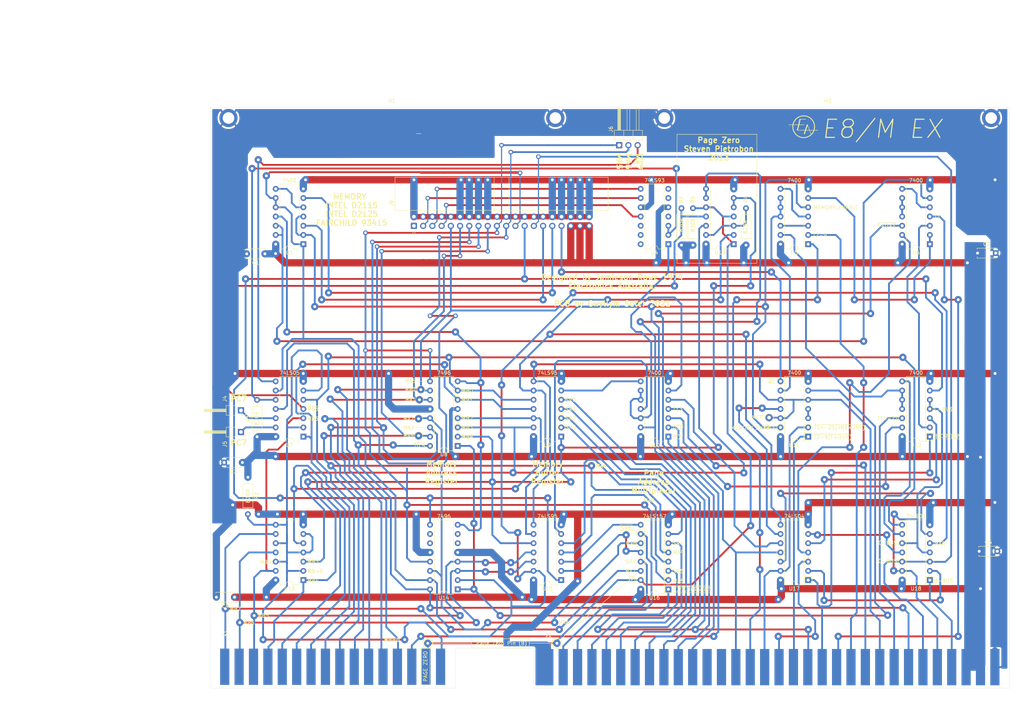
<source format=kicad_pcb>
(kicad_pcb (version 20171130) (host pcbnew "(5.1.10-1-10_14)")
  (layers (0 F.Cu signal) (31 B.Cu signal) (34 B.Paste user) (35 F.Paste user) (36 B.SilkS user) (37 F.SilkS user) (38 B.Mask user) (39 F.Mask user) (44 Edge.Cuts user))
  (net 0 "")
  (net 1 D-BUS)
  (net 2 "Net-(J1-Pad21)")
  (net 3 "Net-(J1-Pad20)")
  (net 4 +5V)
  (net 5 "Net-(U1-Pad5)")
  (net 6 MA2)
  (net 7 MA3)
  (net 8 MA4)
  (net 9 MA5)
  (net 10 MA0)
  (net 11 MA6)
  (net 12 MA1)
  (net 13 GND)
  (net 14 "Net-(U4-Pad12)")
  (net 15 "Net-(U4-Pad14)")
  (net 16 ~T0.5)
  (net 17 MB0)
  (net 18 MB1)
  (net 19 MB2)
  (net 20 MB3)
  (net 21 MB4)
  (net 22 "Net-(U11-Pad9)")
  (net 23 MB7)
  (net 24 "Net-(U14-Pad10)")
  (net 25 MB6)
  (net 26 "Net-(U14-Pad11)")
  (net 27 MB5)
  (net 28 "Net-(U14-Pad6)")
  (net 29 "Net-(U14-Pad7)")
  (net 30 "Net-(U15-Pad5)")
  (net 31 "Net-(U15-Pad4)")
  (net 32 "Net-(U15-Pad3)")
  (net 33 "Net-(U15-Pad2)")
  (net 34 ~F.23.OPR+IOT)
  (net 35 MB=0)
  (net 36 "Net-(R3-Pad2)")
  (net 37 "Net-(R4-Pad2)")
  (net 38 Z-BIT)
  (net 39 SR7)
  (net 40 SR0)
  (net 41 SR1)
  (net 42 SR2)
  (net 43 SR3)
  (net 44 SR4)
  (net 45 SR5)
  (net 46 SR6)
  (net 47 ~ISZ)
  (net 48 "Net-(U12-Pad10)")
  (net 49 "Net-(U12-Pad8)")
  (net 50 "~T14-21(JMS+JMP)")
  (net 51 "Net-(U17-Pad6)")
  (net 52 "Net-(U17-Pad12)")
  (net 53 "Net-(U17-Pad2)")
  (net 54 C-BUS)
  (net 55 B-BUS)
  (net 56 "Net-(U10-Pad3)")
  (net 57 T14-21)
  (net 58 "Net-(U5-Pad6)")
  (net 59 "Net-(U5-Pad4)")
  (net 60 "Net-(U12-Pad2)")
  (net 61 "Net-(U12-Pad3)")
  (net 62 ~T2-9.ISZ)
  (net 63 "/R0(1-20")
  (net 64 MEMORY_ENABLE)
  (net 65 "Net-(U10-Pad8)")
  (net 66 "Net-(U5-Pad12)")
  (net 67 T2-9)
  (net 68 JMS+DCA)
  (net 69 "Net-(U10-Pad10)")
  (net 70 "Net-(U10-Pad5)")
  (net 71 "Net-(U10-Pad11)")
  (net 72 T13)
  (net 73 ~DEP)
  (net 74 MCP)
  (net 75 "Net-(U1-Pad11)")
  (net 76 PC7)
  (net 77 ~PC7)
  (net 78 ~MA7)
  (net 79 MA7)
  (net 80 ~F+D+E)
  (net 81 OPR+IOT)
  (net 82 "~T2-9(F+D+E)")
  (net 83 T1)
  (net 84 ~WE)
  (net 85 ~CS_L)
  (net 86 ~CS_H)
  (net 87 D-IN)
  (net 88 MA_C)
  (net 89 MA_B)
  (net 90 MA_A)
  (net 91 "Net-(U1-Pad12)")
  (net 92 /WEIRD.NET)
  (net 93 "Net-(U17-Pad4)")
  (net 94 "Net-(U6-Pad5)")
  (net 95 "Net-(U6-Pad10)")
  (net 96 "Net-(U11-Pad6)")
  (net 97 "Net-(U11-Pad11)")
  (net 98 "Net-(U11-Pad3)")
  (net 99 "Net-(J9-Pad1)")
  (module Connector_PinHeader_2.54mm:PinHeader_1x03_P2.54mm_Horizontal (layer F.Cu) (at 132.08 30.48 90)
    (fp_text reference J6 (at 4.385 -2.27 90) (layer F.SilkS))
    (fp_text value Conn_01x03_Male)
    (pad 3 thru_hole oval (at 0 5.08 90) (size 1.7 1.7) (drill 1) (layers *.Cu *.Mask) (net 78 ~MA7))
    (pad 2 thru_hole oval (at 0 2.54 90) (size 1.7 1.7) (drill 1) (layers *.Cu *.Mask) (net 11 MA6))
    (pad 1 thru_hole rect (at 0 0 90) (size 1.7 1.7) (drill 1) (layers *.Cu *.Mask) (net 9 MA5))
  )
  (module Connector_IDC:IDC-Header_2x20_P2.54mm_Horizontal (layer F.Cu) (at 75.565 52.705 90)
    (fp_text reference J9 (at 6.215 -6.1 90) (layer F.SilkS))
    (fp_text value Conn_02x20_Odd_Even)
    (pad 40 thru_hole circle (at 2.54 48.26 90) (size 1.7 1.7) (drill 1) (layers *.Cu *.Mask) (net 13 GND))
    (pad 38 thru_hole circle (at 2.54 45.72 90) (size 1.7 1.7) (drill 1) (layers *.Cu *.Mask) (net 13 GND))
    (pad 36 thru_hole circle (at 2.54 43.18 90) (size 1.7 1.7) (drill 1) (layers *.Cu *.Mask) (net 13 GND))
    (pad 34 thru_hole circle (at 2.54 40.64 90) (size 1.7 1.7) (drill 1) (layers *.Cu *.Mask) (net 13 GND))
    (pad 32 thru_hole circle (at 2.54 38.1 90) (size 1.7 1.7) (drill 1) (layers *.Cu *.Mask) (net 13 GND))
    (pad 30 thru_hole circle (at 2.54 35.56 90) (size 1.7 1.7) (drill 1) (layers *.Cu *.Mask) (net 13 GND))
    (pad 28 thru_hole circle (at 2.54 33.02 90) (size 1.7 1.7) (drill 1) (layers *.Cu *.Mask) (net 13 GND))
    (pad 26 thru_hole circle (at 2.54 30.48 90) (size 1.7 1.7) (drill 1) (layers *.Cu *.Mask) (net 13 GND))
    (pad 24 thru_hole circle (at 2.54 27.94 90) (size 1.7 1.7) (drill 1) (layers *.Cu *.Mask) (net 13 GND))
    (pad 22 thru_hole circle (at 2.54 25.4 90) (size 1.7 1.7) (drill 1) (layers *.Cu *.Mask) (net 13 GND))
    (pad 20 thru_hole circle (at 2.54 22.86 90) (size 1.7 1.7) (drill 1) (layers *.Cu *.Mask) (net 13 GND))
    (pad 18 thru_hole circle (at 2.54 20.32 90) (size 1.7 1.7) (drill 1) (layers *.Cu *.Mask) (net 13 GND))
    (pad 16 thru_hole circle (at 2.54 17.78 90) (size 1.7 1.7) (drill 1) (layers *.Cu *.Mask) (net 13 GND))
    (pad 14 thru_hole circle (at 2.54 15.24 90) (size 1.7 1.7) (drill 1) (layers *.Cu *.Mask) (net 13 GND))
    (pad 12 thru_hole circle (at 2.54 12.7 90) (size 1.7 1.7) (drill 1) (layers *.Cu *.Mask) (net 13 GND))
    (pad 10 thru_hole circle (at 2.54 10.16 90) (size 1.7 1.7) (drill 1) (layers *.Cu *.Mask) (net 13 GND))
    (pad 8 thru_hole circle (at 2.54 7.62 90) (size 1.7 1.7) (drill 1) (layers *.Cu *.Mask) (net 13 GND))
    (pad 6 thru_hole circle (at 2.54 5.08 90) (size 1.7 1.7) (drill 1) (layers *.Cu *.Mask) (net 13 GND))
    (pad 4 thru_hole circle (at 2.54 2.54 90) (size 1.7 1.7) (drill 1) (layers *.Cu *.Mask) (net 13 GND))
    (pad 2 thru_hole circle (at 2.54 0 90) (size 1.7 1.7) (drill 1) (layers *.Cu *.Mask) (net 13 GND))
    (pad 39 thru_hole circle (at 0 48.26 90) (size 1.7 1.7) (drill 1) (layers *.Cu *.Mask) (net 4 +5V))
    (pad 37 thru_hole circle (at 0 45.72 90) (size 1.7 1.7) (drill 1) (layers *.Cu *.Mask) (net 4 +5V))
    (pad 35 thru_hole circle (at 0 43.18 90) (size 1.7 1.7) (drill 1) (layers *.Cu *.Mask) (net 4 +5V))
    (pad 33 thru_hole circle (at 0 40.64 90) (size 1.7 1.7) (drill 1) (layers *.Cu *.Mask) (net 84 ~WE))
    (pad 31 thru_hole circle (at 0 38.1 90) (size 1.7 1.7) (drill 1) (layers *.Cu *.Mask) (net 85 ~CS_L))
    (pad 29 thru_hole circle (at 0 35.56 90) (size 1.7 1.7) (drill 1) (layers *.Cu *.Mask) (net 86 ~CS_H))
    (pad 27 thru_hole circle (at 0 33.02 90) (size 1.7 1.7) (drill 1) (layers *.Cu *.Mask) (net 1 D-BUS))
    (pad 25 thru_hole circle (at 0 30.48 90) (size 1.7 1.7) (drill 1) (layers *.Cu *.Mask) (net 87 D-IN))
    (pad 23 thru_hole circle (at 0 27.94 90) (size 1.7 1.7) (drill 1) (layers *.Cu *.Mask) (net 79 MA7))
    (pad 21 thru_hole circle (at 0 25.4 90) (size 1.7 1.7) (drill 1) (layers *.Cu *.Mask) (net 11 MA6))
    (pad 19 thru_hole circle (at 0 22.86 90) (size 1.7 1.7) (drill 1) (layers *.Cu *.Mask) (net 9 MA5))
    (pad 17 thru_hole circle (at 0 20.32 90) (size 1.7 1.7) (drill 1) (layers *.Cu *.Mask) (net 8 MA4))
    (pad 15 thru_hole circle (at 0 17.78 90) (size 1.7 1.7) (drill 1) (layers *.Cu *.Mask) (net 7 MA3))
    (pad 13 thru_hole circle (at 0 15.24 90) (size 1.7 1.7) (drill 1) (layers *.Cu *.Mask) (net 6 MA2))
    (pad 11 thru_hole circle (at 0 12.7 90) (size 1.7 1.7) (drill 1) (layers *.Cu *.Mask) (net 12 MA1))
    (pad 9 thru_hole circle (at 0 10.16 90) (size 1.7 1.7) (drill 1) (layers *.Cu *.Mask) (net 10 MA0))
    (pad 7 thru_hole circle (at 0 7.62 90) (size 1.7 1.7) (drill 1) (layers *.Cu *.Mask) (net 88 MA_C))
    (pad 5 thru_hole circle (at 0 5.08 90) (size 1.7 1.7) (drill 1) (layers *.Cu *.Mask) (net 89 MA_B))
    (pad 3 thru_hole circle (at 0 2.54 90) (size 1.7 1.7) (drill 1) (layers *.Cu *.Mask) (net 90 MA_A))
    (pad 1 thru_hole roundrect (at 0 0 90) (size 1.7 1.7) (drill 1) (layers *.Cu *.Mask) (roundrect_rratio 0.147059) (net 99 "Net-(J9-Pad1)"))
  )
  (module Connector_Pin:Pin_D1.0mm_L10.0mm (layer F.Cu) (at 173.355 105.5 180)
    (fp_text reference J3 (at 0.635 -2.376) (layer F.SilkS))
    (fp_text value Conn_01x01_Male hide)
    (pad 1 thru_hole circle (at 0 0 180) (size 2 2) (drill 1) (layers *.Cu *.Mask) (net 74 MCP))
  )
  (module EDUC-8:Card_handle (layer F.Cu) (at 189.5 23)
    (fp_text reference H2 (at 0 -4.75) (layer F.SilkS))
    (fp_text value Card_handle)
    (pad 1 thru_hole circle (at 45 0) (size 5 5) (drill 3.2) (layers *.Cu *.Mask) (net 13 GND))
    (pad 1 thru_hole circle (at -45 0) (size 5 5) (drill 3.2) (layers *.Cu *.Mask) (net 13 GND))
  )
  (module EDUC-8:Card_handle (layer F.Cu) (at 69.5 23)
    (fp_text reference H1 (at 0 -4.75) (layer F.SilkS))
    (fp_text value Card_handle)
    (pad 1 thru_hole circle (at 45 0) (size 5 5) (drill 3.2) (layers *.Cu *.Mask) (net 13 GND))
    (pad 1 thru_hole circle (at -45 0) (size 5 5) (drill 3.2) (layers *.Cu *.Mask) (net 13 GND))
  )
  (module Connector_PinHeader_2.54mm:PinHeader_1x01_P2.54mm_Horizontal (layer F.Cu) (at 27.94 109.46 180)
    (fp_text reference J5 (at 4.44 -3.34 270) (layer F.SilkS))
    (fp_text value Conn_01x01_Male hide)
    (pad 1 thru_hole rect (at 0 0 180) (size 1.7 1.7) (drill 1) (layers *.Cu *.Mask) (net 76 PC7))
  )
  (module Connector_PinHeader_2.54mm:PinHeader_1x01_P2.54mm_Horizontal (layer F.Cu) (at 27.94 103.505 180)
    (fp_text reference J4 (at 4.44 3.205 270) (layer F.SilkS))
    (fp_text value Conn_01x01_Male hide)
    (pad 1 thru_hole rect (at 0 0 180) (size 1.7 1.7) (drill 1) (layers *.Cu *.Mask) (net 77 ~PC7))
  )
  (module Capacitor_THT:C_Disc_D5.0mm_W2.5mm_P5.00mm (layer F.Cu) (at 231.2035 142.3035)
    (fp_text reference C5 (at 2.5 -2.5) (layer F.SilkS))
    (fp_text value 47nF)
    (pad 2 thru_hole circle (at 5 0) (size 1.6 1.6) (drill 0.8) (layers *.Cu *.Mask) (net 13 GND))
    (pad 1 thru_hole circle (at 0 0) (size 1.6 1.6) (drill 0.8) (layers *.Cu *.Mask) (net 4 +5V))
  )
  (module Capacitor_THT:C_Disc_D5.0mm_W2.5mm_P5.00mm (layer F.Cu) (at 26.162 154.94 180)
    (fp_text reference C4 (at 2.5 -2.5) (layer F.SilkS))
    (fp_text value 47nF)
    (pad 2 thru_hole circle (at 5 0 180) (size 1.6 1.6) (drill 0.8) (layers *.Cu *.Mask) (net 13 GND))
    (pad 1 thru_hole circle (at 0 0 180) (size 1.6 1.6) (drill 0.8) (layers *.Cu *.Mask) (net 4 +5V))
  )
  (module Capacitor_THT:C_Disc_D5.0mm_W2.5mm_P5.00mm (layer F.Cu) (at 28.321 117.856 180)
    (fp_text reference C3 (at 2.5 -2.5) (layer F.SilkS))
    (fp_text value 47nF)
    (pad 2 thru_hole circle (at 5 0 180) (size 1.6 1.6) (drill 0.8) (layers *.Cu *.Mask) (net 13 GND))
    (pad 1 thru_hole circle (at 0 0 180) (size 1.6 1.6) (drill 0.8) (layers *.Cu *.Mask) (net 4 +5V))
  )
  (module Capacitor_THT:C_Disc_D5.0mm_W2.5mm_P5.00mm (layer F.Cu) (at 230.759 60.198)
    (fp_text reference C2 (at 2.5 -2.5) (layer F.SilkS))
    (fp_text value 47nF)
    (pad 2 thru_hole circle (at 5 0) (size 1.6 1.6) (drill 0.8) (layers *.Cu *.Mask) (net 13 GND))
    (pad 1 thru_hole circle (at 0 0) (size 1.6 1.6) (drill 0.8) (layers *.Cu *.Mask) (net 4 +5V))
  )
  (module Capacitor_THT:C_Disc_D5.0mm_W2.5mm_P5.00mm (layer F.Cu) (at 34.5275 60.3885 180)
    (fp_text reference C1 (at 2.5 -2.5) (layer F.SilkS))
    (fp_text value 47nF)
    (pad 2 thru_hole circle (at 5 0 180) (size 1.6 1.6) (drill 0.8) (layers *.Cu *.Mask) (net 13 GND))
    (pad 1 thru_hole circle (at 0 0 180) (size 1.6 1.6) (drill 0.8) (layers *.Cu *.Mask) (net 4 +5V))
  )
  (module Package_DIP:DIP-14_W7.62mm (layer F.Cu) (at 184.12 150.24 180)
    (fp_text reference U17 (at 3.81 -2.33) (layer F.SilkS))
    (fp_text value 74LS04 (at 3.81 17.57) (layer F.SilkS))
    (pad 14 thru_hole oval (at 7.62 0 180) (size 1.6 1.6) (drill 0.8) (layers *.Cu *.Mask) (net 4 +5V))
    (pad 7 thru_hole oval (at 0 15.24 180) (size 1.6 1.6) (drill 0.8) (layers *.Cu *.Mask) (net 13 GND))
    (pad 13 thru_hole oval (at 7.62 2.54 180) (size 1.6 1.6) (drill 0.8) (layers *.Cu *.Mask) (net 50 "~T14-21(JMS+JMP)"))
    (pad 6 thru_hole oval (at 0 12.7 180) (size 1.6 1.6) (drill 0.8) (layers *.Cu *.Mask) (net 51 "Net-(U17-Pad6)"))
    (pad 12 thru_hole oval (at 7.62 5.08 180) (size 1.6 1.6) (drill 0.8) (layers *.Cu *.Mask) (net 52 "Net-(U17-Pad12)"))
    (pad 5 thru_hole oval (at 0 10.16 180) (size 1.6 1.6) (drill 0.8) (layers *.Cu *.Mask) (net 61 "Net-(U12-Pad3)"))
    (pad 11 thru_hole oval (at 7.62 7.62 180) (size 1.6 1.6) (drill 0.8) (layers *.Cu *.Mask) (net 73 ~DEP))
    (pad 4 thru_hole oval (at 0 7.62 180) (size 1.6 1.6) (drill 0.8) (layers *.Cu *.Mask) (net 93 "Net-(U17-Pad4)"))
    (pad 10 thru_hole oval (at 7.62 10.16 180) (size 1.6 1.6) (drill 0.8) (layers *.Cu *.Mask) (net 70 "Net-(U10-Pad5)"))
    (pad 3 thru_hole oval (at 0 5.08 180) (size 1.6 1.6) (drill 0.8) (layers *.Cu *.Mask) (net 81 OPR+IOT))
    (pad 9 thru_hole oval (at 7.62 12.7 180) (size 1.6 1.6) (drill 0.8) (layers *.Cu *.Mask) (net 97 "Net-(U11-Pad11)"))
    (pad 2 thru_hole oval (at 0 2.54 180) (size 1.6 1.6) (drill 0.8) (layers *.Cu *.Mask) (net 53 "Net-(U17-Pad2)"))
    (pad 8 thru_hole oval (at 7.62 15.24 180) (size 1.6 1.6) (drill 0.8) (layers *.Cu *.Mask) (net 92 /WEIRD.NET))
    (pad 1 thru_hole rect (at 0 0 180) (size 1.6 1.6) (drill 0.8) (layers *.Cu *.Mask) (net 62 ~T2-9.ISZ))
  )
  (module Package_DIP:DIP-14_W7.62mm (layer F.Cu) (at 217.62 57.74 180)
    (fp_text reference U6 (at 3.81 -2.33) (layer F.SilkS))
    (fp_text value 7400 (at 3.81 17.57) (layer F.SilkS))
    (pad 14 thru_hole oval (at 7.62 0 180) (size 1.6 1.6) (drill 0.8) (layers *.Cu *.Mask) (net 4 +5V))
    (pad 7 thru_hole oval (at 0 15.24 180) (size 1.6 1.6) (drill 0.8) (layers *.Cu *.Mask) (net 13 GND))
    (pad 13 thru_hole oval (at 7.62 2.54 180) (size 1.6 1.6) (drill 0.8) (layers *.Cu *.Mask) (net 93 "Net-(U17-Pad4)"))
    (pad 6 thru_hole oval (at 0 12.7 180) (size 1.6 1.6) (drill 0.8) (layers *.Cu *.Mask) (net 91 "Net-(U1-Pad12)"))
    (pad 12 thru_hole oval (at 7.62 5.08 180) (size 1.6 1.6) (drill 0.8) (layers *.Cu *.Mask) (net 80 ~F+D+E))
    (pad 5 thru_hole oval (at 0 10.16 180) (size 1.6 1.6) (drill 0.8) (layers *.Cu *.Mask) (net 94 "Net-(U6-Pad5)"))
    (pad 11 thru_hole oval (at 7.62 7.62 180) (size 1.6 1.6) (drill 0.8) (layers *.Cu *.Mask) (net 95 "Net-(U6-Pad10)"))
    (pad 4 thru_hole oval (at 0 7.62 180) (size 1.6 1.6) (drill 0.8) (layers *.Cu *.Mask) (net 83 T1))
    (pad 10 thru_hole oval (at 7.62 10.16 180) (size 1.6 1.6) (drill 0.8) (layers *.Cu *.Mask) (net 95 "Net-(U6-Pad10)"))
    (pad 3 thru_hole oval (at 0 5.08 180) (size 1.6 1.6) (drill 0.8) (layers *.Cu *.Mask) (net 60 "Net-(U12-Pad2)"))
    (pad 9 thru_hole oval (at 7.62 12.7 180) (size 1.6 1.6) (drill 0.8) (layers *.Cu *.Mask) (net 95 "Net-(U6-Pad10)"))
    (pad 2 thru_hole oval (at 0 2.54 180) (size 1.6 1.6) (drill 0.8) (layers *.Cu *.Mask) (net 58 "Net-(U5-Pad6)"))
    (pad 8 thru_hole oval (at 7.62 15.24 180) (size 1.6 1.6) (drill 0.8) (layers *.Cu *.Mask) (net 94 "Net-(U6-Pad5)"))
    (pad 1 thru_hole rect (at 0 0 180) (size 1.6 1.6) (drill 0.8) (layers *.Cu *.Mask) (net 58 "Net-(U5-Pad6)"))
  )
  (module Package_DIP:DIP-14_W7.62mm (layer F.Cu) (at 184.12 57.74 180)
    (fp_text reference U5 (at 3.81 -2.33) (layer F.SilkS))
    (fp_text value 7400 (at 3.81 17.57) (layer F.SilkS))
    (pad 14 thru_hole oval (at 7.62 0 180) (size 1.6 1.6) (drill 0.8) (layers *.Cu *.Mask) (net 4 +5V))
    (pad 7 thru_hole oval (at 0 15.24 180) (size 1.6 1.6) (drill 0.8) (layers *.Cu *.Mask) (net 13 GND))
    (pad 13 thru_hole oval (at 7.62 2.54 180) (size 1.6 1.6) (drill 0.8) (layers *.Cu *.Mask) (net 48 "Net-(U12-Pad10)"))
    (pad 6 thru_hole oval (at 0 12.7 180) (size 1.6 1.6) (drill 0.8) (layers *.Cu *.Mask) (net 58 "Net-(U5-Pad6)"))
    (pad 12 thru_hole oval (at 7.62 5.08 180) (size 1.6 1.6) (drill 0.8) (layers *.Cu *.Mask) (net 66 "Net-(U5-Pad12)"))
    (pad 5 thru_hole oval (at 0 10.16 180) (size 1.6 1.6) (drill 0.8) (layers *.Cu *.Mask) (net 64 MEMORY_ENABLE))
    (pad 11 thru_hole oval (at 7.62 7.62 180) (size 1.6 1.6) (drill 0.8) (layers *.Cu *.Mask) (net 22 "Net-(U11-Pad9)"))
    (pad 4 thru_hole oval (at 0 7.62 180) (size 1.6 1.6) (drill 0.8) (layers *.Cu *.Mask) (net 59 "Net-(U5-Pad4)"))
    (pad 10 thru_hole oval (at 7.62 10.16 180) (size 1.6 1.6) (drill 0.8) (layers *.Cu *.Mask) (net 22 "Net-(U11-Pad9)"))
    (pad 3 thru_hole oval (at 0 5.08 180) (size 1.6 1.6) (drill 0.8) (layers *.Cu *.Mask) (net 66 "Net-(U5-Pad12)"))
    (pad 9 thru_hole oval (at 7.62 12.7 180) (size 1.6 1.6) (drill 0.8) (layers *.Cu *.Mask) (net 22 "Net-(U11-Pad9)"))
    (pad 2 thru_hole oval (at 0 2.54 180) (size 1.6 1.6) (drill 0.8) (layers *.Cu *.Mask) (net 67 T2-9))
    (pad 8 thru_hole oval (at 7.62 15.24 180) (size 1.6 1.6) (drill 0.8) (layers *.Cu *.Mask) (net 59 "Net-(U5-Pad4)"))
    (pad 1 thru_hole rect (at 0 0 180) (size 1.6 1.6) (drill 0.8) (layers *.Cu *.Mask) (net 68 JMS+DCA))
  )
  (module Package_DIP:DIP-14_W7.62mm (layer F.Cu) (at 145.62 110.74 180)
    (fp_text reference U10 (at 3.81 -2.33) (layer F.SilkS))
    (fp_text value 7400 (at 3.81 17.57) (layer F.SilkS))
    (pad 14 thru_hole oval (at 7.62 0 180) (size 1.6 1.6) (drill 0.8) (layers *.Cu *.Mask) (net 4 +5V))
    (pad 7 thru_hole oval (at 0 15.24 180) (size 1.6 1.6) (drill 0.8) (layers *.Cu *.Mask) (net 13 GND))
    (pad 13 thru_hole oval (at 7.62 2.54 180) (size 1.6 1.6) (drill 0.8) (layers *.Cu *.Mask) (net 34 ~F.23.OPR+IOT))
    (pad 6 thru_hole oval (at 0 12.7 180) (size 1.6 1.6) (drill 0.8) (layers *.Cu *.Mask) (net 69 "Net-(U10-Pad10)"))
    (pad 12 thru_hole oval (at 7.62 5.08 180) (size 1.6 1.6) (drill 0.8) (layers *.Cu *.Mask) (net 69 "Net-(U10-Pad10)"))
    (pad 5 thru_hole oval (at 0 10.16 180) (size 1.6 1.6) (drill 0.8) (layers *.Cu *.Mask) (net 70 "Net-(U10-Pad5)"))
    (pad 11 thru_hole oval (at 7.62 7.62 180) (size 1.6 1.6) (drill 0.8) (layers *.Cu *.Mask) (net 71 "Net-(U10-Pad11)"))
    (pad 4 thru_hole oval (at 0 7.62 180) (size 1.6 1.6) (drill 0.8) (layers *.Cu *.Mask) (net 72 T13))
    (pad 10 thru_hole oval (at 7.62 10.16 180) (size 1.6 1.6) (drill 0.8) (layers *.Cu *.Mask) (net 69 "Net-(U10-Pad10)"))
    (pad 3 thru_hole oval (at 0 5.08 180) (size 1.6 1.6) (drill 0.8) (layers *.Cu *.Mask) (net 56 "Net-(U10-Pad3)"))
    (pad 9 thru_hole oval (at 7.62 12.7 180) (size 1.6 1.6) (drill 0.8) (layers *.Cu *.Mask) (net 69 "Net-(U10-Pad10)"))
    (pad 2 thru_hole oval (at 0 2.54 180) (size 1.6 1.6) (drill 0.8) (layers *.Cu *.Mask) (net 73 ~DEP))
    (pad 8 thru_hole oval (at 7.62 15.24 180) (size 1.6 1.6) (drill 0.8) (layers *.Cu *.Mask) (net 65 "Net-(U10-Pad8)"))
    (pad 1 thru_hole rect (at 0 0 180) (size 1.6 1.6) (drill 0.8) (layers *.Cu *.Mask) (net 47 ~ISZ))
  )
  (module Package_DIP:DIP-14_W7.62mm (layer F.Cu) (at 217.62 150.24 180)
    (fp_text reference U18 (at 3.81 -2.33) (layer F.SilkS))
    (fp_text value 74LS01 (at 3.81 17.57) (layer F.SilkS))
    (pad 14 thru_hole oval (at 7.62 0 180) (size 1.6 1.6) (drill 0.8) (layers *.Cu *.Mask) (net 4 +5V))
    (pad 7 thru_hole oval (at 0 15.24 180) (size 1.6 1.6) (drill 0.8) (layers *.Cu *.Mask) (net 13 GND))
    (pad 13 thru_hole oval (at 7.62 2.54 180) (size 1.6 1.6) (drill 0.8) (layers *.Cu *.Mask) (net 54 C-BUS))
    (pad 6 thru_hole oval (at 0 12.7 180) (size 1.6 1.6) (drill 0.8) (layers *.Cu *.Mask) (net 52 "Net-(U17-Pad12)"))
    (pad 12 thru_hole oval (at 7.62 5.08 180) (size 1.6 1.6) (drill 0.8) (layers *.Cu *.Mask) (net 1 D-BUS))
    (pad 5 thru_hole oval (at 0 10.16 180) (size 1.6 1.6) (drill 0.8) (layers *.Cu *.Mask) (net 10 MA0))
    (pad 11 thru_hole oval (at 7.62 7.62 180) (size 1.6 1.6) (drill 0.8) (layers *.Cu *.Mask) (net 51 "Net-(U17-Pad6)"))
    (pad 4 thru_hole oval (at 0 7.62 180) (size 1.6 1.6) (drill 0.8) (layers *.Cu *.Mask) (net 54 C-BUS))
    (pad 10 thru_hole oval (at 7.62 10.16 180) (size 1.6 1.6) (drill 0.8) (layers *.Cu *.Mask) (net 54 C-BUS))
    (pad 3 thru_hole oval (at 0 5.08 180) (size 1.6 1.6) (drill 0.8) (layers *.Cu *.Mask) (net 1 D-BUS))
    (pad 9 thru_hole oval (at 7.62 12.7 180) (size 1.6 1.6) (drill 0.8) (layers *.Cu *.Mask) (net 49 "Net-(U12-Pad8)"))
    (pad 2 thru_hole oval (at 0 2.54 180) (size 1.6 1.6) (drill 0.8) (layers *.Cu *.Mask) (net 53 "Net-(U17-Pad2)"))
    (pad 8 thru_hole oval (at 7.62 15.24 180) (size 1.6 1.6) (drill 0.8) (layers *.Cu *.Mask) (net 17 MB0))
    (pad 1 thru_hole rect (at 0 0 180) (size 1.6 1.6) (drill 0.8) (layers *.Cu *.Mask) (net 55 B-BUS))
  )
  (module Package_DIP:DIP-14_W7.62mm (layer F.Cu) (at 217.62 110.74 180)
    (fp_text reference U12 (at 3.81 -2.33) (layer F.SilkS))
    (fp_text value 7400 (at 3.81 17.57) (layer F.SilkS))
    (pad 14 thru_hole oval (at 7.62 0 180) (size 1.6 1.6) (drill 0.8) (layers *.Cu *.Mask) (net 4 +5V))
    (pad 7 thru_hole oval (at 0 15.24 180) (size 1.6 1.6) (drill 0.8) (layers *.Cu *.Mask) (net 13 GND))
    (pad 13 thru_hole oval (at 7.62 2.54 180) (size 1.6 1.6) (drill 0.8) (layers *.Cu *.Mask) (net 56 "Net-(U10-Pad3)"))
    (pad 6 thru_hole oval (at 0 12.7 180) (size 1.6 1.6) (drill 0.8) (layers *.Cu *.Mask) (net 87 D-IN))
    (pad 12 thru_hole oval (at 7.62 5.08 180) (size 1.6 1.6) (drill 0.8) (layers *.Cu *.Mask) (net 57 T14-21))
    (pad 5 thru_hole oval (at 0 10.16 180) (size 1.6 1.6) (drill 0.8) (layers *.Cu *.Mask) (net 54 C-BUS))
    (pad 11 thru_hole oval (at 7.62 7.62 180) (size 1.6 1.6) (drill 0.8) (layers *.Cu *.Mask) (net 48 "Net-(U12-Pad10)"))
    (pad 4 thru_hole oval (at 0 7.62 180) (size 1.6 1.6) (drill 0.8) (layers *.Cu *.Mask) (net 54 C-BUS))
    (pad 10 thru_hole oval (at 7.62 10.16 180) (size 1.6 1.6) (drill 0.8) (layers *.Cu *.Mask) (net 48 "Net-(U12-Pad10)"))
    (pad 3 thru_hole oval (at 0 5.08 180) (size 1.6 1.6) (drill 0.8) (layers *.Cu *.Mask) (net 61 "Net-(U12-Pad3)"))
    (pad 9 thru_hole oval (at 7.62 12.7 180) (size 1.6 1.6) (drill 0.8) (layers *.Cu *.Mask) (net 48 "Net-(U12-Pad10)"))
    (pad 2 thru_hole oval (at 0 2.54 180) (size 1.6 1.6) (drill 0.8) (layers *.Cu *.Mask) (net 60 "Net-(U12-Pad2)"))
    (pad 8 thru_hole oval (at 7.62 15.24 180) (size 1.6 1.6) (drill 0.8) (layers *.Cu *.Mask) (net 49 "Net-(U12-Pad8)"))
    (pad 1 thru_hole rect (at 0 0 180) (size 1.6 1.6) (drill 0.8) (layers *.Cu *.Mask) (net 62 ~T2-9.ISZ))
  )
  (module Package_DIP:DIP-14_W7.62mm (layer F.Cu) (at 163.62 57.74 180)
    (fp_text reference U19 (at 3.81 -2.33) (layer F.SilkS))
    (fp_text value 74LS01)
    (pad 14 thru_hole oval (at 7.62 0 180) (size 1.6 1.6) (drill 0.8) (layers *.Cu *.Mask) (net 4 +5V))
    (pad 7 thru_hole oval (at 0 15.24 180) (size 1.6 1.6) (drill 0.8) (layers *.Cu *.Mask) (net 13 GND))
    (pad 13 thru_hole oval (at 7.62 2.54 180) (size 1.6 1.6) (drill 0.8) (layers *.Cu *.Mask) (net 37 "Net-(R4-Pad2)"))
    (pad 6 thru_hole oval (at 0 12.7 180) (size 1.6 1.6) (drill 0.8) (layers *.Cu *.Mask) (net 20 MB3))
    (pad 12 thru_hole oval (at 7.62 5.08 180) (size 1.6 1.6) (drill 0.8) (layers *.Cu *.Mask) (net 21 MB4))
    (pad 5 thru_hole oval (at 0 10.16 180) (size 1.6 1.6) (drill 0.8) (layers *.Cu *.Mask) (net 20 MB3))
    (pad 11 thru_hole oval (at 7.62 7.62 180) (size 1.6 1.6) (drill 0.8) (layers *.Cu *.Mask) (net 36 "Net-(R3-Pad2)"))
    (pad 4 thru_hole oval (at 0 7.62 180) (size 1.6 1.6) (drill 0.8) (layers *.Cu *.Mask) (net 38 Z-BIT))
    (pad 10 thru_hole oval (at 7.62 10.16 180) (size 1.6 1.6) (drill 0.8) (layers *.Cu *.Mask) (net 38 Z-BIT))
    (pad 3 thru_hole oval (at 0 5.08 180) (size 1.6 1.6) (drill 0.8) (layers *.Cu *.Mask) (net 37 "Net-(R4-Pad2)"))
    (pad 9 thru_hole oval (at 7.62 12.7 180) (size 1.6 1.6) (drill 0.8) (layers *.Cu *.Mask) (net 34 ~F.23.OPR+IOT))
    (pad 2 thru_hole oval (at 0 2.54 180) (size 1.6 1.6) (drill 0.8) (layers *.Cu *.Mask) (net 23 MB7))
    (pad 8 thru_hole oval (at 7.62 15.24 180) (size 1.6 1.6) (drill 0.8) (layers *.Cu *.Mask) (net 34 ~F.23.OPR+IOT))
    (pad 1 thru_hole rect (at 0 0 180) (size 1.6 1.6) (drill 0.8) (layers *.Cu *.Mask) (net 38 Z-BIT))
  )
  (module Resistor_THT:R_Axial_DIN0207_L6.3mm_D2.5mm_P10.16mm_Horizontal (layer F.Cu) (at 152.4 58 90)
    (fp_text reference R5 (at 12.5 0 90) (layer F.SilkS))
    (fp_text value 820R (at 5.5 0 90) (layer F.SilkS))
    (pad 2 thru_hole oval (at 10.16 0 90) (size 1.6 1.6) (drill 0.8) (layers *.Cu *.Mask) (net 38 Z-BIT))
    (pad 1 thru_hole circle (at 0 0 90) (size 1.6 1.6) (drill 0.8) (layers *.Cu *.Mask) (net 4 +5V))
  )
  (module Resistor_THT:R_Axial_DIN0207_L6.3mm_D2.5mm_P10.16mm_Horizontal (layer F.Cu) (at 167 58 90)
    (fp_text reference R4 (at 12.661 0.005 90) (layer F.SilkS))
    (fp_text value 820R (at 5.041 -0.122 90) (layer F.SilkS))
    (pad 2 thru_hole oval (at 10.16 0 90) (size 1.6 1.6) (drill 0.8) (layers *.Cu *.Mask) (net 37 "Net-(R4-Pad2)"))
    (pad 1 thru_hole circle (at 0 0 90) (size 1.6 1.6) (drill 0.8) (layers *.Cu *.Mask) (net 4 +5V))
  )
  (module Resistor_THT:R_Axial_DIN0207_L6.3mm_D2.5mm_P10.16mm_Horizontal (layer F.Cu) (at 149.225 58 90)
    (fp_text reference R3 (at 12.5 0 90) (layer F.SilkS))
    (fp_text value 820R (at 5.5 0 90) (layer F.SilkS))
    (pad 2 thru_hole oval (at 10.16 0 90) (size 1.6 1.6) (drill 0.8) (layers *.Cu *.Mask) (net 36 "Net-(R3-Pad2)"))
    (pad 1 thru_hole circle (at 0 0 90) (size 1.6 1.6) (drill 0.8) (layers *.Cu *.Mask) (net 4 +5V))
  )
  (module EDUC-8:EA_Symbol (layer F.Cu) (at 182.88 25.4)
    (fp_text reference REF** hide)
    (fp_text value EA_Symbol hide)
  )
  (module Connector_PCBEdge:PCB_16pin (layer F.Cu) (at 19.4768 180.042)
    (fp_text reference J2 (at 3.9624 -14.986) (layer F.SilkS))
    (fp_text value 16-way-pcb-edge-Educ-8-connectors)
    (pad 16 connect rect (at 3.9872 -5.942) (size 2.54 10) (layers B.Cu B.Mask) (net 23 MB7))
    (pad 15 connect rect (at 7.9496 -5.942) (size 2.54 10) (layers B.Cu B.Mask) (net 25 MB6))
    (pad 14 connect rect (at 11.912 -5.942) (size 2.54 10) (layers B.Cu B.Mask) (net 27 MB5))
    (pad 13 connect rect (at 15.8744 -5.942) (size 2.54 10) (layers B.Cu B.Mask) (net 21 MB4))
    (pad 12 connect rect (at 19.8368 -5.942) (size 2.54 10) (layers B.Cu B.Mask) (net 20 MB3))
    (pad 11 connect rect (at 23.7992 -5.942) (size 2.54 10) (layers B.Cu B.Mask) (net 19 MB2))
    (pad 10 connect rect (at 27.7616 -5.942) (size 2.54 10) (layers B.Cu B.Mask) (net 18 MB1))
    (pad 9 connect rect (at 31.724 -5.942) (size 2.54 10) (layers B.Cu B.Mask) (net 17 MB0))
    (pad 8 connect rect (at 35.6864 -5.942) (size 2.54 10) (layers B.Cu B.Mask) (net 8 MA4))
    (pad 7 connect rect (at 39.6488 -5.942) (size 2.54 10) (layers B.Cu B.Mask) (net 7 MA3))
    (pad 6 connect rect (at 43.6112 -5.942) (size 2.54 10) (layers B.Cu B.Mask) (net 6 MA2))
    (pad 5 connect rect (at 47.5736 -5.942) (size 2.54 10) (layers B.Cu B.Mask) (net 12 MA1))
    (pad 4 connect rect (at 51.536 -5.942) (size 2.54 10) (layers B.Cu B.Mask) (net 10 MA0))
    (pad 3 connect rect (at 55.4984 -5.942) (size 2.54 10) (layers B.Cu B.Mask) (net 47 ~ISZ))
    (pad 2 connect rect (at 59.4608 -5.942) (size 2.54 10) (layers B.Cu B.Mask) (net 38 Z-BIT))
    (pad 1 connect rect (at 63.4232 -5.942) (size 2.54 10) (layers B.Cu B.Mask) (net 35 MB=0))
  )
  (module Package_DIP:DIP-16_W7.62mm (layer F.Cu) (at 145.62 152.78 180)
    (fp_text reference U16 (at 3.81 -2.33) (layer F.SilkS))
    (fp_text value 74LS157 (at 3.81 20.11) (layer F.SilkS))
    (pad 16 thru_hole oval (at 7.62 0 180) (size 1.6 1.6) (drill 0.8) (layers *.Cu *.Mask) (net 4 +5V))
    (pad 8 thru_hole oval (at 0 17.78 180) (size 1.6 1.6) (drill 0.8) (layers *.Cu *.Mask) (net 13 GND))
    (pad 15 thru_hole oval (at 7.62 2.54 180) (size 1.6 1.6) (drill 0.8) (layers *.Cu *.Mask) (net 38 Z-BIT))
    (pad 7 thru_hole oval (at 0 15.24 180) (size 1.6 1.6) (drill 0.8) (layers *.Cu *.Mask) (net 30 "Net-(U15-Pad5)"))
    (pad 14 thru_hole oval (at 7.62 5.08 180) (size 1.6 1.6) (drill 0.8) (layers *.Cu *.Mask) (net 79 MA7))
    (pad 6 thru_hole oval (at 0 12.7 180) (size 1.6 1.6) (drill 0.8) (layers *.Cu *.Mask) (net 44 SR4))
    (pad 13 thru_hole oval (at 7.62 7.62 180) (size 1.6 1.6) (drill 0.8) (layers *.Cu *.Mask) (net 39 SR7))
    (pad 5 thru_hole oval (at 0 10.16 180) (size 1.6 1.6) (drill 0.8) (layers *.Cu *.Mask) (net 8 MA4))
    (pad 12 thru_hole oval (at 7.62 10.16 180) (size 1.6 1.6) (drill 0.8) (layers *.Cu *.Mask) (net 33 "Net-(U15-Pad2)"))
    (pad 4 thru_hole oval (at 0 7.62 180) (size 1.6 1.6) (drill 0.8) (layers *.Cu *.Mask) (net 31 "Net-(U15-Pad4)"))
    (pad 11 thru_hole oval (at 7.62 12.7 180) (size 1.6 1.6) (drill 0.8) (layers *.Cu *.Mask) (net 11 MA6))
    (pad 3 thru_hole oval (at 0 5.08 180) (size 1.6 1.6) (drill 0.8) (layers *.Cu *.Mask) (net 45 SR5))
    (pad 10 thru_hole oval (at 7.62 15.24 180) (size 1.6 1.6) (drill 0.8) (layers *.Cu *.Mask) (net 46 SR6))
    (pad 2 thru_hole oval (at 0 2.54 180) (size 1.6 1.6) (drill 0.8) (layers *.Cu *.Mask) (net 9 MA5))
    (pad 9 thru_hole oval (at 7.62 17.78 180) (size 1.6 1.6) (drill 0.8) (layers *.Cu *.Mask) (net 32 "Net-(U15-Pad3)"))
    (pad 1 thru_hole rect (at 0 0 180) (size 1.6 1.6) (drill 0.8) (layers *.Cu *.Mask) (net 34 ~F.23.OPR+IOT))
  )
  (module Package_DIP:DIP-14_W7.62mm (layer F.Cu) (at 45.12 150.24 180)
    (fp_text reference U13 (at 3.81 -2.33) (layer F.SilkS))
    (fp_text value 74LS05)
    (pad 14 thru_hole oval (at 7.62 0 180) (size 1.6 1.6) (drill 0.8) (layers *.Cu *.Mask) (net 4 +5V))
    (pad 7 thru_hole oval (at 0 15.24 180) (size 1.6 1.6) (drill 0.8) (layers *.Cu *.Mask) (net 13 GND))
    (pad 13 thru_hole oval (at 7.62 2.54 180) (size 1.6 1.6) (drill 0.8) (layers *.Cu *.Mask) (net 27 MB5))
    (pad 6 thru_hole oval (at 0 12.7 180) (size 1.6 1.6) (drill 0.8) (layers *.Cu *.Mask) (net 35 MB=0))
    (pad 12 thru_hole oval (at 7.62 5.08 180) (size 1.6 1.6) (drill 0.8) (layers *.Cu *.Mask) (net 35 MB=0))
    (pad 5 thru_hole oval (at 0 10.16 180) (size 1.6 1.6) (drill 0.8) (layers *.Cu *.Mask) (net 19 MB2))
    (pad 11 thru_hole oval (at 7.62 7.62 180) (size 1.6 1.6) (drill 0.8) (layers *.Cu *.Mask) (net 25 MB6))
    (pad 4 thru_hole oval (at 0 7.62 180) (size 1.6 1.6) (drill 0.8) (layers *.Cu *.Mask) (net 35 MB=0))
    (pad 10 thru_hole oval (at 7.62 10.16 180) (size 1.6 1.6) (drill 0.8) (layers *.Cu *.Mask) (net 35 MB=0))
    (pad 3 thru_hole oval (at 0 5.08 180) (size 1.6 1.6) (drill 0.8) (layers *.Cu *.Mask) (net 20 MB3))
    (pad 9 thru_hole oval (at 7.62 12.7 180) (size 1.6 1.6) (drill 0.8) (layers *.Cu *.Mask) (net 23 MB7))
    (pad 2 thru_hole oval (at 0 2.54 180) (size 1.6 1.6) (drill 0.8) (layers *.Cu *.Mask) (net 35 MB=0))
    (pad 8 thru_hole oval (at 7.62 15.24 180) (size 1.6 1.6) (drill 0.8) (layers *.Cu *.Mask) (net 35 MB=0))
    (pad 1 thru_hole rect (at 0 0 180) (size 1.6 1.6) (drill 0.8) (layers *.Cu *.Mask) (net 21 MB4))
  )
  (module Package_DIP:DIP-14_W7.62mm (layer F.Cu) (at 45.12 110.74 180)
    (fp_text reference U7 (at 3.81 -2.33) (layer F.SilkS))
    (fp_text value 74LS05 (at 3.81 17.57) (layer F.SilkS))
    (pad 14 thru_hole oval (at 7.62 0 180) (size 1.6 1.6) (drill 0.8) (layers *.Cu *.Mask) (net 4 +5V))
    (pad 7 thru_hole oval (at 0 15.24 180) (size 1.6 1.6) (drill 0.8) (layers *.Cu *.Mask) (net 13 GND))
    (pad 13 thru_hole oval (at 7.62 2.54 180) (size 1.6 1.6) (drill 0.8) (layers *.Cu *.Mask) (net 76 PC7))
    (pad 6 thru_hole oval (at 0 12.7 180) (size 1.6 1.6) (drill 0.8) (layers *.Cu *.Mask) (net 35 MB=0))
    (pad 12 thru_hole oval (at 7.62 5.08 180) (size 1.6 1.6) (drill 0.8) (layers *.Cu *.Mask) (net 77 ~PC7))
    (pad 5 thru_hole oval (at 0 10.16 180) (size 1.6 1.6) (drill 0.8) (layers *.Cu *.Mask) (net 17 MB0))
    (pad 11 thru_hole oval (at 7.62 7.62 180) (size 1.6 1.6) (drill 0.8) (layers *.Cu *.Mask) (net 16 ~T0.5))
    (pad 4 thru_hole oval (at 0 7.62 180) (size 1.6 1.6) (drill 0.8) (layers *.Cu *.Mask) (net 36 "Net-(R3-Pad2)"))
    (pad 10 thru_hole oval (at 7.62 10.16 180) (size 1.6 1.6) (drill 0.8) (layers *.Cu *.Mask) (net 63 "/R0(1-20"))
    (pad 3 thru_hole oval (at 0 5.08 180) (size 1.6 1.6) (drill 0.8) (layers *.Cu *.Mask) (net 27 MB5))
    (pad 9 thru_hole oval (at 7.62 12.7 180) (size 1.6 1.6) (drill 0.8) (layers *.Cu *.Mask) (net 79 MA7))
    (pad 2 thru_hole oval (at 0 2.54 180) (size 1.6 1.6) (drill 0.8) (layers *.Cu *.Mask) (net 35 MB=0))
    (pad 8 thru_hole oval (at 7.62 15.24 180) (size 1.6 1.6) (drill 0.8) (layers *.Cu *.Mask) (net 78 ~MA7))
    (pad 1 thru_hole rect (at 0 0 180) (size 1.6 1.6) (drill 0.8) (layers *.Cu *.Mask) (net 18 MB1))
  )
  (module Connector_PCBEdge:PCB_32pin (layer F.Cu) (at 108.678 180.082)
    (fp_text reference J1 (at 3.9624 -14.732) (layer F.SilkS))
    (fp_text value 32-way-pcb-edge-Educ-8-connectors hide)
    (pad 31 connect rect (at 7.9844 -5.882) (size 2.54 10) (layers B.Cu B.Mask) (net 39 SR7))
    (pad 32 connect rect (at 4.022 -5.882) (size 2.54 10) (layers B.Cu B.Mask) (net 13 GND))
    (pad 20 connect rect (at 51.5708 -5.882) (size 2.54 10) (layers B.Cu B.Mask) (net 3 "Net-(J1-Pad20)"))
    (pad 21 connect rect (at 47.6084 -5.882) (size 2.54 10) (layers B.Cu B.Mask) (net 2 "Net-(J1-Pad21)"))
    (pad 22 connect rect (at 43.646 -5.882) (size 2.54 10) (layers B.Cu B.Mask) (net 80 ~F+D+E))
    (pad 23 connect rect (at 39.6836 -5.882) (size 2.54 10) (layers B.Cu B.Mask) (net 64 MEMORY_ENABLE))
    (pad 24 connect rect (at 35.7212 -5.882) (size 2.54 10) (layers B.Cu B.Mask) (net 40 SR0))
    (pad 25 connect rect (at 31.7588 -5.882) (size 2.54 10) (layers B.Cu B.Mask) (net 41 SR1))
    (pad 26 connect rect (at 27.7964 -5.882) (size 2.54 10) (layers B.Cu B.Mask) (net 42 SR2))
    (pad 27 connect rect (at 23.834 -5.882) (size 2.54 10) (layers B.Cu B.Mask) (net 43 SR3))
    (pad 28 connect rect (at 19.8716 -5.882) (size 2.54 10) (layers B.Cu B.Mask) (net 44 SR4))
    (pad 29 connect rect (at 15.9092 -5.882) (size 2.54 10) (layers B.Cu B.Mask) (net 45 SR5))
    (pad 30 connect rect (at 11.9468 -5.882) (size 2.54 10) (layers B.Cu B.Mask) (net 46 SR6))
    (pad 19 connect rect (at 55.5332 -5.882) (size 2.54 10) (layers B.Cu B.Mask) (net 73 ~DEP))
    (pad 18 connect rect (at 59.4956 -5.882) (size 2.54 10) (layers B.Cu B.Mask) (net 68 JMS+DCA))
    (pad 17 connect rect (at 63.458 -5.882) (size 2.54 10) (layers B.Cu B.Mask) (net 50 "~T14-21(JMS+JMP)"))
    (pad 16 connect rect (at 67.4204 -5.882) (size 2.54 10) (layers B.Cu B.Mask) (net 81 OPR+IOT))
    (pad 15 connect rect (at 71.3828 -5.882) (size 2.54 10) (layers B.Cu B.Mask) (net 82 "~T2-9(F+D+E)"))
    (pad 14 connect rect (at 75.3452 -5.882) (size 2.54 10) (layers B.Cu B.Mask) (net 34 ~F.23.OPR+IOT))
    (pad 13 connect rect (at 79.3076 -5.882) (size 2.54 10) (layers B.Cu B.Mask) (net 62 ~T2-9.ISZ))
    (pad 12 connect rect (at 83.27 -5.882) (size 2.54 10) (layers B.Cu B.Mask) (net 83 T1))
    (pad 11 connect rect (at 87.2324 -5.882) (size 2.54 10) (layers B.Cu B.Mask) (net 67 T2-9))
    (pad 10 connect rect (at 91.1948 -5.882) (size 2.54 10) (layers B.Cu B.Mask) (net 72 T13))
    (pad 9 connect rect (at 95.1572 -5.882) (size 2.54 10) (layers B.Cu B.Mask) (net 74 MCP))
    (pad 8 connect rect (at 99.1196 -5.882) (size 2.54 10) (layers B.Cu B.Mask) (net 57 T14-21))
    (pad 7 connect rect (at 103.082 -5.882) (size 2.54 10) (layers B.Cu B.Mask) (net 16 ~T0.5))
    (pad 6 connect rect (at 107.0444 -5.882) (size 2.54 10) (layers B.Cu B.Mask) (net 1 D-BUS))
    (pad 5 connect rect (at 111.0068 -5.882) (size 2.54 10) (layers B.Cu B.Mask) (net 54 C-BUS))
    (pad 4 connect rect (at 114.9692 -5.882) (size 2.54 10) (layers B.Cu B.Mask) (net 55 B-BUS))
    (pad 3 connect rect (at 118.9316 -5.882) (size 2.54 10) (layers B.Cu B.Mask) (net 4 +5V))
    (pad 2 connect rect (at 122.894 -5.882) (size 2.54 10) (layers B.Cu B.Mask) (net 4 +5V))
    (pad 1 connect rect (at 126.8564 -5.882) (size 2.54 10) (layers B.Cu B.Mask) (net 13 GND))
  )
  (module Resistor_THT:R_Axial_DIN0207_L6.3mm_D2.5mm_P10.16mm_Horizontal (layer F.Cu) (at 32.385 110.76 90)
    (fp_text reference R1 (at 5.08 -2.37 90) (layer F.SilkS))
    (fp_text value 820R (at 5.025 -0.085 90) (layer F.SilkS))
    (pad 2 thru_hole oval (at 10.16 0 90) (size 1.6 1.6) (drill 0.8) (layers *.Cu *.Mask) (net 63 "/R0(1-20"))
    (pad 1 thru_hole circle (at 0 0 90) (size 1.6 1.6) (drill 0.8) (layers *.Cu *.Mask) (net 4 +5V))
  )
  (module Resistor_THT:R_Axial_DIN0207_L6.3mm_D2.5mm_P10.16mm_Horizontal (layer F.Cu) (at 29.845 121.92 270)
    (fp_text reference R2 (at 5.08 -2.37 90) (layer F.SilkS))
    (fp_text value 820R (at 5.18 -0.055 90) (layer F.SilkS))
    (pad 2 thru_hole oval (at 10.16 0 270) (size 1.6 1.6) (drill 0.8) (layers *.Cu *.Mask) (net 35 MB=0))
    (pad 1 thru_hole circle (at 0 0 270) (size 1.6 1.6) (drill 0.8) (layers *.Cu *.Mask) (net 4 +5V))
  )
  (module Package_DIP:DIP-14_W7.62mm (layer F.Cu) (at 45.12 57.74 180)
    (fp_text reference U1 (at 3.81 -2.33) (layer F.SilkS))
    (fp_text value 7400 (at 3.81 17.57) (layer F.SilkS))
    (pad 14 thru_hole oval (at 7.62 0 180) (size 1.6 1.6) (drill 0.8) (layers *.Cu *.Mask) (net 4 +5V))
    (pad 7 thru_hole oval (at 0 15.24 180) (size 1.6 1.6) (drill 0.8) (layers *.Cu *.Mask) (net 13 GND))
    (pad 13 thru_hole oval (at 7.62 2.54 180) (size 1.6 1.6) (drill 0.8) (layers *.Cu *.Mask) (net 91 "Net-(U1-Pad12)"))
    (pad 6 thru_hole oval (at 0 12.7 180) (size 1.6 1.6) (drill 0.8) (layers *.Cu *.Mask) (net 85 ~CS_L))
    (pad 12 thru_hole oval (at 7.62 5.08 180) (size 1.6 1.6) (drill 0.8) (layers *.Cu *.Mask) (net 91 "Net-(U1-Pad12)"))
    (pad 5 thru_hole oval (at 0 10.16 180) (size 1.6 1.6) (drill 0.8) (layers *.Cu *.Mask) (net 5 "Net-(U1-Pad5)"))
    (pad 11 thru_hole oval (at 7.62 7.62 180) (size 1.6 1.6) (drill 0.8) (layers *.Cu *.Mask) (net 75 "Net-(U1-Pad11)"))
    (pad 4 thru_hole oval (at 0 7.62 180) (size 1.6 1.6) (drill 0.8) (layers *.Cu *.Mask) (net 64 MEMORY_ENABLE))
    (pad 10 thru_hole oval (at 7.62 10.16 180) (size 1.6 1.6) (drill 0.8) (layers *.Cu *.Mask) (net 79 MA7))
    (pad 3 thru_hole oval (at 0 5.08 180) (size 1.6 1.6) (drill 0.8) (layers *.Cu *.Mask) (net 86 ~CS_H))
    (pad 9 thru_hole oval (at 7.62 12.7 180) (size 1.6 1.6) (drill 0.8) (layers *.Cu *.Mask) (net 79 MA7))
    (pad 2 thru_hole oval (at 0 2.54 180) (size 1.6 1.6) (drill 0.8) (layers *.Cu *.Mask) (net 64 MEMORY_ENABLE))
    (pad 8 thru_hole oval (at 7.62 15.24 180) (size 1.6 1.6) (drill 0.8) (layers *.Cu *.Mask) (net 5 "Net-(U1-Pad5)"))
    (pad 1 thru_hole rect (at 0 0 180) (size 1.6 1.6) (drill 0.8) (layers *.Cu *.Mask) (net 79 MA7))
  )
  (module Package_DIP:DIP-14_W7.62mm (layer F.Cu) (at 145.62 57.74 180)
    (fp_text reference U4 (at 3.81 -2.33) (layer F.SilkS))
    (fp_text value 74LS93 (at 3.81 17.57) (layer F.SilkS))
    (pad 14 thru_hole oval (at 7.62 0 180) (size 1.6 1.6) (drill 0.8) (layers *.Cu *.Mask) (net 15 "Net-(U4-Pad14)"))
    (pad 7 thru_hole oval (at 0 15.24 180) (size 1.6 1.6) (drill 0.8) (layers *.Cu *.Mask))
    (pad 13 thru_hole oval (at 7.62 2.54 180) (size 1.6 1.6) (drill 0.8) (layers *.Cu *.Mask))
    (pad 6 thru_hole oval (at 0 12.7 180) (size 1.6 1.6) (drill 0.8) (layers *.Cu *.Mask))
    (pad 12 thru_hole oval (at 7.62 5.08 180) (size 1.6 1.6) (drill 0.8) (layers *.Cu *.Mask) (net 14 "Net-(U4-Pad12)"))
    (pad 5 thru_hole oval (at 0 10.16 180) (size 1.6 1.6) (drill 0.8) (layers *.Cu *.Mask) (net 4 +5V))
    (pad 11 thru_hole oval (at 7.62 7.62 180) (size 1.6 1.6) (drill 0.8) (layers *.Cu *.Mask) (net 88 MA_C))
    (pad 4 thru_hole oval (at 0 7.62 180) (size 1.6 1.6) (drill 0.8) (layers *.Cu *.Mask))
    (pad 10 thru_hole oval (at 7.62 10.16 180) (size 1.6 1.6) (drill 0.8) (layers *.Cu *.Mask) (net 13 GND))
    (pad 3 thru_hole oval (at 0 5.08 180) (size 1.6 1.6) (drill 0.8) (layers *.Cu *.Mask) (net 63 "/R0(1-20"))
    (pad 9 thru_hole oval (at 7.62 12.7 180) (size 1.6 1.6) (drill 0.8) (layers *.Cu *.Mask) (net 90 MA_A))
    (pad 2 thru_hole oval (at 0 2.54 180) (size 1.6 1.6) (drill 0.8) (layers *.Cu *.Mask) (net 63 "/R0(1-20"))
    (pad 8 thru_hole oval (at 7.62 15.24 180) (size 1.6 1.6) (drill 0.8) (layers *.Cu *.Mask) (net 89 MA_B))
    (pad 1 thru_hole rect (at 0 0 180) (size 1.6 1.6) (drill 0.8) (layers *.Cu *.Mask) (net 92 /WEIRD.NET))
  )
  (module Package_DIP:DIP-16_W7.62mm (layer F.Cu) (at 87.62 113.28 180)
    (fp_text reference U8 (at 3.81 -2.33) (layer F.SilkS))
    (fp_text value 7496 (at 3.81 20.11) (layer F.SilkS))
    (pad 16 thru_hole oval (at 7.62 0 180) (size 1.6 1.6) (drill 0.8) (layers *.Cu *.Mask) (net 16 ~T0.5))
    (pad 8 thru_hole oval (at 0 17.78 180) (size 1.6 1.6) (drill 0.8) (layers *.Cu *.Mask) (net 75 "Net-(U1-Pad11)"))
    (pad 15 thru_hole oval (at 7.62 2.54 180) (size 1.6 1.6) (drill 0.8) (layers *.Cu *.Mask) (net 8 MA4))
    (pad 7 thru_hole oval (at 0 15.24 180) (size 1.6 1.6) (drill 0.8) (layers *.Cu *.Mask) (net 17 MB0))
    (pad 14 thru_hole oval (at 7.62 5.08 180) (size 1.6 1.6) (drill 0.8) (layers *.Cu *.Mask) (net 7 MA3))
    (pad 6 thru_hole oval (at 0 12.7 180) (size 1.6 1.6) (drill 0.8) (layers *.Cu *.Mask) (net 18 MB1))
    (pad 13 thru_hole oval (at 7.62 7.62 180) (size 1.6 1.6) (drill 0.8) (layers *.Cu *.Mask) (net 6 MA2))
    (pad 5 thru_hole oval (at 0 10.16 180) (size 1.6 1.6) (drill 0.8) (layers *.Cu *.Mask) (net 4 +5V))
    (pad 12 thru_hole oval (at 7.62 10.16 180) (size 1.6 1.6) (drill 0.8) (layers *.Cu *.Mask) (net 13 GND))
    (pad 4 thru_hole oval (at 0 7.62 180) (size 1.6 1.6) (drill 0.8) (layers *.Cu *.Mask) (net 19 MB2))
    (pad 11 thru_hole oval (at 7.62 12.7 180) (size 1.6 1.6) (drill 0.8) (layers *.Cu *.Mask) (net 12 MA1))
    (pad 3 thru_hole oval (at 0 5.08 180) (size 1.6 1.6) (drill 0.8) (layers *.Cu *.Mask) (net 20 MB3))
    (pad 10 thru_hole oval (at 7.62 15.24 180) (size 1.6 1.6) (drill 0.8) (layers *.Cu *.Mask) (net 10 MA0))
    (pad 2 thru_hole oval (at 0 2.54 180) (size 1.6 1.6) (drill 0.8) (layers *.Cu *.Mask) (net 21 MB4))
    (pad 9 thru_hole oval (at 7.62 17.78 180) (size 1.6 1.6) (drill 0.8) (layers *.Cu *.Mask) (net 9 MA5))
    (pad 1 thru_hole rect (at 0 0 180) (size 1.6 1.6) (drill 0.8) (layers *.Cu *.Mask) (net 96 "Net-(U11-Pad6)"))
  )
  (module Package_DIP:DIP-14_W7.62mm (layer F.Cu) (at 116.12 110.74 180)
    (fp_text reference U9 (at 3.81 -2.33) (layer F.SilkS))
    (fp_text value 74LS95 (at 3.81 17.57) (layer F.SilkS))
    (pad 14 thru_hole oval (at 7.62 0 180) (size 1.6 1.6) (drill 0.8) (layers *.Cu *.Mask) (net 4 +5V))
    (pad 7 thru_hole oval (at 0 15.24 180) (size 1.6 1.6) (drill 0.8) (layers *.Cu *.Mask) (net 13 GND))
    (pad 13 thru_hole oval (at 7.62 2.54 180) (size 1.6 1.6) (drill 0.8) (layers *.Cu *.Mask) (net 20 MB3))
    (pad 6 thru_hole oval (at 0 12.7 180) (size 1.6 1.6) (drill 0.8) (layers *.Cu *.Mask) (net 65 "Net-(U10-Pad8)"))
    (pad 12 thru_hole oval (at 7.62 5.08 180) (size 1.6 1.6) (drill 0.8) (layers *.Cu *.Mask) (net 19 MB2))
    (pad 5 thru_hole oval (at 0 10.16 180) (size 1.6 1.6) (drill 0.8) (layers *.Cu *.Mask) (net 40 SR0))
    (pad 11 thru_hole oval (at 7.62 7.62 180) (size 1.6 1.6) (drill 0.8) (layers *.Cu *.Mask) (net 18 MB1))
    (pad 4 thru_hole oval (at 0 7.62 180) (size 1.6 1.6) (drill 0.8) (layers *.Cu *.Mask) (net 41 SR1))
    (pad 10 thru_hole oval (at 7.62 10.16 180) (size 1.6 1.6) (drill 0.8) (layers *.Cu *.Mask) (net 17 MB0))
    (pad 3 thru_hole oval (at 0 5.08 180) (size 1.6 1.6) (drill 0.8) (layers *.Cu *.Mask) (net 42 SR2))
    (pad 9 thru_hole oval (at 7.62 12.7 180) (size 1.6 1.6) (drill 0.8) (layers *.Cu *.Mask) (net 92 /WEIRD.NET))
    (pad 2 thru_hole oval (at 0 2.54 180) (size 1.6 1.6) (drill 0.8) (layers *.Cu *.Mask) (net 43 SR3))
    (pad 8 thru_hole oval (at 7.62 15.24 180) (size 1.6 1.6) (drill 0.8) (layers *.Cu *.Mask) (net 74 MCP))
    (pad 1 thru_hole rect (at 0 0 180) (size 1.6 1.6) (drill 0.8) (layers *.Cu *.Mask) (net 21 MB4))
  )
  (module Package_DIP:DIP-14_W7.62mm (layer F.Cu) (at 184.12 110.74 180)
    (fp_text reference U11 (at 3.81 -2.33) (layer F.SilkS))
    (fp_text value 7400 (at 3.81 17.57) (layer F.SilkS))
    (pad 14 thru_hole oval (at 7.62 0 180) (size 1.6 1.6) (drill 0.8) (layers *.Cu *.Mask) (net 4 +5V))
    (pad 7 thru_hole oval (at 0 15.24 180) (size 1.6 1.6) (drill 0.8) (layers *.Cu *.Mask) (net 13 GND))
    (pad 13 thru_hole oval (at 7.62 2.54 180) (size 1.6 1.6) (drill 0.8) (layers *.Cu *.Mask) (net 64 MEMORY_ENABLE))
    (pad 6 thru_hole oval (at 0 12.7 180) (size 1.6 1.6) (drill 0.8) (layers *.Cu *.Mask) (net 96 "Net-(U11-Pad6)"))
    (pad 12 thru_hole oval (at 7.62 5.08 180) (size 1.6 1.6) (drill 0.8) (layers *.Cu *.Mask) (net 74 MCP))
    (pad 5 thru_hole oval (at 0 10.16 180) (size 1.6 1.6) (drill 0.8) (layers *.Cu *.Mask) (net 74 MCP))
    (pad 11 thru_hole oval (at 7.62 7.62 180) (size 1.6 1.6) (drill 0.8) (layers *.Cu *.Mask) (net 97 "Net-(U11-Pad11)"))
    (pad 4 thru_hole oval (at 0 7.62 180) (size 1.6 1.6) (drill 0.8) (layers *.Cu *.Mask) (net 98 "Net-(U11-Pad3)"))
    (pad 10 thru_hole oval (at 7.62 10.16 180) (size 1.6 1.6) (drill 0.8) (layers *.Cu *.Mask) (net 74 MCP))
    (pad 3 thru_hole oval (at 0 5.08 180) (size 1.6 1.6) (drill 0.8) (layers *.Cu *.Mask) (net 98 "Net-(U11-Pad3)"))
    (pad 9 thru_hole oval (at 7.62 12.7 180) (size 1.6 1.6) (drill 0.8) (layers *.Cu *.Mask) (net 22 "Net-(U11-Pad9)"))
    (pad 2 thru_hole oval (at 0 2.54 180) (size 1.6 1.6) (drill 0.8) (layers *.Cu *.Mask) (net 50 "~T14-21(JMS+JMP)"))
    (pad 8 thru_hole oval (at 7.62 15.24 180) (size 1.6 1.6) (drill 0.8) (layers *.Cu *.Mask) (net 84 ~WE))
    (pad 1 thru_hole rect (at 0 0 180) (size 1.6 1.6) (drill 0.8) (layers *.Cu *.Mask) (net 82 "~T2-9(F+D+E)"))
  )
  (module Package_DIP:DIP-16_W7.62mm (layer F.Cu) (at 87.62 152.78 180)
    (fp_text reference U14 (at 3.81 -2.33) (layer F.SilkS))
    (fp_text value 7496 (at 3.81 20.11) (layer F.SilkS))
    (pad 16 thru_hole oval (at 7.62 0 180) (size 1.6 1.6) (drill 0.8) (layers *.Cu *.Mask) (net 16 ~T0.5))
    (pad 8 thru_hole oval (at 0 17.78 180) (size 1.6 1.6) (drill 0.8) (layers *.Cu *.Mask) (net 75 "Net-(U1-Pad11)"))
    (pad 15 thru_hole oval (at 7.62 2.54 180) (size 1.6 1.6) (drill 0.8) (layers *.Cu *.Mask) (net 79 MA7))
    (pad 7 thru_hole oval (at 0 15.24 180) (size 1.6 1.6) (drill 0.8) (layers *.Cu *.Mask) (net 29 "Net-(U14-Pad7)"))
    (pad 14 thru_hole oval (at 7.62 5.08 180) (size 1.6 1.6) (drill 0.8) (layers *.Cu *.Mask) (net 11 MA6))
    (pad 6 thru_hole oval (at 0 12.7 180) (size 1.6 1.6) (drill 0.8) (layers *.Cu *.Mask) (net 28 "Net-(U14-Pad6)"))
    (pad 13 thru_hole oval (at 7.62 7.62 180) (size 1.6 1.6) (drill 0.8) (layers *.Cu *.Mask) (net 9 MA5))
    (pad 5 thru_hole oval (at 0 10.16 180) (size 1.6 1.6) (drill 0.8) (layers *.Cu *.Mask) (net 4 +5V))
    (pad 12 thru_hole oval (at 7.62 10.16 180) (size 1.6 1.6) (drill 0.8) (layers *.Cu *.Mask) (net 13 GND))
    (pad 4 thru_hole oval (at 0 7.62 180) (size 1.6 1.6) (drill 0.8) (layers *.Cu *.Mask) (net 27 MB5))
    (pad 11 thru_hole oval (at 7.62 12.7 180) (size 1.6 1.6) (drill 0.8) (layers *.Cu *.Mask) (net 26 "Net-(U14-Pad11)"))
    (pad 3 thru_hole oval (at 0 5.08 180) (size 1.6 1.6) (drill 0.8) (layers *.Cu *.Mask) (net 25 MB6))
    (pad 10 thru_hole oval (at 7.62 15.24 180) (size 1.6 1.6) (drill 0.8) (layers *.Cu *.Mask) (net 24 "Net-(U14-Pad10)"))
    (pad 2 thru_hole oval (at 0 2.54 180) (size 1.6 1.6) (drill 0.8) (layers *.Cu *.Mask) (net 23 MB7))
    (pad 9 thru_hole oval (at 7.62 17.78 180) (size 1.6 1.6) (drill 0.8) (layers *.Cu *.Mask) (net 87 D-IN))
    (pad 1 thru_hole rect (at 0 0 180) (size 1.6 1.6) (drill 0.8) (layers *.Cu *.Mask) (net 96 "Net-(U11-Pad6)"))
  )
  (module Package_DIP:DIP-14_W7.62mm (layer F.Cu) (at 116.12 150.24 180)
    (fp_text reference U15 (at 3.81 -2.33) (layer F.SilkS))
    (fp_text value 74LS95 (at 3.81 17.57) (layer F.SilkS))
    (pad 14 thru_hole oval (at 7.62 0 180) (size 1.6 1.6) (drill 0.8) (layers *.Cu *.Mask) (net 4 +5V))
    (pad 7 thru_hole oval (at 0 15.24 180) (size 1.6 1.6) (drill 0.8) (layers *.Cu *.Mask) (net 13 GND))
    (pad 13 thru_hole oval (at 7.62 2.54 180) (size 1.6 1.6) (drill 0.8) (layers *.Cu *.Mask) (net 23 MB7))
    (pad 6 thru_hole oval (at 0 12.7 180) (size 1.6 1.6) (drill 0.8) (layers *.Cu *.Mask) (net 71 "Net-(U10-Pad11)"))
    (pad 12 thru_hole oval (at 7.62 5.08 180) (size 1.6 1.6) (drill 0.8) (layers *.Cu *.Mask) (net 25 MB6))
    (pad 5 thru_hole oval (at 0 10.16 180) (size 1.6 1.6) (drill 0.8) (layers *.Cu *.Mask) (net 30 "Net-(U15-Pad5)"))
    (pad 11 thru_hole oval (at 7.62 7.62 180) (size 1.6 1.6) (drill 0.8) (layers *.Cu *.Mask) (net 27 MB5))
    (pad 4 thru_hole oval (at 0 7.62 180) (size 1.6 1.6) (drill 0.8) (layers *.Cu *.Mask) (net 31 "Net-(U15-Pad4)"))
    (pad 10 thru_hole oval (at 7.62 10.16 180) (size 1.6 1.6) (drill 0.8) (layers *.Cu *.Mask) (net 21 MB4))
    (pad 3 thru_hole oval (at 0 5.08 180) (size 1.6 1.6) (drill 0.8) (layers *.Cu *.Mask) (net 32 "Net-(U15-Pad3)"))
    (pad 9 thru_hole oval (at 7.62 12.7 180) (size 1.6 1.6) (drill 0.8) (layers *.Cu *.Mask) (net 92 /WEIRD.NET))
    (pad 2 thru_hole oval (at 0 2.54 180) (size 1.6 1.6) (drill 0.8) (layers *.Cu *.Mask) (net 33 "Net-(U15-Pad2)"))
    (pad 8 thru_hole oval (at 7.62 15.24 180) (size 1.6 1.6) (drill 0.8) (layers *.Cu *.Mask) (net 74 MCP))
    (pad 1 thru_hole rect (at 0 0 180) (size 1.6 1.6) (drill 0.8) (layers *.Cu *.Mask) (net 87 D-IN))
  )
  (gr_line (start 20 20) (end 73.9 20) (layer Edge.Cuts) (width 0.05))
  (gr_line (start 149.3 20) (end 73.9 20) (layer Edge.Cuts) (width 0.05))
  (gr_line (start 239.5 20) (end 149.3 20) (layer Edge.Cuts) (width 0.05))
  (gr_text MA7 (at 135.2 147.8) (layer F.SilkS) (effects (font (size 1 1))))
  (gr_text MA6 (at 135.4 140.1) (layer F.SilkS) (effects (font (size 1 1))))
  (gr_text MA4 (at 148.4 142.6) (layer F.SilkS) (effects (font (size 1 1))))
  (gr_text MA5 (at 148.4 150.5) (layer F.SilkS) (effects (font (size 1 1))))
  (gr_circle (center 138 140.1) (end 139.1 140.4) (layer F.SilkS) (width 0.12))
  (gr_circle (center 145.6 142.6) (end 146.7 142.7) (layer F.SilkS) (width 0.12))
  (gr_circle (center 145.6 150.3) (end 146.7 150.4) (layer F.SilkS) (width 0.12))
  (gr_line (start 183.1 151.3) (end 183.1 149.2) (layer F.SilkS) (width 0.12))
  (gr_line (start 185.2 151.3) (end 183.1 151.3) (layer F.SilkS) (width 0.12))
  (gr_line (start 185.2 149.2) (end 185.2 151.3) (layer F.SilkS) (width 0.12))
  (gr_line (start 183.1 149.2) (end 185.2 149.2) (layer F.SilkS) (width 0.12))
  (gr_circle (center 176.5 135) (end 177.6 135.1) (layer F.SilkS) (width 0.12))
  (gr_circle (center 176.5 142.7) (end 175.4 142.6) (layer F.SilkS) (width 0.12))
  (gr_circle (center 184.1 145.2) (end 185.2 145.2) (layer F.SilkS) (width 0.12))
  (gr_line (start 216.6 151.3) (end 216.6 149.2) (layer F.SilkS) (width 0.12))
  (gr_line (start 218.6 151.3) (end 216.6 151.3) (layer F.SilkS) (width 0.12))
  (gr_line (start 218.6 149.2) (end 218.6 151.3) (layer F.SilkS) (width 0.12))
  (gr_line (start 216.6 149.2) (end 218.6 149.2) (layer F.SilkS) (width 0.12))
  (gr_text B-BUS (at 221.4 150.4) (layer F.SilkS) (effects (font (size 1 1))))
  (gr_text MA0 (at 220.4 140.2) (layer F.SilkS) (effects (font (size 1 1))))
  (gr_circle (center 210 135) (end 211.1 135.2) (layer F.SilkS) (width 0.12))
  (gr_circle (center 210 140.1) (end 211.1 140.2) (layer F.SilkS) (width 0.12))
  (gr_circle (center 210 147.7) (end 211.1 147.8) (layer F.SilkS) (width 0.12))
  (gr_circle (center 210 145.2) (end 211.1 145.3) (layer F.SilkS) (width 0.12))
  (gr_circle (center 217.6 145.2) (end 218.7 145.3) (layer F.SilkS) (width 0.12))
  (gr_circle (center 217.6 140.1) (end 218.8 140.2) (layer F.SilkS) (width 0.12))
  (gr_text ~T2-9.ISZ (at 222.4 110.9) (layer F.SilkS) (effects (font (size 1 1))))
  (gr_text C-BUS (at 221.4 103.2) (layer F.SilkS) (effects (font (size 1 1))))
  (gr_text T14-21 (at 206 105.7) (layer F.SilkS) (effects (font (size 1 1))))
  (gr_line (start 183.1 111.8) (end 183.1 109.7) (layer F.SilkS) (width 0.12))
  (gr_line (start 185.1 111.8) (end 183.1 111.8) (layer F.SilkS) (width 0.12))
  (gr_line (start 185.1 109.7) (end 185.1 111.8) (layer F.SilkS) (width 0.12))
  (gr_line (start 183.1 109.7) (end 185.1 109.7) (layer F.SilkS) (width 0.12))
  (gr_line (start 216.6 111.8) (end 216.6 109.7) (layer F.SilkS) (width 0.12))
  (gr_line (start 218.7 111.8) (end 216.6 111.8) (layer F.SilkS) (width 0.12))
  (gr_line (start 218.7 109.7) (end 218.7 111.8) (layer F.SilkS) (width 0.12))
  (gr_line (start 216.6 109.7) (end 218.7 109.7) (layer F.SilkS) (width 0.12))
  (gr_circle (center 217.6 103.1) (end 218.6 103.2) (layer F.SilkS) (width 0.12))
  (gr_circle (center 210 105.7) (end 211.1 105.8) (layer F.SilkS) (width 0.12))
  (gr_circle (center 176.5 95.5) (end 177.6 95.6) (layer F.SilkS) (width 0.12))
  (gr_circle (center 184.1 108.2) (end 185.2 108.3) (layer F.SilkS) (width 0.12))
  (gr_circle (center 176.5 108.2) (end 177.6 108.3) (layer F.SilkS) (width 0.12))
  (gr_text MEMORY_ENABLE (at 169.037 108.331) (layer F.SilkS) (effects (font (size 1 1))))
  (gr_text "~T2-9(F+D+E)" (at 190.881 110.871) (layer F.SilkS) (effects (font (size 1 1))))
  (gr_text "~T14-21(JMS+JMP)" (at 192.786 108.204) (layer F.SilkS) (effects (font (size 1 1))))
  (gr_text ~WE (at 173.99 95.631) (layer F.SilkS) (effects (font (size 1 1))))
  (gr_text ~ISZ (at 148.082 110.998) (layer F.SilkS) (effects (font (size 1 1))))
  (gr_text ~DEP (at 148.336 108.331) (layer F.SilkS) (effects (font (size 1 1))))
  (gr_text T13 (at 148.209 103.124) (layer F.SilkS) (effects (font (size 1 1))))
  (gr_text MA6 (at 134.62 34.925 270) (layer F.SilkS) (effects (font (size 1.5 1.5) (thickness 0.3))))
  (gr_text MA5 (at 132.08 34.925 270) (layer F.SilkS) (effects (font (size 1.5 1.5) (thickness 0.3))))
  (gr_text ~PC7 (at 27.305 100.33) (layer F.SilkS) (effects (font (size 1.5 1.5) (thickness 0.3))))
  (gr_text PC7 (at 27.305 112.395) (layer F.SilkS) (effects (font (size 1.5 1.5) (thickness 0.3))))
  (gr_text ~MA7 (at 137.16 34.925 270) (layer F.SilkS) (effects (font (size 1.5 1.5) (thickness 0.3))))
  (gr_text MEMORY_ENABLE (at 191.77 47.625) (layer F.SilkS) (effects (font (size 1 1))))
  (gr_text T2-9 (at 187.325 55.245) (layer F.SilkS) (effects (font (size 1 1))))
  (gr_text ~F+D+E (at 205.74 52.705) (layer F.SilkS) (effects (font (size 1 1))))
  (gr_text T1 (at 219.71 50.165) (layer F.SilkS) (effects (font (size 1 1))))
  (gr_text "PAGE ZERO" (at 78.74 173.99 90) (layer F.SilkS) (effects (font (size 1 1))))
  (gr_line (start 80.01 168.91) (end 77.47 168.91) (layer F.SilkS) (width 0.12))
  (gr_line (start 80.01 179.07) (end 80.01 168.91) (layer F.SilkS) (width 0.12))
  (gr_line (start 77.47 179.07) (end 80.01 179.07) (layer F.SilkS) (width 0.12))
  (gr_line (start 77.47 168.91) (end 77.47 179.07) (layer F.SilkS) (width 0.12))
  (gr_text MCP (at 170.18 105.41) (layer F.SilkS) (effects (font (size 1 1))))
  (gr_text MB0 (at 90.27 98.11) (layer F.SilkS) (effects (font (size 1 1))))
  (gr_circle (center 87.62 98.03) (end 88.72 98.1) (layer F.SilkS) (width 0.12))
  (gr_circle (center 87.62 100.58) (end 88.71 100.68) (layer F.SilkS) (width 0.12))
  (gr_circle (center 87.62 110.75) (end 88.72 110.78) (layer F.SilkS) (width 0.12))
  (gr_circle (center 87.61 108.21) (end 88.71 108.23) (layer F.SilkS) (width 0.12))
  (gr_circle (center 87.61 105.67) (end 88.72 105.7) (layer F.SilkS) (width 0.12))
  (gr_text C-BUS (at 206 140) (layer F.SilkS) (effects (font (size 1 1))))
  (gr_text D-BUS (at 206 145) (layer F.SilkS) (effects (font (size 1 1))))
  (gr_line (start 144.6 153.725) (end 144.6 151.725) (layer F.SilkS) (width 0.12))
  (gr_line (start 157.45 153.725) (end 144.6 153.725) (layer F.SilkS) (width 0.12))
  (gr_line (start 157.45 151.725) (end 157.45 153.725) (layer F.SilkS) (width 0.12))
  (gr_line (start 146.825 151.725) (end 157.45 151.725) (layer F.SilkS) (width 0.12))
  (gr_line (start 144.6 151.725) (end 146.825 151.725) (layer F.SilkS) (width 0.12))
  (gr_text ~F.23.OPR+IOT (at 152.075 152.9) (layer F.SilkS) (effects (font (size 1 1))))
  (gr_circle (center 77.475 97.775) (end 78.275 98.5) (layer F.SilkS) (width 0.12))
  (gr_circle (center 77.075 100.575) (end 78.05 101.075) (layer F.SilkS) (width 0.12))
  (gr_circle (center 76.85 110.525) (end 77.875 110.95) (layer F.SilkS) (width 0.12))
  (gr_circle (center 76.85 105.8) (end 77.7 106.5) (layer F.SilkS) (width 0.12))
  (gr_line (start 78.95 108.2) (end 76.025 108.2) (layer F.SilkS) (width 0.12))
  (gr_line (start 79 95.475) (end 76.375 95.475) (layer F.SilkS) (width 0.12))
  (gr_text MA5 (at 74.6 95.4) (layer F.SilkS) (effects (font (size 1 1))))
  (gr_text ~T0.5 (at 77.1 113.3) (layer F.SilkS) (effects (font (size 1 1))))
  (gr_text MA4 (at 74.1 110.425) (layer F.SilkS) (effects (font (size 1 1))))
  (gr_text MA3 (at 74.1 108.275) (layer F.SilkS) (effects (font (size 1 1))))
  (gr_text MA2 (at 74.1 105.8) (layer F.SilkS) (effects (font (size 1 1))))
  (gr_text MA1 (at 74.6 100.5) (layer F.SilkS) (effects (font (size 1 1))))
  (gr_text MA0 (at 74.55 97.725) (layer F.SilkS) (effects (font (size 1 1))))
  (gr_text MB1 (at 90.28 100.66) (layer F.SilkS) (effects (font (size 1 1))))
  (gr_text MB0 (at 34.7 145.3) (layer F.SilkS) (effects (font (size 1 1))))
  (gr_text MB4 (at 47.8 150.4) (layer F.SilkS) (effects (font (size 1 1))))
  (gr_text MB=0 (at 48.4 147.8) (layer F.SilkS) (effects (font (size 1 1))))
  (gr_text MB3 (at 47.8 145.2) (layer F.SilkS) (effects (font (size 1 1))))
  (gr_text MB6 (at 30.1 162) (layer F.SilkS) (effects (font (size 1 1))))
  (gr_text MB5 (at 34.1 160) (layer F.SilkS) (effects (font (size 1 1))))
  (gr_text MB7 (at 26.4 158.2) (layer F.SilkS) (effects (font (size 1 1))))
  (gr_text MA6 (at 116.8 161.9) (layer F.SilkS) (effects (font (size 1 1))))
  (gr_text MA5 (at 140.3 128.3) (layer F.SilkS) (effects (font (size 1 1))))
  (gr_text MB3 (at 90.28 108.22) (layer F.SilkS) (effects (font (size 1 1))))
  (gr_text MB2 (at 90.28 105.73) (layer F.SilkS) (effects (font (size 1 1))))
  (gr_line (start 136.4 151) (end 136.4 150.2) (layer F.SilkS) (width 0.12))
  (gr_line (start 135 151) (end 136.4 151) (layer F.SilkS) (width 0.12))
  (gr_line (start 135 149.1) (end 135 151) (layer F.SilkS) (width 0.12))
  (gr_line (start 136.4 149.1) (end 135 149.1) (layer F.SilkS) (width 0.12))
  (gr_line (start 136.4 150.2) (end 136.4 149.1) (layer F.SilkS) (width 0.12))
  (gr_line (start 136.9 150.2) (end 136.4 150.2) (layer F.SilkS) (width 0.12))
  (gr_line (start 135 150.1) (end 115.9 166.6) (layer F.SilkS) (width 0.12))
  (gr_circle (center 138 150.3) (end 139.1 150.2) (layer F.SilkS) (width 0.12))
  (gr_line (start 239.5 180) (end 108.5 180) (layer Edge.Cuts) (width 0.05))
  (gr_line (start 239.5 180) (end 239.5 20) (layer Edge.Cuts) (width 0.05))
  (gr_line (start 19.5 20) (end 20 20) (layer Edge.Cuts) (width 0.05))
  (gr_line (start 19.5 180) (end 19.5 20) (layer Edge.Cuts) (width 0.05))
  (gr_line (start 20 180) (end 19.5 180) (layer Edge.Cuts) (width 0.05))
  (gr_circle (center 116.11 100.59) (end 117.24 100.58) (layer F.SilkS) (width 0.12))
  (gr_circle (center 116.12 103.12) (end 117.23 103.1) (layer F.SilkS) (width 0.12))
  (gr_circle (center 116.12 105.66) (end 117.22 105.86) (layer F.SilkS) (width 0.12))
  (gr_circle (center 116.12 108.2) (end 117.25 108.24) (layer F.SilkS) (width 0.12))
  (gr_circle (center 145.6 140.1) (end 146.7 140.1) (layer F.SilkS) (width 0.12))
  (gr_circle (center 145.6 147.7) (end 146.7 147.8) (layer F.SilkS) (width 0.12))
  (gr_circle (center 138 145.2) (end 139.1 145.7) (layer F.SilkS) (width 0.12))
  (gr_line (start 107.315 167.64) (end 113.515097 167.64) (layer F.SilkS) (width 0.12))
  (gr_line (start 135.636 136.652) (end 132.334 136.652) (layer F.SilkS) (width 0.12))
  (gr_line (start 135.636 135.001) (end 135.636 136.652) (layer F.SilkS) (width 0.12))
  (gr_line (start 132.334 136.652) (end 135.636 136.652) (layer F.SilkS) (width 0.12))
  (gr_line (start 132.334 135.001) (end 132.334 136.652) (layer F.SilkS) (width 0.12))
  (gr_line (start 135.636 135.001) (end 132.334 135.001) (layer F.SilkS) (width 0.12))
  (gr_line (start 135.636 136.652) (end 135.636 136.398) (layer F.SilkS) (width 0.12))
  (gr_line (start 137.033 137.16) (end 135.636 136.398) (layer F.SilkS) (width 0.12))
  (gr_circle (center 138.049 137.541) (end 139.192 137.668) (layer F.SilkS) (width 0.12))
  (gr_text SR6 (at 133.985 135.89) (layer F.SilkS) (effects (font (size 1 1))))
  (gr_text SR7 (at 135.255 145.2) (layer F.SilkS) (effects (font (size 1 1))))
  (gr_text SR4 (at 148.3 140.1) (layer F.SilkS) (effects (font (size 1 1))))
  (gr_text SR5 (at 148.3 147.8) (layer F.SilkS) (effects (font (size 1 1))))
  (gr_text SR3 (at 118.74 108.15) (layer F.SilkS) (effects (font (size 1 1))))
  (gr_text SR2 (at 118.72 105.71) (layer F.SilkS) (effects (font (size 1 1))))
  (gr_text SR1 (at 118.73 103.13) (layer F.SilkS) (effects (font (size 1 1))))
  (gr_text SR0 (at 118.71 100.63) (layer F.SilkS) (effects (font (size 1 1))))
  (gr_text "Page\nAddress\nMultiplexer" (at 141.605 123.19) (layer F.SilkS) (effects (font (size 1.5 1.5) (thickness 0.3))))
  (gr_text ~E (at 135.7 150.2) (layer F.SilkS) (effects (font (size 1 1))))
  (gr_line (start 107.315 166.37) (end 91.44 166.37) (layer F.SilkS) (width 0.12))
  (gr_line (start 107.315 168.91) (end 107.315 166.37) (layer F.SilkS) (width 0.12))
  (gr_line (start 91.44 168.91) (end 107.315 168.91) (layer F.SilkS) (width 0.12))
  (gr_line (start 91.44 166.37) (end 91.44 168.91) (layer F.SilkS) (width 0.12))
  (gr_line (start 91.44 167.64) (end 80.645 167.64) (layer F.SilkS) (width 0.12))
  (gr_circle (center 79.375 167.64) (end 78.105 167.64) (layer F.SilkS) (width 0.12))
  (gr_circle (center 114.935 167.64) (end 113.665 167.005) (layer F.SilkS) (width 0.12))
  (gr_circle (center 114.935 167.64) (end 113.665 167.64) (layer F.SilkS) (width 0.12))
  (gr_circle (center 79.375 167.64) (end 80.645 168.275) (layer F.SilkS) (width 0.12))
  (gr_text "Page Zero Pin (B)" (at 99.695 167.64) (layer F.SilkS) (effects (font (size 1 1))))
  (gr_text ~MB5 (at 47.752 103.124) (layer F.SilkS) (effects (font (size 1 1))))
  (gr_text MB5 (at 47.752 105.791) (layer F.SilkS) (effects (font (size 1 1))))
  (gr_text MA4 (at 127.1 118.8) (layer F.SilkS) (effects (font (size 1 1) (thickness 0.2))))
  (gr_text MB4 (at 90.31 110.77) (layer F.SilkS) (effects (font (size 1 1) (thickness 0.2))))
  (gr_line (start 108.5 169) (end 108.5 180) (layer Edge.Cuts) (width 0.05))
  (gr_line (start 87 169) (end 108.5 169) (layer Edge.Cuts) (width 0.05))
  (gr_line (start 87 180) (end 87 169) (layer Edge.Cuts) (width 0.05))
  (gr_line (start 20 180) (end 87 180) (layer Edge.Cuts) (width 0.05))
  (gr_text "Memory\nBuffer\nRegister" (at 112.395 120.65) (layer F.SilkS) (effects (font (size 1.5 1.5) (thickness 0.3))))
  (gr_text "Memory\nAddress\nRegister\n" (at 83.185 120.65) (layer F.SilkS) (effects (font (size 1.5 1.5) (thickness 0.3))))
  (gr_text "Page Zero\nSteven Pietrobon\n2013" (at 159.5 31.5) (layer F.SilkS) (effects (font (size 1.5 1.5) (thickness 0.3))))
  (gr_line (start 148 63) (end 148.5 63) (layer F.SilkS) (width 0.12))
  (gr_line (start 148 27.5) (end 148 63) (layer F.SilkS) (width 0.12))
  (gr_line (start 170 27.5) (end 148 27.5) (layer F.SilkS) (width 0.12))
  (gr_line (start 170 63) (end 170 27.5) (layer F.SilkS) (width 0.12))
  (gr_line (start 148.5 63) (end 170 63) (layer F.SilkS) (width 0.12))
  (gr_line (start 76.2 27.305) (end 77.47 27.305) (layer F.SilkS) (width 0.12))
  (gr_text "MEMORY \nINTEL D2115\nINTEL D2125\nFAIRCHILD 93415" (at 58.42 48.26) (layer F.SilkS) (effects (font (size 1.5 1.5) (thickness 0.3))))
  (gr_text MB=0 (at 69.5 166.7) (layer F.SilkS) (effects (font (size 1 1) (thickness 0.2))))
  (gr_text "Designed by Jamieson Rowe 1974\nElectronics Australia.\n\nPCB by Gwyllym Suter 2021" (at 130.175 70.485) (layer F.SilkS) (effects (font (size 1.5 1.5) (thickness 0.3))))
  (gr_text "E8/M EX" (at 204.47 26.035) (layer F.SilkS) (effects (font (size 5 5) (thickness 0.3) italic)))
  (segment (start 217.62 145.16) (end 210 145.16) (width 0.5) (layer B.Cu) (net 1))
  (segment (start 205.995 145.16) (end 210 145.16) (width 0.5) (layer B.Cu) (net 1))
  (segment (start 209.6 155.6) (end 205.105 151.105) (width 0.5) (layer B.Cu) (net 1))
  (segment (start 205.105 151.105) (end 205.105 146.05) (width 0.5) (layer B.Cu) (net 1))
  (segment (start 211.1 155.6) (end 209.6 155.6) (width 0.5) (layer B.Cu) (net 1))
  (segment (start 215.7224 160.2224) (end 211.1 155.6) (width 0.5) (layer B.Cu) (net 1))
  (segment (start 205.105 146.05) (end 205.995 145.16) (width 0.5) (layer B.Cu) (net 1))
  (segment (start 215.7224 174.2) (end 215.7224 160.2224) (width 0.5) (layer B.Cu) (net 1))
  (segment (start 221.9 145.2) (end 217.66 145.2) (width 0.5) (layer B.Cu) (net 1))
  (segment (start 217.66 145.2) (end 217.62 145.16) (width 0.5) (layer B.Cu) (net 1))
  (segment (start 223.5 143.6) (end 221.9 145.2) (width 0.5) (layer B.Cu) (net 1))
  (segment (start 223.5 37.445) (end 223.5 143.6) (width 0.5) (layer B.Cu) (net 1))
  (segment (start 219.71 33.655) (end 223.5 37.445) (width 0.5) (layer B.Cu) (net 1))
  (segment (start 109.855 33.655) (end 109.855 33.655) (width 0.5) (layer B.Cu) (net 1))
  (segment (start 109.855 33.655) (end 219.71 33.655) (width 0.5) (layer B.Cu) (net 1))
  (via (at 109.855 33.655) (size 1.27) (drill 0.7) (layers F.Cu B.Cu) (net 1))
  (segment (start 109.855 51.435) (end 108.585 52.705) (width 0.3) (layer B.Cu) (net 1))
  (segment (start 109.855 33.655) (end 109.855 51.435) (width 0.3) (layer B.Cu) (net 1))
  (via (at 37.465 60.325) (size 2) (drill 0.8) (layers F.Cu B.Cu) (net 4))
  (segment (start 80.01 62.865) (end 108.585 62.865) (width 2) (layer F.Cu) (net 4))
  (via (at 142.24 62.865) (size 2) (drill 0.8) (layers F.Cu B.Cu) (net 4))
  (via (at 107.95 116.205) (size 2) (drill 0.8) (layers F.Cu B.Cu) (net 4))
  (segment (start 108.5 115.655) (end 107.95 116.205) (width 2) (layer B.Cu) (net 4))
  (segment (start 108.5 110.74) (end 108.5 115.655) (width 2) (layer B.Cu) (net 4))
  (segment (start 79.964998 116.205) (end 37.465 116.205) (width 2) (layer F.Cu) (net 4))
  (segment (start 32.385 111.125) (end 32.385 114.935) (width 2) (layer B.Cu) (net 4))
  (segment (start 29.845 117.475) (end 29.845 121.92) (width 2) (layer B.Cu) (net 4))
  (via (at 37.465 116.205) (size 2) (drill 0.8) (layers F.Cu B.Cu) (net 4))
  (segment (start 31.4325 115.8875) (end 37.1475 115.8875) (width 2) (layer B.Cu) (net 4))
  (segment (start 32.385 114.935) (end 31.4325 115.8875) (width 2) (layer B.Cu) (net 4))
  (segment (start 37.1475 115.8875) (end 37.465 116.205) (width 2) (layer B.Cu) (net 4))
  (segment (start 31.4325 115.8875) (end 29.845 117.475) (width 2) (layer B.Cu) (net 4))
  (segment (start 85.725 103.505) (end 85.725 114.935) (width 1) (layer B.Cu) (net 4))
  (segment (start 107.95 116.205) (end 86.995 116.205) (width 2) (layer F.Cu) (net 4))
  (segment (start 86.11 103.12) (end 85.725 103.505) (width 1) (layer B.Cu) (net 4))
  (segment (start 85.725 114.935) (end 86.995 116.205) (width 1) (layer B.Cu) (net 4))
  (segment (start 87.62 103.12) (end 86.11 103.12) (width 1) (layer B.Cu) (net 4))
  (segment (start 86.995 116.205) (end 79.964998 116.205) (width 2) (layer F.Cu) (net 4))
  (via (at 86.995 116.205) (size 2) (drill 0.8) (layers F.Cu B.Cu) (net 4))
  (via (at 231.572 116.408) (size 2) (drill 0.8) (layers F.Cu B.Cu) (net 4))
  (segment (start 136.525 155.575) (end 138 154.1) (width 2) (layer B.Cu) (net 4))
  (segment (start 138 154.1) (end 138 152.78) (width 2) (layer B.Cu) (net 4))
  (via (at 136.525 155.575) (size 2) (drill 0.8) (layers F.Cu B.Cu) (net 4))
  (segment (start 108.5 155.025) (end 107.95 155.575) (width 2) (layer B.Cu) (net 4))
  (via (at 107.95 155.575) (size 2) (drill 0.8) (layers F.Cu B.Cu) (net 4))
  (segment (start 108.5 150.24) (end 108.5 155.025) (width 2) (layer B.Cu) (net 4))
  (segment (start 107.95 155.575) (end 136.525 155.575) (width 2) (layer F.Cu) (net 4))
  (via (at 231.572 152.603) (size 2) (drill 0.8) (layers F.Cu B.Cu) (net 4))
  (via (at 176.733 152.603) (size 2) (drill 0.8) (layers F.Cu B.Cu) (net 4))
  (via (at 175.895 155.575) (size 2) (drill 0.8) (layers F.Cu B.Cu) (net 4))
  (segment (start 175.895 155.575) (end 136.525 155.575) (width 2) (layer F.Cu) (net 4))
  (via (at 227.965 62.865) (size 2) (drill 0.8) (layers F.Cu B.Cu) (net 4))
  (segment (start 227.965 173.8446) (end 227.6096 174.2) (width 2) (layer B.Cu) (net 4))
  (segment (start 142.24 62.865) (end 150.495 62.865) (width 2) (layer F.Cu) (net 4))
  (segment (start 150.495 62.865) (end 156.21 62.865) (width 2) (layer F.Cu) (net 4))
  (via (at 150.495 62.865) (size 2) (drill 0.8) (layers F.Cu B.Cu) (net 4))
  (via (at 166.37 62.865) (size 2) (drill 0.8) (layers F.Cu B.Cu) (net 4))
  (segment (start 156.21 62.865) (end 166.37 62.865) (width 2) (layer F.Cu) (net 4))
  (via (at 156.21 62.865) (size 2) (drill 0.8) (layers F.Cu B.Cu) (net 4))
  (segment (start 166.37 58.63) (end 167 58) (width 2) (layer B.Cu) (net 4))
  (segment (start 166.37 62.865) (end 166.37 58.63) (width 2) (layer B.Cu) (net 4))
  (segment (start 150.495 59.27) (end 149.225 58) (width 2) (layer B.Cu) (net 4))
  (segment (start 150.495 62.865) (end 150.495 59.27) (width 2) (layer B.Cu) (net 4))
  (segment (start 149.225 58) (end 152.4 58) (width 2) (layer B.Cu) (net 4))
  (segment (start 231.369 116.205) (end 231.572 116.408) (width 2) (layer F.Cu) (net 4))
  (segment (start 227.965 116.205) (end 231.369 116.205) (width 2) (layer F.Cu) (net 4))
  (via (at 227.965 116.205) (size 2) (drill 0.8) (layers F.Cu B.Cu) (net 4))
  (segment (start 176.733 154.737) (end 175.895 155.575) (width 2) (layer F.Cu) (net 4))
  (segment (start 176.733 152.603) (end 176.733 154.737) (width 2) (layer F.Cu) (net 4))
  (segment (start 80.01 62.865) (end 78.105 62.865) (width 2) (layer F.Cu) (net 4))
  (segment (start 34.925 154.94) (end 34.925 154.94) (width 2) (layer F.Cu) (net 4))
  (via (at 34.925 154.94) (size 2) (drill 0.8) (layers F.Cu B.Cu) (net 4))
  (segment (start 34.925 152.815) (end 37.5 150.24) (width 2) (layer B.Cu) (net 4))
  (segment (start 34.925 154.94) (end 34.925 152.815) (width 2) (layer B.Cu) (net 4))
  (segment (start 105.41 154.94) (end 34.925 154.94) (width 2) (layer F.Cu) (net 4))
  (segment (start 99.695 145.415) (end 96.9 142.62) (width 2) (layer B.Cu) (net 4))
  (segment (start 96.9 142.62) (end 87.62 142.62) (width 2) (layer B.Cu) (net 4))
  (segment (start 99.695 149.225) (end 99.695 145.415) (width 2) (layer B.Cu) (net 4))
  (segment (start 105.41 154.94) (end 99.695 149.225) (width 2) (layer B.Cu) (net 4))
  (via (at 105.41 154.94) (size 2) (drill 0.8) (layers F.Cu B.Cu) (net 4))
  (segment (start 32.77 110.74) (end 32.385 111.125) (width 2) (layer B.Cu) (net 4))
  (segment (start 37.5 110.74) (end 32.77 110.74) (width 2) (layer B.Cu) (net 4))
  (segment (start 138 116.127) (end 137.922 116.205) (width 2) (layer B.Cu) (net 4))
  (segment (start 138 110.74) (end 138 116.127) (width 2) (layer B.Cu) (net 4))
  (via (at 137.922 116.205) (size 2) (drill 0.8) (layers F.Cu B.Cu) (net 4))
  (segment (start 176.5 116.175) (end 176.53 116.205) (width 2) (layer B.Cu) (net 4))
  (segment (start 176.5 110.74) (end 176.5 116.175) (width 2) (layer B.Cu) (net 4))
  (via (at 176.53 116.205) (size 2) (drill 0.8) (layers F.Cu B.Cu) (net 4))
  (segment (start 176.53 116.205) (end 227.965 116.205) (width 2) (layer F.Cu) (net 4))
  (segment (start 107.95 116.205) (end 176.53 116.205) (width 2) (layer F.Cu) (net 4))
  (via (at 210.058 116.205) (size 2) (drill 0.8) (layers F.Cu B.Cu) (net 4))
  (segment (start 210 116.147) (end 210.058 116.205) (width 2) (layer B.Cu) (net 4))
  (segment (start 210 110.74) (end 210 116.147) (width 2) (layer B.Cu) (net 4))
  (segment (start 37.5 60.29) (end 37.465 60.325) (width 2) (layer B.Cu) (net 4))
  (segment (start 37.5 57.74) (end 37.5 60.29) (width 2) (layer B.Cu) (net 4))
  (segment (start 210 61.653) (end 208.788 62.865) (width 2) (layer B.Cu) (net 4))
  (via (at 208.788 62.865) (size 2) (drill 0.8) (layers F.Cu B.Cu) (net 4))
  (segment (start 210 57.74) (end 210 61.653) (width 2) (layer B.Cu) (net 4))
  (segment (start 208.788 62.865) (end 227.965 62.865) (width 2) (layer F.Cu) (net 4))
  (segment (start 166.37 62.865) (end 208.788 62.865) (width 2) (layer F.Cu) (net 4))
  (segment (start 29.464 117.856) (end 29.845 117.475) (width 2) (layer B.Cu) (net 4))
  (segment (start 28.321 117.856) (end 29.464 117.856) (width 2) (layer B.Cu) (net 4))
  (segment (start 34.925 154.94) (end 26.162 154.94) (width 2) (layer F.Cu) (net 4))
  (segment (start 37.4015 60.3885) (end 37.465 60.325) (width 2) (layer F.Cu) (net 4))
  (segment (start 34.5275 60.3885) (end 37.4015 60.3885) (width 2) (layer B.Cu) (net 4))
  (via (at 178.735 62.865) (size 2) (drill 0.8) (layers F.Cu B.Cu) (net 4))
  (segment (start 176.5 60.63) (end 178.735 62.865) (width 2) (layer B.Cu) (net 4))
  (segment (start 176.5 57.74) (end 176.5 60.63) (width 2) (layer B.Cu) (net 4))
  (segment (start 176.5 152.37) (end 176.733 152.603) (width 2) (layer B.Cu) (net 4))
  (segment (start 176.5 150.24) (end 176.5 152.37) (width 2) (layer B.Cu) (net 4))
  (segment (start 156 62.655) (end 156.21 62.865) (width 2) (layer B.Cu) (net 4))
  (segment (start 156 57.74) (end 156 62.655) (width 2) (layer B.Cu) (net 4))
  (segment (start 210 152.4) (end 209.797 152.603) (width 2) (layer B.Cu) (net 4))
  (segment (start 210 150.24) (end 210 152.4) (width 2) (layer B.Cu) (net 4))
  (via (at 209.797 152.603) (size 2) (drill 0.8) (layers F.Cu B.Cu) (net 4))
  (segment (start 209.797 152.603) (end 176.733 152.603) (width 2) (layer F.Cu) (net 4))
  (segment (start 231.572 152.603) (end 209.797 152.603) (width 2) (layer F.Cu) (net 4))
  (segment (start 107.315 154.94) (end 107.95 155.575) (width 2) (layer F.Cu) (net 4))
  (segment (start 105.41 154.94) (end 107.315 154.94) (width 2) (layer F.Cu) (net 4))
  (segment (start 227.6096 174.2) (end 231.572 174.2) (width 2) (layer B.Cu) (net 4))
  (segment (start 227.6096 174.2) (end 227.6096 172.1904) (width 2) (layer B.Cu) (net 4))
  (segment (start 231.572 168.228) (end 231.572 152.603) (width 2) (layer B.Cu) (net 4))
  (segment (start 227.6096 172.1904) (end 231.572 168.228) (width 2) (layer B.Cu) (net 4))
  (segment (start 40.005 62.865) (end 37.465 60.325) (width 2) (layer F.Cu) (net 4))
  (segment (start 78.105 62.865) (end 40.005 62.865) (width 2) (layer F.Cu) (net 4))
  (segment (start 142.875 62.23) (end 142.24 62.865) (width 2) (layer B.Cu) (net 4))
  (segment (start 144.235 47.58) (end 142.92 48.895) (width 1.5) (layer B.Cu) (net 4))
  (segment (start 145.62 47.58) (end 144.235 47.58) (width 1.5) (layer B.Cu) (net 4))
  (segment (start 142.875 48.895) (end 142.875 62.23) (width 1.5) (layer B.Cu) (net 4))
  (segment (start 118.745 52.705) (end 123.825 52.705) (width 2) (layer F.Cu) (net 4))
  (segment (start 123.825 52.705) (end 123.825 62.865) (width 2) (layer F.Cu) (net 4))
  (segment (start 142.24 62.865) (end 123.825 62.865) (width 2) (layer F.Cu) (net 4))
  (segment (start 121.285 62.23) (end 120.65 62.865) (width 2) (layer F.Cu) (net 4))
  (segment (start 121.285 52.705) (end 121.285 62.23) (width 2) (layer F.Cu) (net 4))
  (segment (start 123.825 62.865) (end 120.65 62.865) (width 2) (layer F.Cu) (net 4))
  (segment (start 118.745 62.23) (end 119.38 62.865) (width 2) (layer F.Cu) (net 4))
  (segment (start 118.745 52.705) (end 118.745 62.23) (width 2) (layer F.Cu) (net 4))
  (segment (start 119.38 62.865) (end 108.585 62.865) (width 2) (layer F.Cu) (net 4))
  (segment (start 120.65 62.865) (end 119.38 62.865) (width 2) (layer F.Cu) (net 4))
  (segment (start 43.135 47.58) (end 45.12 47.58) (width 0.5) (layer B.Cu) (net 5))
  (segment (start 41.91 46.355) (end 43.135 47.58) (width 0.5) (layer B.Cu) (net 5))
  (segment (start 41.91 43.91) (end 41.91 46.355) (width 0.5) (layer B.Cu) (net 5))
  (segment (start 40.5 42.5) (end 41.91 43.91) (width 0.5) (layer B.Cu) (net 5))
  (segment (start 37.5 42.5) (end 40.5 42.5) (width 0.5) (layer B.Cu) (net 5))
  (via (at 76.835 105.800012) (size 2) (drill 0.8) (layers F.Cu B.Cu) (net 6))
  (segment (start 80 105.66) (end 76.975012 105.66) (width 0.5) (layer B.Cu) (net 6))
  (segment (start 76.975012 105.66) (end 76.835 105.800012) (width 0.5) (layer B.Cu) (net 6))
  (via (at 51.045012 105.799988) (size 2) (drill 0.8) (layers F.Cu B.Cu) (net 6))
  (segment (start 51.045035 105.800011) (end 51.045012 105.799988) (width 0.5) (layer F.Cu) (net 6))
  (segment (start 76.835 105.800012) (end 51.045035 105.800011) (width 0.5) (layer F.Cu) (net 6))
  (segment (start 53.199988 105.799988) (end 51.045012 105.799988) (width 0.5) (layer B.Cu) (net 6))
  (segment (start 54.61 107.21) (end 53.199988 105.799988) (width 0.5) (layer B.Cu) (net 6))
  (segment (start 54.61 115.57) (end 54.61 107.21) (width 0.5) (layer B.Cu) (net 6))
  (segment (start 56.515 117.475) (end 54.61 115.57) (width 0.5) (layer B.Cu) (net 6))
  (segment (start 56.515 120.65) (end 56.515 117.475) (width 0.5) (layer B.Cu) (net 6))
  (segment (start 63.2624 127.3974) (end 56.515 120.65) (width 0.5) (layer B.Cu) (net 6))
  (segment (start 63.2624 174.1) (end 63.2624 127.3974) (width 0.5) (layer B.Cu) (net 6))
  (segment (start 64.3 57.15) (end 64.3 57.15) (width 0.5) (layer B.Cu) (net 6))
  (via (at 64.135 57.15) (size 1.27) (drill 0.7) (layers F.Cu B.Cu) (net 6))
  (via (at 90.805 57.15) (size 1.27) (drill 0.7) (layers F.Cu B.Cu) (net 6))
  (segment (start 64.135 57.15) (end 90.805 57.15) (width 0.5) (layer F.Cu) (net 6))
  (segment (start 90.805 57.15) (end 90.805 52.705) (width 0.5) (layer B.Cu) (net 6))
  (segment (start 83.185 108.845) (end 80 105.66) (width 0.5) (layer B.Cu) (net 6))
  (segment (start 80.89 118.11) (end 83.185 115.815) (width 0.5) (layer B.Cu) (net 6))
  (segment (start 83.185 115.815) (end 83.185 108.845) (width 0.5) (layer B.Cu) (net 6))
  (segment (start 64.135 57.15) (end 64.135 108.585) (width 0.5) (layer B.Cu) (net 6))
  (segment (start 68.58 118.11) (end 80.89 118.11) (width 0.5) (layer B.Cu) (net 6))
  (segment (start 66.04 110.49) (end 66.04 115.57) (width 0.5) (layer B.Cu) (net 6))
  (segment (start 66.04 115.57) (end 68.58 118.11) (width 0.5) (layer B.Cu) (net 6))
  (segment (start 64.135 108.585) (end 66.04 110.49) (width 0.5) (layer B.Cu) (net 6))
  (segment (start 55.245 118.745) (end 52.705 116.205) (width 0.5) (layer B.Cu) (net 7))
  (segment (start 55.245 121.285) (end 55.245 118.745) (width 0.5) (layer B.Cu) (net 7))
  (segment (start 61.595 127.635) (end 55.245 121.285) (width 0.5) (layer B.Cu) (net 7))
  (segment (start 59.3 166.125) (end 61.595 163.83) (width 0.5) (layer B.Cu) (net 7))
  (segment (start 59.3 174.1) (end 59.3 166.125) (width 0.5) (layer B.Cu) (net 7))
  (segment (start 61.595 163.83) (end 61.595 127.635) (width 0.5) (layer B.Cu) (net 7))
  (segment (start 52.705 116.205) (end 52.705 108.2) (width 0.5) (layer B.Cu) (net 7))
  (via (at 52.705 108.2) (size 2) (drill 0.8) (layers F.Cu B.Cu) (net 7))
  (via (at 67.200006 108.3) (size 2) (drill 0.8) (layers F.Cu B.Cu) (net 7))
  (segment (start 81.915 114.935) (end 80.01 116.84) (width 0.5) (layer B.Cu) (net 7))
  (segment (start 80.01 116.84) (end 69.85 116.84) (width 0.5) (layer B.Cu) (net 7))
  (segment (start 67.200006 114.190006) (end 67.200006 108.3) (width 0.5) (layer B.Cu) (net 7))
  (segment (start 69.85 116.84) (end 67.200006 114.190006) (width 0.5) (layer B.Cu) (net 7))
  (segment (start 80 108.2) (end 81.915 110.115) (width 0.5) (layer B.Cu) (net 7))
  (segment (start 52.705 108.2) (end 67.100006 108.2) (width 0.5) (layer F.Cu) (net 7))
  (segment (start 81.915 110.115) (end 81.915 114.935) (width 0.5) (layer B.Cu) (net 7))
  (segment (start 67.100006 108.2) (end 67.200006 108.3) (width 0.5) (layer F.Cu) (net 7))
  (segment (start 65.405 106.504994) (end 67.200006 108.3) (width 0.5) (layer B.Cu) (net 7))
  (segment (start 65.405 58.3) (end 65.405 58.42) (width 0.5) (layer B.Cu) (net 7))
  (segment (start 65.405 58.42) (end 65.405 106.504994) (width 0.5) (layer B.Cu) (net 7))
  (via (at 65.405 58.42) (size 1.27) (drill 0.7) (layers F.Cu B.Cu) (net 7))
  (via (at 93.345 58.42) (size 1.27) (drill 0.7) (layers F.Cu B.Cu) (net 7))
  (segment (start 65.405 58.42) (end 93.345 58.42) (width 0.5) (layer F.Cu) (net 7))
  (segment (start 93.345 58.42) (end 93.345 52.705) (width 0.5) (layer B.Cu) (net 7))
  (via (at 76.835 110.49) (size 2) (drill 0.8) (layers F.Cu B.Cu) (net 8))
  (segment (start 79.75 110.49) (end 80 110.74) (width 0.5) (layer B.Cu) (net 8))
  (segment (start 76.835 110.49) (end 79.75 110.49) (width 0.5) (layer B.Cu) (net 8))
  (via (at 124.46 118.745) (size 2) (drill 0.8) (layers F.Cu B.Cu) (net 8))
  (segment (start 52.705 118.745) (end 124.46 118.745) (width 0.5) (layer F.Cu) (net 8))
  (via (at 52.705 118.745) (size 2) (drill 0.8) (layers F.Cu B.Cu) (net 8))
  (segment (start 50.8 110.49) (end 76.835 110.49) (width 0.5) (layer F.Cu) (net 8))
  (via (at 50.8 110.49) (size 2) (drill 0.8) (layers F.Cu B.Cu) (net 8))
  (segment (start 50.8 116.84) (end 52.705 118.745) (width 0.5) (layer B.Cu) (net 8))
  (segment (start 50.8 110.49) (end 50.8 116.84) (width 0.5) (layer B.Cu) (net 8))
  (segment (start 55.1632 166.4518) (end 55.1632 174.1) (width 0.5) (layer B.Cu) (net 8))
  (segment (start 60.325 161.29) (end 55.1632 166.4518) (width 0.5) (layer B.Cu) (net 8))
  (segment (start 60.325 128.27) (end 60.325 161.29) (width 0.5) (layer B.Cu) (net 8))
  (segment (start 53.975 120.015) (end 53.975 121.92) (width 0.5) (layer B.Cu) (net 8))
  (segment (start 53.975 121.92) (end 60.325 128.27) (width 0.5) (layer B.Cu) (net 8))
  (segment (start 52.705 118.745) (end 53.975 120.015) (width 0.5) (layer B.Cu) (net 8))
  (segment (start 124.46 124.26) (end 124.46 118.745) (width 0.5) (layer B.Cu) (net 8))
  (segment (start 125.6 125.4) (end 124.46 124.26) (width 0.5) (layer B.Cu) (net 8))
  (segment (start 139.37 125.4) (end 125.6 125.4) (width 0.5) (layer B.Cu) (net 8))
  (segment (start 143.4225 129.4525) (end 139.37 125.4) (width 0.5) (layer B.Cu) (net 8))
  (segment (start 145.62 142.62) (end 144.12 142.62) (width 0.5) (layer B.Cu) (net 8))
  (segment (start 143.4225 141.9225) (end 143.4225 129.4525) (width 0.5) (layer B.Cu) (net 8))
  (segment (start 144.12 142.62) (end 143.4225 141.9225) (width 0.5) (layer B.Cu) (net 8))
  (segment (start 73.025 110.49) (end 76.835 110.49) (width 0.5) (layer B.Cu) (net 8))
  (segment (start 66.675 104.14) (end 73.025 110.49) (width 0.5) (layer B.Cu) (net 8))
  (segment (start 66.675 59.69) (end 66.675 59.69) (width 0.5) (layer B.Cu) (net 8))
  (segment (start 66.675 59.69) (end 66.675 104.14) (width 0.5) (layer B.Cu) (net 8))
  (via (at 66.675 59.69) (size 1.27) (drill 0.7) (layers F.Cu B.Cu) (net 8))
  (via (at 95.885 59.69) (size 1.27) (drill 0.7) (layers F.Cu B.Cu) (net 8))
  (segment (start 66.675 59.69) (end 95.885 59.69) (width 0.5) (layer F.Cu) (net 8))
  (segment (start 95.885 59.69) (end 95.885 52.705) (width 0.5) (layer B.Cu) (net 8))
  (via (at 139.065 129.54) (size 2) (drill 0.8) (layers F.Cu B.Cu) (net 9))
  (segment (start 112.395 30.48) (end 112.395 30.48) (width 0.5) (layer B.Cu) (net 9))
  (segment (start 73.66 129.54) (end 73.65999 129.54) (width 0.5) (layer F.Cu) (net 9))
  (segment (start 139.065 129.54) (end 73.66 129.54) (width 0.5) (layer F.Cu) (net 9))
  (via (at 73.65999 129.54) (size 2) (drill 0.8) (layers F.Cu B.Cu) (net 9))
  (segment (start 80 145.16) (end 74.675 145.16) (width 0.5) (layer B.Cu) (net 9))
  (segment (start 73.65999 144.14499) (end 73.65999 129.54) (width 0.5) (layer B.Cu) (net 9))
  (segment (start 73.65999 128.125787) (end 73.65999 129.54) (width 0.5) (layer B.Cu) (net 9))
  (segment (start 73.6 119.5) (end 73.65999 119.55999) (width 0.5) (layer B.Cu) (net 9))
  (segment (start 74.675 145.16) (end 73.65999 144.14499) (width 0.5) (layer B.Cu) (net 9))
  (segment (start 144.525 150.24) (end 145.62 150.24) (width 0.5) (layer B.Cu) (net 9))
  (segment (start 140.97 131.445) (end 140.97 143.605) (width 0.5) (layer B.Cu) (net 9))
  (segment (start 142.3 148.015) (end 144.525 150.24) (width 0.5) (layer B.Cu) (net 9))
  (segment (start 142.3 144.935) (end 142.3 148.015) (width 0.5) (layer B.Cu) (net 9))
  (segment (start 140.97 143.605) (end 142.3 144.935) (width 0.5) (layer B.Cu) (net 9))
  (segment (start 139.065 129.54) (end 140.97 131.445) (width 0.5) (layer B.Cu) (net 9))
  (segment (start 73.65999 126.36499) (end 73.65999 125.72999) (width 0.5) (layer B.Cu) (net 9))
  (segment (start 73.65999 119.55999) (end 73.65999 126.36499) (width 0.5) (layer B.Cu) (net 9))
  (segment (start 73.65999 126.36499) (end 73.65999 128.125787) (width 0.5) (layer B.Cu) (net 9))
  (segment (start 73.65999 125.72999) (end 63.5 115.57) (width 0.5) (layer B.Cu) (net 9))
  (segment (start 63.5 115.57) (end 63.5 109.855) (width 0.5) (layer B.Cu) (net 9))
  (segment (start 63.5 109.855) (end 62.23 108.585) (width 0.5) (layer B.Cu) (net 9))
  (via (at 62.23 86.995) (size 1.27) (drill 0.7) (layers F.Cu B.Cu) (net 9))
  (segment (start 62.23 108.585) (end 62.23 86.995) (width 0.5) (layer B.Cu) (net 9))
  (via (at 80.01 86.995) (size 1.27) (drill 0.7) (layers F.Cu B.Cu) (net 9))
  (segment (start 62.23 86.995) (end 80.01 86.995) (width 0.5) (layer F.Cu) (net 9))
  (segment (start 80.01 95.49) (end 80 95.5) (width 0.5) (layer B.Cu) (net 9))
  (segment (start 80.01 86.995) (end 80.01 95.49) (width 0.5) (layer B.Cu) (net 9))
  (via (at 98.425 54.61) (size 1.27) (drill 0.7) (layers F.Cu B.Cu) (net 9))
  (segment (start 98.425 54.61) (end 98.425 52.705) (width 0.5) (layer B.Cu) (net 9))
  (segment (start 98.425 54.61) (end 62.23 54.61) (width 0.5) (layer F.Cu) (net 9))
  (segment (start 62.23 55.245) (end 62.23 54.61) (width 0.5) (layer B.Cu) (net 9))
  (via (at 62.23 54.61) (size 1.27) (drill 0.7) (layers F.Cu B.Cu) (net 9))
  (segment (start 62.23 86.995) (end 62.23 55.245) (width 0.5) (layer B.Cu) (net 9))
  (segment (start 99.695 51.435) (end 99.695 30.48) (width 0.3) (layer B.Cu) (net 9))
  (segment (start 98.425 52.705) (end 99.695 51.435) (width 0.3) (layer B.Cu) (net 9))
  (via (at 99.695 30.48) (size 1.27) (drill 0.7) (layers F.Cu B.Cu) (net 9))
  (segment (start 127 30.48) (end 99.695 30.48) (width 0.5) (layer B.Cu) (net 9))
  (segment (start 127 30.48) (end 132.08 30.48) (width 0.5) (layer B.Cu) (net 9))
  (via (at 77.47 97.79) (size 2) (drill 0.8) (layers F.Cu B.Cu) (net 10))
  (via (at 119.38 71.12) (size 2) (drill 0.8) (layers F.Cu B.Cu) (net 10))
  (via (at 219.078993 71.12) (size 2) (drill 0.8) (layers F.Cu B.Cu) (net 10))
  (segment (start 217.792867 71.12) (end 119.38 71.12) (width 0.5) (layer F.Cu) (net 10))
  (segment (start 219.078993 71.12) (end 217.792867 71.12) (width 0.5) (layer F.Cu) (net 10))
  (segment (start 220.82 140.08) (end 217.62 140.08) (width 0.5) (layer B.Cu) (net 10))
  (segment (start 219.075 73.025) (end 222.25 76.2) (width 0.5) (layer B.Cu) (net 10))
  (segment (start 222.25 138.65) (end 220.82 140.08) (width 0.5) (layer B.Cu) (net 10))
  (segment (start 222.25 76.2) (end 222.25 138.65) (width 0.5) (layer B.Cu) (net 10))
  (segment (start 219.078993 73.021007) (end 219.075 73.025) (width 0.5) (layer B.Cu) (net 10))
  (segment (start 219.078993 71.12) (end 219.078993 73.021007) (width 0.5) (layer B.Cu) (net 10))
  (via (at 54.59 97.79) (size 2) (drill 0.8) (layers F.Cu B.Cu) (net 10))
  (segment (start 76.055787 97.79) (end 54.59 97.79) (width 0.5) (layer F.Cu) (net 10))
  (segment (start 77.47 97.79) (end 76.055787 97.79) (width 0.5) (layer F.Cu) (net 10))
  (segment (start 57.15 100.35) (end 54.59 97.79) (width 0.5) (layer B.Cu) (net 10))
  (segment (start 71.1872 166.4372) (end 67.945 163.195) (width 0.5) (layer B.Cu) (net 10))
  (segment (start 71.1872 174.1) (end 71.1872 166.4372) (width 0.5) (layer B.Cu) (net 10))
  (segment (start 59.055 119.38) (end 59.055 116.205) (width 0.5) (layer B.Cu) (net 10))
  (segment (start 67.945 128.27) (end 59.055 119.38) (width 0.5) (layer B.Cu) (net 10))
  (segment (start 67.945 163.195) (end 67.945 128.27) (width 0.5) (layer B.Cu) (net 10))
  (segment (start 59.055 116.205) (end 57.15 114.3) (width 0.5) (layer B.Cu) (net 10))
  (segment (start 57.15 114.3) (end 57.15 100.35) (width 0.5) (layer B.Cu) (net 10))
  (segment (start 85.9 76) (end 85.8 76.1) (width 0.5) (layer B.Cu) (net 10))
  (segment (start 114.5 76) (end 85.9 76) (width 0.5) (layer B.Cu) (net 10))
  (segment (start 119.38 71.12) (end 114.5 76) (width 0.5) (layer B.Cu) (net 10))
  (segment (start 77.72 98.04) (end 80 98.04) (width 0.5) (layer B.Cu) (net 10))
  (segment (start 85.725 76.2) (end 77.5 84.425) (width 0.5) (layer B.Cu) (net 10))
  (segment (start 85.725 60.375) (end 85.725 76.2) (width 0.5) (layer B.Cu) (net 10))
  (segment (start 77.5 97.82) (end 77.72 98.04) (width 0.5) (layer B.Cu) (net 10))
  (segment (start 77.5 84.425) (end 77.5 97.82) (width 0.5) (layer B.Cu) (net 10))
  (segment (start 85.725 60.375) (end 85.725 52.705) (width 0.5) (layer B.Cu) (net 10))
  (segment (start 81.66 147.7) (end 80 147.7) (width 0.5) (layer B.Cu) (net 11))
  (segment (start 83.185 149.225) (end 81.66 147.7) (width 0.5) (layer B.Cu) (net 11))
  (segment (start 83.185 157.48) (end 83.185 149.225) (width 0.5) (layer B.Cu) (net 11))
  (segment (start 93.98 163.83) (end 89.535 163.83) (width 0.5) (layer B.Cu) (net 11))
  (segment (start 89.535 163.83) (end 83.185 157.48) (width 0.5) (layer B.Cu) (net 11))
  (segment (start 95.885 161.925) (end 93.98 163.83) (width 0.5) (layer B.Cu) (net 11))
  (via (at 95.885 161.925) (size 2) (drill 0.8) (layers F.Cu B.Cu) (net 11))
  (segment (start 95.885 161.925) (end 114.3 161.925) (width 0.5) (layer F.Cu) (net 11))
  (via (at 114.3 161.925) (size 2) (drill 0.8) (layers F.Cu B.Cu) (net 11))
  (segment (start 132.56 140.08) (end 138 140.08) (width 0.5) (layer B.Cu) (net 11))
  (segment (start 131.8 140.84) (end 132.56 140.08) (width 0.5) (layer B.Cu) (net 11))
  (segment (start 131.8 143.155) (end 131.8 140.84) (width 0.5) (layer B.Cu) (net 11))
  (segment (start 114.3 160.655) (end 131.8 143.155) (width 0.5) (layer B.Cu) (net 11))
  (segment (start 114.3 161.925) (end 114.3 160.655) (width 0.5) (layer B.Cu) (net 11))
  (via (at 86.995 77.47) (size 1.27) (drill 0.7) (layers F.Cu B.Cu) (net 11))
  (segment (start 84.455 104.775) (end 82.55 102.87) (width 0.5) (layer B.Cu) (net 11))
  (segment (start 83.185 118.745) (end 84.455 117.475) (width 0.5) (layer B.Cu) (net 11))
  (segment (start 84.455 117.475) (end 84.455 104.775) (width 0.5) (layer B.Cu) (net 11))
  (segment (start 83.185 149.225) (end 83.185 118.745) (width 0.5) (layer B.Cu) (net 11))
  (segment (start 82.55 102.87) (end 82.55 81.915) (width 0.5) (layer B.Cu) (net 11))
  (segment (start 82.55 81.915) (end 86.995 77.47) (width 0.5) (layer B.Cu) (net 11))
  (via (at 80.01 77.47) (size 1.27) (drill 0.7) (layers F.Cu B.Cu) (net 11))
  (segment (start 86.995 77.47) (end 80.01 77.47) (width 0.5) (layer F.Cu) (net 11))
  (segment (start 80.01 77.47) (end 82.55 74.93) (width 0.5) (layer B.Cu) (net 11))
  (via (at 82.55 55.88) (size 1.27) (drill 0.7) (layers F.Cu B.Cu) (net 11))
  (segment (start 82.55 74.93) (end 82.55 55.88) (width 0.5) (layer B.Cu) (net 11))
  (via (at 100.965 55.88) (size 1.27) (drill 0.7) (layers F.Cu B.Cu) (net 11))
  (segment (start 82.55 55.88) (end 100.965 55.88) (width 0.5) (layer F.Cu) (net 11))
  (segment (start 100.965 55.88) (end 100.965 52.705) (width 0.5) (layer B.Cu) (net 11))
  (segment (start 100.965 52.705) (end 102.235 51.435) (width 0.3) (layer B.Cu) (net 11))
  (segment (start 102.235 51.435) (end 102.235 32.385) (width 0.3) (layer B.Cu) (net 11))
  (via (at 102.235 32.385) (size 1.27) (drill 0.7) (layers F.Cu B.Cu) (net 11))
  (segment (start 128.985 32.385) (end 102.235 32.385) (width 0.5) (layer B.Cu) (net 11))
  (segment (start 134.62 30.48) (end 134.62 31.75) (width 0.5) (layer B.Cu) (net 11))
  (segment (start 133.985 32.385) (end 128.985 32.385) (width 0.5) (layer B.Cu) (net 11))
  (segment (start 134.62 31.75) (end 133.985 32.385) (width 0.5) (layer B.Cu) (net 11))
  (via (at 77.085 100.58) (size 2) (drill 0.8) (layers F.Cu B.Cu) (net 12))
  (via (at 52.5 100.4) (size 2) (drill 0.8) (layers F.Cu B.Cu) (net 12))
  (segment (start 77.085 100.58) (end 52.68 100.58) (width 0.5) (layer F.Cu) (net 12))
  (segment (start 52.68 100.58) (end 52.5 100.4) (width 0.5) (layer F.Cu) (net 12))
  (segment (start 55.88 114.935) (end 55.88 103.78) (width 0.5) (layer B.Cu) (net 12))
  (segment (start 57.785 116.84) (end 55.88 114.935) (width 0.5) (layer B.Cu) (net 12))
  (segment (start 57.785 120.015) (end 57.785 116.84) (width 0.5) (layer B.Cu) (net 12))
  (segment (start 55.88 103.78) (end 52.5 100.4) (width 0.5) (layer B.Cu) (net 12))
  (segment (start 66.6 128.83) (end 57.785 120.015) (width 0.5) (layer B.Cu) (net 12))
  (segment (start 66.6 173.4752) (end 66.6 128.83) (width 0.5) (layer B.Cu) (net 12))
  (segment (start 67.2248 174.1) (end 66.6 173.4752) (width 0.5) (layer B.Cu) (net 12))
  (segment (start 76.45 100.58) (end 80 100.58) (width 0.5) (layer B.Cu) (net 12))
  (segment (start 75.565 84.455) (end 75.565 99.695) (width 0.5) (layer B.Cu) (net 12))
  (segment (start 75.565 99.695) (end 76.45 100.58) (width 0.5) (layer B.Cu) (net 12))
  (segment (start 83.82 76.2) (end 75.565 84.455) (width 0.5) (layer B.Cu) (net 12))
  (segment (start 83.82 60.96) (end 83.82 76.2) (width 0.5) (layer B.Cu) (net 12))
  (via (at 83.82 60.96) (size 1.27) (drill 0.7) (layers F.Cu B.Cu) (net 12))
  (via (at 88.265 60.96) (size 1.27) (drill 0.7) (layers F.Cu B.Cu) (net 12))
  (segment (start 83.82 60.96) (end 88.265 60.96) (width 0.5) (layer F.Cu) (net 12))
  (segment (start 88.265 60.96) (end 88.265 52.705) (width 0.5) (layer B.Cu) (net 12))
  (via (at 235.585 40.005) (size 2) (drill 0.8) (layers F.Cu B.Cu) (net 13))
  (segment (start 80 103.12) (end 70.1 103.12) (width 2) (layer B.Cu) (net 13))
  (via (at 68.58 93.345) (size 2) (drill 0.8) (layers F.Cu B.Cu) (net 13))
  (segment (start 68.58 101.6) (end 68.58 93.345) (width 2) (layer B.Cu) (net 13))
  (segment (start 70.1 103.12) (end 68.58 101.6) (width 2) (layer B.Cu) (net 13))
  (via (at 235.585 93.345) (size 2) (drill 0.8) (layers F.Cu B.Cu) (net 13))
  (segment (start 116.205 93.345) (end 184.15 93.345) (width 2) (layer F.Cu) (net 13))
  (via (at 116.205 93.345) (size 2) (drill 0.8) (layers F.Cu B.Cu) (net 13))
  (segment (start 184.15 93.345) (end 235.585 93.345) (width 2) (layer F.Cu) (net 13))
  (via (at 184.15 93.345) (size 2) (drill 0.8) (layers F.Cu B.Cu) (net 13))
  (segment (start 68.58 93.345) (end 45.089204 93.345) (width 2) (layer F.Cu) (net 13))
  (segment (start 45.089204 93.345) (end 45.087102 93.347102) (width 2) (layer F.Cu) (net 13))
  (via (at 45.087102 93.347102) (size 2) (drill 0.8) (layers F.Cu B.Cu) (net 13))
  (via (at 120.65 150.495) (size 2) (drill 0.8) (layers F.Cu B.Cu) (net 13))
  (segment (start 120.65 150.495) (end 107.95 163.195) (width 2) (layer B.Cu) (net 13))
  (segment (start 107.95 163.195) (end 102.87 163.195) (width 2) (layer B.Cu) (net 13))
  (segment (start 102.87 163.195) (end 101.6 164.465) (width 2) (layer B.Cu) (net 13))
  (segment (start 112.14 167.64) (end 112.7 168.2) (width 1) (layer B.Cu) (net 13))
  (segment (start 112.7 168.2) (end 112.7 174.2) (width 1) (layer B.Cu) (net 13))
  (segment (start 101.6 167.64) (end 102.87 167.64) (width 1) (layer B.Cu) (net 13))
  (segment (start 102.87 167.64) (end 112.14 167.64) (width 1) (layer B.Cu) (net 13))
  (segment (start 235.5344 93.3956) (end 235.585 93.345) (width 2) (layer B.Cu) (net 13))
  (via (at 146.685 132.08) (size 2) (drill 0.8) (layers F.Cu B.Cu) (net 13))
  (segment (start 145.62 133.145) (end 146.685 132.08) (width 2) (layer B.Cu) (net 13))
  (segment (start 145.62 135) (end 145.62 133.145) (width 2) (layer B.Cu) (net 13))
  (via (at 45.085 132.08) (size 2) (drill 0.8) (layers F.Cu B.Cu) (net 13))
  (segment (start 146.685 132.08) (end 184.15 132.08) (width 2) (layer F.Cu) (net 13))
  (segment (start 80 142.62) (end 77.215 142.62) (width 2) (layer B.Cu) (net 13))
  (segment (start 76.2 141.605) (end 76.2 132.08) (width 2) (layer B.Cu) (net 13))
  (segment (start 77.215 142.62) (end 76.2 141.605) (width 2) (layer B.Cu) (net 13))
  (segment (start 76.2 132.08) (end 45.085 132.08) (width 2) (layer F.Cu) (net 13))
  (via (at 76.2 132.08) (size 2) (drill 0.8) (layers F.Cu B.Cu) (net 13))
  (via (at 184.15 132.08) (size 2) (drill 0.8) (layers F.Cu B.Cu) (net 13))
  (via (at 184.15 128.905) (size 2) (drill 0.8) (layers F.Cu B.Cu) (net 13))
  (via (at 235.5344 128.8544) (size 2) (drill 0.8) (layers F.Cu B.Cu) (net 13))
  (segment (start 235.4838 128.905) (end 235.5344 128.8544) (width 2) (layer F.Cu) (net 13))
  (segment (start 184.15 128.905) (end 235.4838 128.905) (width 2) (layer F.Cu) (net 13))
  (segment (start 29.464 60.3885) (end 25.8445 60.3885) (width 2) (layer B.Cu) (net 13))
  (segment (start 25.8445 60.3885) (end 25.7175 60.5155) (width 2) (layer B.Cu) (net 13))
  (segment (start 116.205 95.415) (end 116.12 95.5) (width 2) (layer B.Cu) (net 13))
  (segment (start 116.205 93.345) (end 116.205 95.415) (width 2) (layer B.Cu) (net 13))
  (segment (start 116.84 132.08) (end 116.12 135) (width 2) (layer B.Cu) (net 13))
  (segment (start 109.263245 132.08) (end 76.2 132.08) (width 2) (layer F.Cu) (net 13))
  (segment (start 116.84 132.08) (end 109.263245 132.08) (width 2) (layer F.Cu) (net 13))
  (via (at 116.84 132.08) (size 2) (drill 0.8) (layers F.Cu B.Cu) (net 13))
  (segment (start 120.65 132.715) (end 120.015 132.08) (width 2) (layer F.Cu) (net 13))
  (segment (start 120.015 132.08) (end 116.84 132.08) (width 2) (layer F.Cu) (net 13))
  (segment (start 120.65 150.495) (end 120.65 132.715) (width 2) (layer F.Cu) (net 13))
  (segment (start 146.685 132.08) (end 120.015 132.08) (width 2) (layer F.Cu) (net 13))
  (segment (start 184.15 128.905) (end 184.15 132.08) (width 2) (layer F.Cu) (net 13))
  (via (at 218.567 128.905) (size 2) (drill 0.8) (layers F.Cu B.Cu) (net 13))
  (segment (start 217.62 129.852) (end 218.567 128.905) (width 2) (layer B.Cu) (net 13))
  (segment (start 217.62 135) (end 217.62 129.852) (width 2) (layer B.Cu) (net 13))
  (segment (start 184.12 132.11) (end 184.15 132.08) (width 2) (layer B.Cu) (net 13))
  (segment (start 184.12 135) (end 184.12 132.11) (width 2) (layer B.Cu) (net 13))
  (segment (start 45.085 134.965) (end 45.12 135) (width 2) (layer B.Cu) (net 13))
  (segment (start 45.085 132.08) (end 45.085 134.965) (width 2) (layer B.Cu) (net 13))
  (segment (start 45.087102 95.467102) (end 45.12 95.5) (width 2) (layer B.Cu) (net 13))
  (segment (start 45.087102 93.347102) (end 45.087102 95.467102) (width 2) (layer B.Cu) (net 13))
  (via (at 146.177 93.345) (size 2) (drill 0.8) (layers F.Cu B.Cu) (net 13))
  (segment (start 145.62 93.902) (end 146.177 93.345) (width 2) (layer B.Cu) (net 13))
  (segment (start 145.62 95.5) (end 145.62 93.902) (width 2) (layer B.Cu) (net 13))
  (segment (start 184.12 93.375) (end 184.15 93.345) (width 2) (layer B.Cu) (net 13))
  (segment (start 184.12 95.5) (end 184.12 93.375) (width 2) (layer B.Cu) (net 13))
  (via (at 217.932 93.345) (size 2) (drill 0.8) (layers F.Cu B.Cu) (net 13))
  (segment (start 217.62 93.657) (end 217.932 93.345) (width 2) (layer B.Cu) (net 13))
  (segment (start 217.62 95.5) (end 217.62 93.657) (width 2) (layer B.Cu) (net 13))
  (via (at 37.973 132.08) (size 2) (drill 0.8) (layers F.Cu B.Cu) (net 13))
  (segment (start 45.085 132.08) (end 37.973 132.08) (width 2) (layer F.Cu) (net 13))
  (via (at 32.766 132.08) (size 2) (drill 0.8) (layers F.Cu B.Cu) (net 13))
  (segment (start 37.973 132.08) (end 32.766 132.08) (width 2) (layer B.Cu) (net 13))
  (segment (start 32.766 132.08) (end 32.766 130.302) (width 2) (layer F.Cu) (net 13))
  (segment (start 32.004 129.54) (end 25.654 129.54) (width 2) (layer F.Cu) (net 13))
  (via (at 25.654 129.54) (size 2) (drill 0.8) (layers F.Cu B.Cu) (net 13))
  (segment (start 32.766 130.302) (end 32.004 129.54) (width 2) (layer F.Cu) (net 13))
  (via (at 26.289 93.345) (size 2) (drill 0.8) (layers F.Cu B.Cu) (net 13))
  (segment (start 26.291102 93.347102) (end 26.289 93.345) (width 2) (layer F.Cu) (net 13))
  (segment (start 45.087102 93.347102) (end 26.291102 93.347102) (width 2) (layer F.Cu) (net 13))
  (segment (start 21.162 154.94) (end 21.162 137.7785) (width 2) (layer B.Cu) (net 13))
  (segment (start 25.654 133.2865) (end 25.654 129.54) (width 2) (layer B.Cu) (net 13))
  (segment (start 21.162 137.7785) (end 25.654 133.2865) (width 2) (layer B.Cu) (net 13))
  (via (at 163.995 40.005) (size 2) (drill 0.8) (layers F.Cu B.Cu) (net 13))
  (segment (start 163.62 40.38) (end 163.995 40.005) (width 2) (layer B.Cu) (net 13))
  (segment (start 163.62 42.5) (end 163.62 40.38) (width 2) (layer B.Cu) (net 13))
  (segment (start 184.12 42.5) (end 184.12 40.19) (width 2) (layer B.Cu) (net 13))
  (via (at 184.305 40.005) (size 2) (drill 0.8) (layers F.Cu B.Cu) (net 13))
  (segment (start 184.12 40.19) (end 184.305 40.005) (width 2) (layer B.Cu) (net 13))
  (segment (start 184.305 40.005) (end 235.585 40.005) (width 2) (layer F.Cu) (net 13))
  (segment (start 163.995 40.005) (end 184.305 40.005) (width 2) (layer F.Cu) (net 13))
  (segment (start 235.5344 174.2) (end 235.5344 169.7656) (width 2) (layer B.Cu) (net 13))
  (segment (start 141.605 22.225) (end 141.605 22.225) (width 2) (layer B.Cu) (net 13))
  (via (at 116.205004 40.004996) (size 2) (drill 0.8) (layers F.Cu B.Cu) (net 13))
  (segment (start 116.205 40.005) (end 116.205004 40.004996) (width 2) (layer F.Cu) (net 13))
  (segment (start 116.12 40.09) (end 116.205004 40.004996) (width 2) (layer B.Cu) (net 13))
  (via (at 217.712188 40.097812) (size 2) (drill 0.8) (layers F.Cu B.Cu) (net 13))
  (segment (start 217.62 42.5) (end 217.62 40.19) (width 2) (layer B.Cu) (net 13))
  (segment (start 217.62 40.19) (end 217.712188 40.097812) (width 2) (layer B.Cu) (net 13))
  (segment (start 68.58 93.345) (end 116.205 93.345) (width 2) (layer F.Cu) (net 13))
  (via (at 45.720058 40.005) (size 2) (drill 0.8) (layers F.Cu B.Cu) (net 13))
  (segment (start 45.12 42.5) (end 45.12 40.605058) (width 2) (layer B.Cu) (net 13))
  (segment (start 45.12 40.605058) (end 45.720058 40.005) (width 2) (layer B.Cu) (net 13))
  (segment (start 47.720056 40.005) (end 45.720058 40.005) (width 2) (layer F.Cu) (net 13))
  (segment (start 138 47.58) (end 139.745 47.58) (width 1.5) (layer B.Cu) (net 13))
  (via (at 140.97 40.005) (size 2) (drill 0.8) (layers F.Cu B.Cu) (net 13))
  (segment (start 140.97 46.355) (end 140.97 40.005) (width 1.5) (layer B.Cu) (net 13))
  (segment (start 139.745 47.58) (end 140.97 46.355) (width 1.5) (layer B.Cu) (net 13))
  (segment (start 140.97 40.005) (end 163.995 40.005) (width 2) (layer F.Cu) (net 13))
  (segment (start 133.985 40.005) (end 140.97 40.005) (width 2) (layer F.Cu) (net 13))
  (segment (start 123.825 50.165) (end 75.565 50.165) (width 1.5) (layer F.Cu) (net 13))
  (segment (start 75.565 50.165) (end 75.565 40.005) (width 2) (layer F.Cu) (net 13))
  (segment (start 75.565 40.005) (end 47.720056 40.005) (width 2) (layer F.Cu) (net 13))
  (segment (start 88.519963 40.005) (end 75.565 40.005) (width 2) (layer F.Cu) (net 13))
  (via (at 123.825 40.005) (size 1.27) (drill 0.7) (layers F.Cu B.Cu) (net 13))
  (segment (start 123.825 50.165) (end 123.825 40.005) (width 2) (layer B.Cu) (net 13))
  (segment (start 133.985 40.005) (end 123.825 40.005) (width 2) (layer F.Cu) (net 13))
  (segment (start 121.285 50.165) (end 121.285 40.005) (width 2) (layer B.Cu) (net 13))
  (via (at 121.285 40.005) (size 2) (drill 0.8) (layers F.Cu B.Cu) (net 13))
  (via (at 118.745 40.005) (size 2) (drill 0.8) (layers F.Cu B.Cu) (net 13))
  (segment (start 118.745 50.165) (end 118.745 40.005) (width 2) (layer B.Cu) (net 13))
  (segment (start 118.745 40.005) (end 116.205 40.005) (width 2) (layer F.Cu) (net 13))
  (segment (start 123.825 40.005) (end 118.745 40.005) (width 2) (layer F.Cu) (net 13))
  (segment (start 116.205 40.005) (end 116.205004 40.004996) (width 2) (layer B.Cu) (net 13))
  (segment (start 116.205 50.165) (end 116.205 40.005) (width 2) (layer B.Cu) (net 13))
  (segment (start 113.665 50.165) (end 113.665 40.005) (width 2) (layer B.Cu) (net 13))
  (via (at 113.665 40.005) (size 2) (drill 0.8) (layers F.Cu B.Cu) (net 13))
  (segment (start 116.205 40.005) (end 113.665 40.005) (width 2) (layer F.Cu) (net 13))
  (via (at 95.885 40.005) (size 2) (drill 0.8) (layers F.Cu B.Cu) (net 13))
  (segment (start 95.885 50.165) (end 95.885 40.005) (width 2) (layer B.Cu) (net 13))
  (segment (start 113.665 40.005) (end 95.885 40.005) (width 2) (layer F.Cu) (net 13))
  (segment (start 93.345 50.165) (end 93.345 40.005) (width 2) (layer B.Cu) (net 13))
  (via (at 93.345 40.005) (size 2) (drill 0.8) (layers F.Cu B.Cu) (net 13))
  (via (at 90.805 40.005) (size 2) (drill 0.8) (layers F.Cu B.Cu) (net 13))
  (segment (start 90.805 50.165) (end 90.805 40.005) (width 2) (layer B.Cu) (net 13))
  (segment (start 90.805 40.005) (end 88.519963 40.005) (width 2) (layer F.Cu) (net 13))
  (segment (start 95.885 40.005) (end 90.805 40.005) (width 2) (layer F.Cu) (net 13))
  (via (at 88.519963 40.005) (size 2) (drill 0.8) (layers F.Cu B.Cu) (net 13))
  (segment (start 88.265 40.259963) (end 88.519963 40.005) (width 2) (layer B.Cu) (net 13))
  (segment (start 88.265 50.165) (end 88.265 40.259963) (width 2) (layer B.Cu) (net 13))
  (segment (start 75.565 50.165) (end 75.565 40.005) (width 2) (layer B.Cu) (net 13))
  (segment (start 75.565 40.005) (end 75.565 40.005) (width 2) (layer B.Cu) (net 13))
  (via (at 75.565 40.005) (size 2) (drill 0.8) (layers F.Cu B.Cu) (net 13))
  (segment (start 80 152.78) (end 80 153.025) (width 0.5) (layer B.Cu) (net 16))
  (segment (start 39.755 103.12) (end 37.5 103.12) (width 0.5) (layer B.Cu) (net 16))
  (segment (start 80 152.78) (end 73.405 152.78) (width 0.5) (layer B.Cu) (net 16))
  (segment (start 40.64 86.995) (end 40.64 102.235) (width 0.5) (layer B.Cu) (net 16))
  (segment (start 57.15 85.09) (end 42.545 85.09) (width 0.5) (layer B.Cu) (net 16))
  (segment (start 59.055 86.995) (end 57.15 85.09) (width 0.5) (layer B.Cu) (net 16))
  (segment (start 60.325 113.03) (end 59.055 111.76) (width 0.5) (layer B.Cu) (net 16))
  (segment (start 59.055 111.76) (end 59.055 86.995) (width 0.5) (layer B.Cu) (net 16))
  (segment (start 69.215 127.635) (end 60.325 118.745) (width 0.5) (layer B.Cu) (net 16))
  (segment (start 60.325 118.745) (end 60.325 113.03) (width 0.5) (layer B.Cu) (net 16))
  (segment (start 73.405 152.78) (end 69.215 148.59) (width 0.5) (layer B.Cu) (net 16))
  (segment (start 40.64 102.235) (end 39.755 103.12) (width 0.5) (layer B.Cu) (net 16))
  (segment (start 42.545 85.09) (end 40.64 86.995) (width 0.5) (layer B.Cu) (net 16))
  (segment (start 69.215 148.59) (end 69.215 127.635) (width 0.5) (layer B.Cu) (net 16))
  (via (at 69.85 113.03) (size 2) (drill 0.8) (layers F.Cu B.Cu) (net 16))
  (segment (start 70.1 113.28) (end 69.85 113.03) (width 0.5) (layer B.Cu) (net 16))
  (segment (start 80 113.28) (end 70.1 113.28) (width 0.5) (layer B.Cu) (net 16))
  (via (at 210.185 157.861) (size 2) (drill 0.8) (layers F.Cu B.Cu) (net 16))
  (segment (start 102.87 157.861) (end 210.185 157.861) (width 0.5) (layer F.Cu) (net 16))
  (segment (start 80.01 157.861) (end 80.01 152.79) (width 0.5) (layer B.Cu) (net 16))
  (segment (start 80.01 157.861) (end 102.87 157.861) (width 0.5) (layer F.Cu) (net 16))
  (segment (start 80.01 152.79) (end 80 152.78) (width 0.5) (layer B.Cu) (net 16))
  (via (at 80.01 157.861) (size 2) (drill 0.8) (layers F.Cu B.Cu) (net 16))
  (segment (start 211.76 159.436) (end 211.76 174.2) (width 0.5) (layer B.Cu) (net 16))
  (segment (start 210.185 157.861) (end 211.76 159.436) (width 0.5) (layer B.Cu) (net 16))
  (via (at 60.23 113.03) (size 2) (drill 0.8) (layers F.Cu B.Cu) (net 16))
  (segment (start 69.85 113.03) (end 60.23 113.03) (width 0.5) (layer F.Cu) (net 16))
  (segment (start 108.5 100.58) (end 99.945 100.58) (width 0.5) (layer B.Cu) (net 17))
  (segment (start 97.405 98.04) (end 87.62 98.04) (width 0.5) (layer B.Cu) (net 17))
  (segment (start 99.945 100.58) (end 97.405 98.04) (width 0.5) (layer B.Cu) (net 17))
  (segment (start 51.2008 166.7708) (end 51.2008 174.1) (width 0.5) (layer B.Cu) (net 17))
  (segment (start 59.055 158.9166) (end 51.2008 166.7708) (width 0.5) (layer B.Cu) (net 17))
  (segment (start 59.055 129.54) (end 59.055 158.9166) (width 0.5) (layer B.Cu) (net 17))
  (segment (start 52.705 121.285) (end 52.705 123.19) (width 0.5) (layer B.Cu) (net 17))
  (segment (start 48.895 100.965) (end 48.895 117.475) (width 0.5) (layer B.Cu) (net 17))
  (segment (start 52.705 123.19) (end 59.055 129.54) (width 0.5) (layer B.Cu) (net 17))
  (segment (start 48.895 117.475) (end 52.705 121.285) (width 0.5) (layer B.Cu) (net 17))
  (via (at 210.185 88.9) (size 2) (drill 0.8) (layers F.Cu B.Cu) (net 17))
  (via (at 52 88.6) (size 2) (drill 0.8) (layers F.Cu B.Cu) (net 17))
  (segment (start 48.895 100.58) (end 48.895 100.965) (width 0.5) (layer B.Cu) (net 17))
  (segment (start 45.12 100.58) (end 48.895 100.58) (width 0.5) (layer B.Cu) (net 17))
  (segment (start 52 97.6) (end 52 88.6) (width 0.5) (layer B.Cu) (net 17))
  (segment (start 48.895 100.705) (end 52 97.6) (width 0.5) (layer B.Cu) (net 17))
  (segment (start 48.895 100.965) (end 48.895 100.705) (width 0.5) (layer B.Cu) (net 17))
  (segment (start 213.36 92.075) (end 210.185 88.9) (width 0.5) (layer B.Cu) (net 17))
  (segment (start 207.01 128.27) (end 210.185 128.27) (width 0.5) (layer B.Cu) (net 17))
  (segment (start 206.375 133.985) (end 206.375 128.905) (width 0.5) (layer B.Cu) (net 17))
  (segment (start 207.39 135) (end 206.375 133.985) (width 0.5) (layer B.Cu) (net 17))
  (segment (start 213.36 125.095) (end 213.36 92.075) (width 0.5) (layer B.Cu) (net 17))
  (segment (start 210.185 128.27) (end 213.36 125.095) (width 0.5) (layer B.Cu) (net 17))
  (segment (start 206.375 128.905) (end 207.01 128.27) (width 0.5) (layer B.Cu) (net 17))
  (segment (start 210 135) (end 207.39 135) (width 0.5) (layer B.Cu) (net 17))
  (segment (start 210.185 88.9) (end 85.199994 88.9) (width 0.5) (layer F.Cu) (net 17))
  (via (at 85.199994 88.9) (size 2) (drill 0.8) (layers F.Cu B.Cu) (net 17))
  (segment (start 52.3 88.9) (end 85.199994 88.9) (width 0.5) (layer F.Cu) (net 17))
  (segment (start 52 88.6) (end 52.3 88.9) (width 0.5) (layer F.Cu) (net 17))
  (segment (start 87.62 98.04) (end 85.450012 95.870012) (width 0.5) (layer B.Cu) (net 17))
  (segment (start 85.450012 95.870012) (end 85.450012 89.150018) (width 0.5) (layer B.Cu) (net 17))
  (segment (start 85.450012 89.150018) (end 85.199994 88.9) (width 0.5) (layer B.Cu) (net 17))
  (segment (start 108.5 103.12) (end 99.945 103.12) (width 0.5) (layer B.Cu) (net 18))
  (segment (start 97.405 100.58) (end 87.62 100.58) (width 0.5) (layer B.Cu) (net 18))
  (segment (start 99.945 103.12) (end 97.405 100.58) (width 0.5) (layer B.Cu) (net 18))
  (segment (start 46.74 110.74) (end 47.375 111.375) (width 0.5) (layer B.Cu) (net 18))
  (segment (start 45.12 110.74) (end 46.74 110.74) (width 0.5) (layer B.Cu) (net 18))
  (segment (start 46.609 104.394) (end 47.244 105.029) (width 0.3) (layer B.Cu) (net 18))
  (segment (start 47.375 105.16) (end 47.244 105.029) (width 0.25) (layer B.Cu) (net 18))
  (via (at 44.958 90.805) (size 2) (drill 0.8) (layers F.Cu B.Cu) (net 18))
  (segment (start 51.435 121.92) (end 47.375 117.86) (width 0.5) (layer B.Cu) (net 18))
  (segment (start 51.435 123.825) (end 51.435 121.92) (width 0.5) (layer B.Cu) (net 18))
  (segment (start 57.785 130.175) (end 51.435 123.825) (width 0.5) (layer B.Cu) (net 18))
  (segment (start 49.1434 166.1216) (end 57.785 157.48) (width 0.5) (layer B.Cu) (net 18))
  (segment (start 47.375 117.86) (end 47.375 111.375) (width 0.5) (layer B.Cu) (net 18))
  (segment (start 57.785 157.48) (end 57.785 130.175) (width 0.5) (layer B.Cu) (net 18))
  (segment (start 49.0052 166.1216) (end 47.2384 167.8884) (width 0.5) (layer B.Cu) (net 18))
  (segment (start 49.1434 166.1216) (end 49.0052 166.1216) (width 0.5) (layer B.Cu) (net 18))
  (segment (start 47.2384 174.1) (end 47.2384 167.8884) (width 0.5) (layer B.Cu) (net 18))
  (segment (start 44.958 90.805) (end 43.18 92.583) (width 0.5) (layer B.Cu) (net 18))
  (segment (start 43.18 104.013) (end 43.561 104.394) (width 0.5) (layer B.Cu) (net 18))
  (segment (start 43.18 92.583) (end 43.18 104.013) (width 0.5) (layer B.Cu) (net 18))
  (segment (start 47.375 105.16) (end 46.609 104.394) (width 0.5) (layer B.Cu) (net 18))
  (segment (start 47.375 111.375) (end 47.375 105.16) (width 0.5) (layer B.Cu) (net 18))
  (segment (start 43.561 104.394) (end 46.609 104.394) (width 0.5) (layer B.Cu) (net 18))
  (segment (start 44.958 90.805) (end 83.87301 90.805) (width 0.5) (layer F.Cu) (net 18))
  (segment (start 83.87301 90.805) (end 84.00001 90.932) (width 0.5) (layer F.Cu) (net 18))
  (segment (start 84.00001 96.96001) (end 84.00001 90.932) (width 0.5) (layer B.Cu) (net 18))
  (segment (start 87.62 100.58) (end 84.00001 96.96001) (width 0.5) (layer B.Cu) (net 18))
  (via (at 84.00001 90.932) (size 2) (drill 0.8) (layers F.Cu B.Cu) (net 18))
  (segment (start 108.5 105.66) (end 87.62 105.66) (width 0.5) (layer B.Cu) (net 19))
  (via (at 103.505 125.095) (size 2) (drill 0.8) (layers F.Cu B.Cu) (net 19))
  (segment (start 110.105 105.66) (end 108.5 105.66) (width 0.5) (layer B.Cu) (net 19))
  (segment (start 110.49 118.11) (end 110.49 106.045) (width 0.5) (layer B.Cu) (net 19))
  (segment (start 110.49 106.045) (end 110.105 105.66) (width 0.5) (layer B.Cu) (net 19))
  (segment (start 103.505 125.095) (end 110.49 118.11) (width 0.5) (layer B.Cu) (net 19))
  (via (at 42.544998 125.095) (size 2) (drill 0.8) (layers F.Cu B.Cu) (net 19))
  (segment (start 103.505 125.095) (end 42.544998 125.095) (width 0.5) (layer F.Cu) (net 19))
  (segment (start 43.28 140.08) (end 42.544998 139.344998) (width 0.5) (layer B.Cu) (net 19))
  (segment (start 42.544998 139.344998) (end 42.544998 125.095) (width 0.5) (layer B.Cu) (net 19))
  (segment (start 45.12 140.08) (end 43.28 140.08) (width 0.5) (layer B.Cu) (net 19))
  (segment (start 46.355 118.745) (end 43.18 118.745) (width 0.5) (layer B.Cu) (net 19))
  (segment (start 50.165 122.555) (end 46.355 118.745) (width 0.5) (layer B.Cu) (net 19))
  (segment (start 56.515 130.81) (end 50.165 124.46) (width 0.5) (layer B.Cu) (net 19))
  (segment (start 50.165 124.46) (end 50.165 122.555) (width 0.5) (layer B.Cu) (net 19))
  (segment (start 56.515 154.385) (end 56.515 130.81) (width 0.5) (layer B.Cu) (net 19))
  (segment (start 43.18 118.745) (end 42.544998 119.380002) (width 0.5) (layer B.Cu) (net 19))
  (segment (start 43.276 167.624) (end 56.515 154.385) (width 0.5) (layer B.Cu) (net 19))
  (segment (start 42.544998 119.380002) (end 42.544998 125.095) (width 0.5) (layer B.Cu) (net 19))
  (segment (start 43.276 174.1) (end 43.276 167.624) (width 0.5) (layer B.Cu) (net 19))
  (segment (start 163.62 47.58) (end 163.62 45.04) (width 0.5) (layer B.Cu) (net 20))
  (via (at 102.87 120.65) (size 2) (drill 0.8) (layers F.Cu B.Cu) (net 20))
  (segment (start 103.255 120.265) (end 102.87 120.65) (width 0.5) (layer B.Cu) (net 20))
  (segment (start 103.255 108.2) (end 103.255 120.265) (width 0.5) (layer B.Cu) (net 20))
  (segment (start 108.5 108.2) (end 103.255 108.2) (width 0.5) (layer B.Cu) (net 20))
  (segment (start 103.255 108.2) (end 87.62 108.2) (width 0.5) (layer B.Cu) (net 20))
  (via (at 45.72 120.65) (size 2) (drill 0.8) (layers F.Cu B.Cu) (net 20))
  (segment (start 102.87 120.65) (end 45.72 120.65) (width 0.5) (layer F.Cu) (net 20))
  (segment (start 46.355 120.65) (end 47.3075 121.6025) (width 0.5) (layer B.Cu) (net 20))
  (segment (start 45.72 120.65) (end 46.355 120.65) (width 0.5) (layer B.Cu) (net 20))
  (segment (start 47.3075 121.6025) (end 46.99 121.285) (width 0.5) (layer B.Cu) (net 20))
  (segment (start 48.895 123.19) (end 47.3075 121.6025) (width 0.5) (layer B.Cu) (net 20))
  (segment (start 48.895 125.095) (end 48.895 123.19) (width 0.5) (layer B.Cu) (net 20))
  (segment (start 55.245 151.765) (end 55.245 131.445) (width 0.5) (layer B.Cu) (net 20))
  (segment (start 39.3136 167.6964) (end 55.245 151.765) (width 0.5) (layer B.Cu) (net 20))
  (segment (start 55.245 131.445) (end 48.895 125.095) (width 0.5) (layer B.Cu) (net 20))
  (segment (start 39.3136 174.1) (end 39.3136 167.6964) (width 0.5) (layer B.Cu) (net 20))
  (segment (start 49.785 145.16) (end 45.12 145.16) (width 0.5) (layer B.Cu) (net 20))
  (segment (start 50.8 144.145) (end 49.785 145.16) (width 0.5) (layer B.Cu) (net 20))
  (segment (start 50.8 130.81) (end 50.8 144.145) (width 0.5) (layer B.Cu) (net 20))
  (segment (start 44.45 124.46) (end 50.8 130.81) (width 0.5) (layer B.Cu) (net 20))
  (segment (start 44.45 121.92) (end 44.45 124.46) (width 0.5) (layer B.Cu) (net 20))
  (segment (start 45.72 120.65) (end 44.45 121.92) (width 0.5) (layer B.Cu) (net 20))
  (via (at 158.115 69.215) (size 2) (drill 0.8) (layers F.Cu B.Cu) (net 20))
  (via (at 168.275 69.215) (size 2) (drill 0.8) (layers F.Cu B.Cu) (net 20))
  (segment (start 158.115 69.215) (end 168.275 69.215) (width 0.5) (layer F.Cu) (net 20))
  (segment (start 168.275 69.215) (end 168.275 60.96) (width 0.5) (layer B.Cu) (net 20))
  (segment (start 168.275 60.96) (end 169.545 59.69) (width 0.5) (layer B.Cu) (net 20))
  (segment (start 169.545 59.69) (end 169.545 46.355) (width 0.5) (layer B.Cu) (net 20))
  (segment (start 168.23 45.04) (end 163.62 45.04) (width 0.5) (layer B.Cu) (net 20))
  (segment (start 169.545 46.355) (end 168.23 45.04) (width 0.5) (layer B.Cu) (net 20))
  (via (at 166.4 120.7) (size 2) (drill 0.8) (layers F.Cu B.Cu) (net 20))
  (segment (start 102.87 120.65) (end 166.35 120.65) (width 0.5) (layer F.Cu) (net 20))
  (segment (start 166.35 120.65) (end 166.4 120.7) (width 0.5) (layer F.Cu) (net 20))
  (segment (start 158.115 109.855) (end 166.4 118.14) (width 0.5) (layer B.Cu) (net 20))
  (segment (start 158.115 69.215) (end 158.115 109.855) (width 0.5) (layer B.Cu) (net 20))
  (segment (start 166.4 118.14) (end 166.4 120.7) (width 0.5) (layer B.Cu) (net 20))
  (segment (start 108.5 140.08) (end 99.44 140.08) (width 0.5) (layer B.Cu) (net 21))
  (segment (start 99.44 140.08) (end 97.155 137.795) (width 0.5) (layer B.Cu) (net 21))
  (segment (start 97.155 137.795) (end 97.155 111.76) (width 0.5) (layer B.Cu) (net 21))
  (segment (start 96.135 110.74) (end 87.62 110.74) (width 0.5) (layer B.Cu) (net 21))
  (segment (start 97.155 111.76) (end 96.135 110.74) (width 0.5) (layer B.Cu) (net 21))
  (via (at 46.355 123.19) (size 2) (drill 0.8) (layers F.Cu B.Cu) (net 21))
  (segment (start 46.355 123.19) (end 97.155 123.19) (width 0.5) (layer F.Cu) (net 21))
  (via (at 97.155 123.19) (size 2) (drill 0.8) (layers F.Cu B.Cu) (net 21))
  (segment (start 97.155 123.19) (end 118.745 123.19) (width 0.5) (layer F.Cu) (net 21))
  (via (at 118.745 123.19) (size 2) (drill 0.8) (layers F.Cu B.Cu) (net 21))
  (segment (start 116.12 120.565) (end 118.745 123.19) (width 0.5) (layer B.Cu) (net 21))
  (segment (start 116.12 110.74) (end 116.12 113.75) (width 0.5) (layer B.Cu) (net 21))
  (segment (start 116.12 113.75) (end 116.12 120.565) (width 0.5) (layer B.Cu) (net 21))
  (via (at 116.12 113.75) (size 2) (drill 0.8) (layers F.Cu B.Cu) (net 21))
  (via (at 159.385 113.665) (size 2) (drill 0.8) (layers F.Cu B.Cu) (net 21))
  (segment (start 159.3 113.75) (end 159.385 113.665) (width 0.5) (layer F.Cu) (net 21))
  (segment (start 116.12 113.75) (end 159.3 113.75) (width 0.5) (layer F.Cu) (net 21))
  (segment (start 53.975 147.925) (end 51.66 150.24) (width 0.5) (layer B.Cu) (net 21))
  (segment (start 53.975 132.08) (end 53.975 147.925) (width 0.5) (layer B.Cu) (net 21))
  (segment (start 46.355 124.46) (end 53.975 132.08) (width 0.5) (layer B.Cu) (net 21))
  (segment (start 51.66 150.24) (end 45.12 150.24) (width 0.5) (layer B.Cu) (net 21))
  (segment (start 46.355 123.19) (end 46.355 124.46) (width 0.5) (layer B.Cu) (net 21))
  (segment (start 45.12 153.508) (end 45.12 150.24) (width 0.5) (layer B.Cu) (net 21))
  (segment (start 37.084 161.544) (end 45.12 153.508) (width 0.5) (layer B.Cu) (net 21))
  (segment (start 35.5256 168.5744) (end 37.084 167.016) (width 0.5) (layer B.Cu) (net 21))
  (segment (start 37.084 167.016) (end 37.084 161.544) (width 0.5) (layer B.Cu) (net 21))
  (segment (start 35.5256 174.1) (end 35.5256 168.5744) (width 0.5) (layer B.Cu) (net 21))
  (segment (start 154.94 52.66) (end 156 52.66) (width 0.5) (layer B.Cu) (net 21))
  (segment (start 154.1 108.38) (end 154.1 53.5) (width 0.5) (layer B.Cu) (net 21))
  (segment (start 154.1 53.5) (end 154.94 52.66) (width 0.5) (layer B.Cu) (net 21))
  (segment (start 159.385 113.665) (end 154.1 108.38) (width 0.5) (layer B.Cu) (net 21))
  (segment (start 176.5 45.04) (end 176.5 47.58) (width 0.5) (layer B.Cu) (net 22))
  (segment (start 176.5 47.58) (end 176.5 50.12) (width 0.5) (layer B.Cu) (net 22))
  (segment (start 176.5 98.04) (end 178.185 98.04) (width 0.5) (layer B.Cu) (net 22))
  (segment (start 178.185 98.04) (end 179.07 97.155) (width 0.5) (layer B.Cu) (net 22))
  (segment (start 179.07 97.155) (end 179.07 66.675) (width 0.5) (layer B.Cu) (net 22))
  (segment (start 179.07 66.675) (end 173.99 61.595) (width 0.5) (layer B.Cu) (net 22))
  (segment (start 173.99 61.595) (end 173.99 50.8) (width 0.5) (layer B.Cu) (net 22))
  (segment (start 174.67 50.12) (end 176.5 50.12) (width 0.5) (layer B.Cu) (net 22))
  (segment (start 173.99 50.8) (end 174.67 50.12) (width 0.5) (layer B.Cu) (net 22))
  (segment (start 23.6384 174.1) (end 23.6384 161.7816) (width 0.5) (layer B.Cu) (net 23))
  (segment (start 27.56 137.54) (end 37.5 137.54) (width 0.5) (layer B.Cu) (net 23))
  (segment (start 23.6384 141.4616) (end 27.56 137.54) (width 0.5) (layer B.Cu) (net 23))
  (segment (start 23.6384 161.7816) (end 23.6384 141.4616) (width 0.5) (layer B.Cu) (net 23))
  (via (at 23.6384 158.115) (size 2) (drill 0.8) (layers F.Cu B.Cu) (net 23))
  (segment (start 23.6384 158.115) (end 77.47 158.115) (width 0.5) (layer F.Cu) (net 23))
  (via (at 77.47 158.115) (size 2) (drill 0.8) (layers F.Cu B.Cu) (net 23))
  (via (at 99.695 110.49) (size 2) (drill 0.8) (layers F.Cu B.Cu) (net 23))
  (via (at 99.695 96.52) (size 2) (drill 0.8) (layers F.Cu B.Cu) (net 23))
  (segment (start 99.695 110.49) (end 99.695 96.52) (width 0.5) (layer F.Cu) (net 23))
  (via (at 128.905 73.025) (size 2) (drill 0.8) (layers F.Cu B.Cu) (net 23))
  (segment (start 128.905 73.025) (end 160.02 73.025) (width 0.5) (layer F.Cu) (net 23))
  (via (at 160.02 73.025) (size 2) (drill 0.8) (layers F.Cu B.Cu) (net 23))
  (segment (start 99.695 128.27) (end 99.695 135.255) (width 0.5) (layer B.Cu) (net 23))
  (segment (start 99.695 128.905) (end 99.695 128.27) (width 0.5) (layer B.Cu) (net 23))
  (segment (start 99.695 128.27) (end 99.695 110.49) (width 0.5) (layer B.Cu) (net 23))
  (via (at 104.14 137.16) (size 2) (drill 0.8) (layers F.Cu B.Cu) (net 23))
  (segment (start 101.6 137.16) (end 104.14 137.16) (width 0.5) (layer B.Cu) (net 23))
  (segment (start 99.695 135.255) (end 101.6 137.16) (width 0.5) (layer B.Cu) (net 23))
  (via (at 104.14 149.86) (size 2) (drill 0.8) (layers F.Cu B.Cu) (net 23))
  (segment (start 104.14 137.16) (end 104.14 149.86) (width 0.5) (layer F.Cu) (net 23))
  (segment (start 104.14 149.86) (end 106.045 147.955) (width 0.5) (layer B.Cu) (net 23))
  (segment (start 108.245 147.955) (end 108.5 147.7) (width 0.5) (layer B.Cu) (net 23))
  (segment (start 106.045 147.955) (end 108.245 147.955) (width 0.5) (layer B.Cu) (net 23))
  (segment (start 102.52 157.48) (end 104.14 157.48) (width 0.5) (layer B.Cu) (net 23))
  (segment (start 102.5 157.5) (end 102.52 157.48) (width 0.5) (layer B.Cu) (net 23))
  (segment (start 102.4 157.4) (end 102.5 157.5) (width 0.5) (layer B.Cu) (net 23))
  (segment (start 102.4 155.105) (end 102.4 157.4) (width 0.5) (layer B.Cu) (net 23))
  (segment (start 97.535 150.24) (end 102.4 155.105) (width 0.5) (layer B.Cu) (net 23))
  (segment (start 87.62 150.24) (end 97.535 150.24) (width 0.5) (layer B.Cu) (net 23))
  (segment (start 102.4 159.855) (end 102.4 158.315) (width 0.5) (layer B.Cu) (net 23))
  (segment (start 96.52 165.735) (end 102.4 159.855) (width 0.5) (layer B.Cu) (net 23))
  (segment (start 103.235 157.48) (end 104.14 157.48) (width 0.5) (layer B.Cu) (net 23))
  (segment (start 85.09 165.735) (end 96.52 165.735) (width 0.5) (layer B.Cu) (net 23))
  (segment (start 77.47 158.115) (end 85.09 165.735) (width 0.5) (layer B.Cu) (net 23))
  (segment (start 102.4 158.335) (end 102.4 157.3) (width 0.5) (layer B.Cu) (net 23))
  (segment (start 110.05 147.7) (end 108.5 147.7) (width 0.5) (layer B.Cu) (net 23))
  (segment (start 111.6 149.25) (end 110.05 147.7) (width 0.5) (layer B.Cu) (net 23))
  (segment (start 111.6 156.1) (end 111.6 149.25) (width 0.5) (layer B.Cu) (net 23))
  (segment (start 110.22 157.48) (end 111.6 156.1) (width 0.5) (layer B.Cu) (net 23))
  (segment (start 104.14 157.48) (end 110.22 157.48) (width 0.5) (layer B.Cu) (net 23))
  (segment (start 119.38 73.025) (end 128.905 73.025) (width 0.5) (layer B.Cu) (net 23))
  (segment (start 99.695 92.71) (end 119.38 73.025) (width 0.5) (layer B.Cu) (net 23))
  (segment (start 99.695 96.52) (end 99.695 92.71) (width 0.5) (layer B.Cu) (net 23))
  (segment (start 161.9 55.2) (end 163.62 55.2) (width 0.5) (layer B.Cu) (net 23))
  (segment (start 160.02 57.08) (end 161.9 55.2) (width 0.5) (layer B.Cu) (net 23))
  (segment (start 160.02 73.025) (end 160.02 57.08) (width 0.5) (layer B.Cu) (net 23))
  (segment (start 27.6008 174.1) (end 27.6008 164.1692) (width 0.5) (layer B.Cu) (net 25))
  (segment (start 30.1 142.62) (end 37.5 142.62) (width 0.5) (layer B.Cu) (net 25))
  (segment (start 27.6008 145.1192) (end 30.1 142.62) (width 0.5) (layer B.Cu) (net 25))
  (segment (start 27.6008 164.1692) (end 27.6008 160.9942) (width 0.5) (layer B.Cu) (net 25))
  (segment (start 27.6008 160.9942) (end 27.6008 145.1192) (width 0.5) (layer B.Cu) (net 25))
  (via (at 95.25 147.955) (size 2) (drill 0.8) (layers F.Cu B.Cu) (net 25))
  (segment (start 94.995 147.7) (end 95.25 147.955) (width 0.5) (layer B.Cu) (net 25))
  (segment (start 87.62 147.7) (end 94.995 147.7) (width 0.5) (layer B.Cu) (net 25))
  (via (at 102.235 147.955) (size 2) (drill 0.8) (layers F.Cu B.Cu) (net 25))
  (segment (start 95.25 147.955) (end 102.235 147.955) (width 0.5) (layer F.Cu) (net 25))
  (segment (start 103.505 147.955) (end 106.3 145.16) (width 0.5) (layer B.Cu) (net 25))
  (segment (start 106.3 145.16) (end 108.5 145.16) (width 0.5) (layer B.Cu) (net 25))
  (segment (start 102.235 147.955) (end 103.505 147.955) (width 0.5) (layer B.Cu) (net 25))
  (via (at 27.6008 161.925) (size 2) (drill 0.8) (layers F.Cu B.Cu) (net 25))
  (segment (start 27.6008 161.925) (end 92.71 161.925) (width 0.5) (layer F.Cu) (net 25))
  (via (at 92.71 161.925) (size 2) (drill 0.8) (layers F.Cu B.Cu) (net 25))
  (segment (start 86.2 147.7) (end 87.62 147.7) (width 0.5) (layer B.Cu) (net 25))
  (segment (start 85.725 148.175) (end 86.2 147.7) (width 0.5) (layer B.Cu) (net 25))
  (segment (start 85.725 154.825) (end 85.725 148.175) (width 0.5) (layer B.Cu) (net 25))
  (segment (start 92.71 161.81) (end 85.725 154.825) (width 0.5) (layer B.Cu) (net 25))
  (segment (start 92.71 161.925) (end 92.71 161.81) (width 0.5) (layer B.Cu) (net 25))
  (via (at 95.25 145.415) (size 2) (drill 0.8) (layers F.Cu B.Cu) (net 27))
  (segment (start 94.995 145.16) (end 95.25 145.415) (width 0.5) (layer B.Cu) (net 27))
  (segment (start 87.62 145.16) (end 94.995 145.16) (width 0.5) (layer B.Cu) (net 27))
  (via (at 102.235 145.415) (size 2) (drill 0.8) (layers F.Cu B.Cu) (net 27))
  (segment (start 95.25 145.415) (end 102.235 145.415) (width 0.5) (layer F.Cu) (net 27))
  (segment (start 45.12 105.66) (end 42.295 105.66) (width 0.5) (layer F.Cu) (net 27))
  (segment (start 42.295 105.66) (end 40.64 107.315) (width 0.5) (layer F.Cu) (net 27))
  (segment (start 40.64 107.315) (end 40.64 111.76) (width 0.5) (layer F.Cu) (net 27))
  (segment (start 40.64 111.76) (end 38.1 114.3) (width 0.5) (layer F.Cu) (net 27))
  (segment (start 38.1 114.3) (end 35.56 114.3) (width 0.5) (layer F.Cu) (net 27))
  (segment (start 35.56 114.3) (end 34.925 114.935) (width 0.5) (layer F.Cu) (net 27))
  (segment (start 34.925 114.935) (end 34.925 147.32) (width 0.5) (layer F.Cu) (net 27))
  (segment (start 35.305 147.7) (end 37.5 147.7) (width 0.5) (layer F.Cu) (net 27))
  (segment (start 34.925 147.32) (end 35.305 147.7) (width 0.5) (layer F.Cu) (net 27))
  (segment (start 31.5632 174.1) (end 31.5632 160.02) (width 0.5) (layer B.Cu) (net 27))
  (via (at 31.5632 160.02) (size 2) (drill 0.8) (layers F.Cu B.Cu) (net 27))
  (via (at 88.265 160.02) (size 2) (drill 0.8) (layers F.Cu B.Cu) (net 27))
  (segment (start 88.265 160.02) (end 31.5632 160.02) (width 0.5) (layer F.Cu) (net 27))
  (segment (start 102.235 145.415) (end 103.505 145.415) (width 0.5) (layer B.Cu) (net 27))
  (segment (start 103.505 145.415) (end 106.3 142.62) (width 0.5) (layer B.Cu) (net 27))
  (segment (start 106.3 142.62) (end 108.5 142.62) (width 0.5) (layer B.Cu) (net 27))
  (segment (start 31.5632 149.5368) (end 33.4 147.7) (width 0.5) (layer B.Cu) (net 27))
  (segment (start 33.4 147.7) (end 37.5 147.7) (width 0.5) (layer B.Cu) (net 27))
  (segment (start 31.5632 160.02) (end 31.5632 149.5368) (width 0.5) (layer B.Cu) (net 27))
  (segment (start 84.455 146.445) (end 85.74 145.16) (width 0.5) (layer B.Cu) (net 27))
  (segment (start 84.455 156.21) (end 84.455 146.445) (width 0.5) (layer B.Cu) (net 27))
  (segment (start 85.74 145.16) (end 87.62 145.16) (width 0.5) (layer B.Cu) (net 27))
  (segment (start 88.265 160.02) (end 84.455 156.21) (width 0.5) (layer B.Cu) (net 27))
  (segment (start 145.62 137.54) (end 146.96 137.54) (width 0.5) (layer B.Cu) (net 30))
  (segment (start 132.22 123.9) (end 141.68 123.9) (width 0.5) (layer B.Cu) (net 30))
  (segment (start 122.555 137.16) (end 122.555 117.945) (width 0.5) (layer B.Cu) (net 30))
  (segment (start 123.4 117.1) (end 125.42 117.1) (width 0.5) (layer B.Cu) (net 30))
  (segment (start 119.635 140.08) (end 122.555 137.16) (width 0.5) (layer B.Cu) (net 30))
  (segment (start 148.36 137.54) (end 145.62 137.54) (width 0.5) (layer B.Cu) (net 30))
  (segment (start 149.3 136.6) (end 148.36 137.54) (width 0.5) (layer B.Cu) (net 30))
  (segment (start 149.3 131.52) (end 149.3 136.6) (width 0.5) (layer B.Cu) (net 30))
  (segment (start 141.68 123.9) (end 149.3 131.52) (width 0.5) (layer B.Cu) (net 30))
  (segment (start 122.555 117.945) (end 123.4 117.1) (width 0.5) (layer B.Cu) (net 30))
  (segment (start 125.42 117.1) (end 132.22 123.9) (width 0.5) (layer B.Cu) (net 30))
  (segment (start 116.12 140.08) (end 119.635 140.08) (width 0.5) (layer B.Cu) (net 30))
  (segment (start 119.635 142.62) (end 116.12 142.62) (width 0.5) (layer B.Cu) (net 31))
  (segment (start 124.46 137.795) (end 119.635 142.62) (width 0.5) (layer B.Cu) (net 31))
  (segment (start 124.46 127.635) (end 124.46 137.795) (width 0.5) (layer B.Cu) (net 31))
  (segment (start 125.295 126.8) (end 124.46 127.635) (width 0.5) (layer B.Cu) (net 31))
  (segment (start 142.1525 143.1525) (end 142.1525 130.0875) (width 0.5) (layer B.Cu) (net 31))
  (segment (start 138.865 126.8) (end 125.295 126.8) (width 0.5) (layer B.Cu) (net 31))
  (segment (start 142.1525 130.0875) (end 138.865 126.8) (width 0.5) (layer B.Cu) (net 31))
  (segment (start 144.16 145.16) (end 142.1525 143.1525) (width 0.5) (layer B.Cu) (net 31))
  (segment (start 145.62 145.16) (end 144.16 145.16) (width 0.5) (layer B.Cu) (net 31))
  (segment (start 116.12 145.16) (end 120.27 145.16) (width 0.5) (layer B.Cu) (net 32))
  (segment (start 130.43 135) (end 138 135) (width 0.5) (layer B.Cu) (net 32))
  (segment (start 120.27 145.16) (end 130.43 135) (width 0.5) (layer B.Cu) (net 32))
  (segment (start 116.12 147.7) (end 122.175 147.7) (width 0.5) (layer B.Cu) (net 33))
  (via (at 133.985 137.795) (size 2) (drill 0.8) (layers F.Cu B.Cu) (net 33))
  (segment (start 132.08 137.795) (end 133.985 137.795) (width 0.5) (layer B.Cu) (net 33))
  (segment (start 122.175 147.7) (end 132.08 137.795) (width 0.5) (layer B.Cu) (net 33))
  (segment (start 133.985 137.795) (end 133.985 142.24) (width 0.5) (layer F.Cu) (net 33))
  (via (at 133.985 142.24) (size 2) (drill 0.8) (layers F.Cu B.Cu) (net 33))
  (segment (start 137.62 142.24) (end 138 142.62) (width 0.5) (layer B.Cu) (net 33))
  (segment (start 133.985 142.24) (end 137.62 142.24) (width 0.5) (layer B.Cu) (net 33))
  (segment (start 184.15 174.0732) (end 184.0232 174.2) (width 0.5) (layer B.Cu) (net 34))
  (segment (start 184.15 163.83) (end 184.15 174.0732) (width 0.5) (layer B.Cu) (net 34))
  (via (at 184.15 163.83) (size 2) (drill 0.8) (layers F.Cu B.Cu) (net 34))
  (segment (start 153.035 163.83) (end 184.15 163.83) (width 0.5) (layer F.Cu) (net 34))
  (via (at 153.035 163.83) (size 2) (drill 0.8) (layers F.Cu B.Cu) (net 34))
  (segment (start 156 42.5) (end 156 45.04) (width 0.5) (layer B.Cu) (net 34))
  (via (at 137.9 79.1) (size 2) (drill 0.8) (layers F.Cu B.Cu) (net 34))
  (via (at 170 79) (size 2) (drill 0.8) (layers F.Cu B.Cu) (net 34))
  (segment (start 169.9 79.1) (end 170 79) (width 0.5) (layer F.Cu) (net 34))
  (segment (start 137.9 79.1) (end 169.9 79.1) (width 0.5) (layer F.Cu) (net 34))
  (segment (start 138 108.2) (end 141.9 108.2) (width 0.5) (layer B.Cu) (net 34))
  (segment (start 142 83.2) (end 137.9 79.1) (width 0.5) (layer B.Cu) (net 34))
  (segment (start 155.575 161.29) (end 155.575 128.27) (width 0.5) (layer B.Cu) (net 34))
  (segment (start 142 114.695) (end 142 83.2) (width 0.5) (layer B.Cu) (net 34))
  (segment (start 155.575 128.27) (end 142 114.695) (width 0.5) (layer B.Cu) (net 34))
  (segment (start 153.035 163.83) (end 155.575 161.29) (width 0.5) (layer B.Cu) (net 34))
  (via (at 126.2 163.8) (size 2) (drill 0.8) (layers F.Cu B.Cu) (net 34))
  (segment (start 153.035 163.83) (end 126.23 163.83) (width 0.5) (layer F.Cu) (net 34))
  (segment (start 145.62 157.275) (end 143.1925 159.7025) (width 0.5) (layer B.Cu) (net 34))
  (segment (start 143.1925 159.7025) (end 130.2975 159.7025) (width 0.5) (layer B.Cu) (net 34))
  (segment (start 126.23 163.83) (end 126.2 163.8) (width 0.5) (layer F.Cu) (net 34))
  (segment (start 145.62 152.78) (end 145.62 157.275) (width 0.5) (layer B.Cu) (net 34))
  (segment (start 130.2975 159.7025) (end 126.2 163.8) (width 0.5) (layer B.Cu) (net 34))
  (segment (start 170.9 73) (end 170 73.9) (width 0.5) (layer B.Cu) (net 34))
  (segment (start 170.180002 38.280002) (end 170.9 39) (width 0.5) (layer B.Cu) (net 34))
  (segment (start 170.9 39) (end 170.9 73) (width 0.5) (layer B.Cu) (net 34))
  (segment (start 170 73.9) (end 170 79) (width 0.5) (layer B.Cu) (net 34))
  (segment (start 156.719998 38.280002) (end 170.180002 38.280002) (width 0.5) (layer B.Cu) (net 34))
  (segment (start 156 39) (end 156.719998 38.280002) (width 0.5) (layer B.Cu) (net 34))
  (segment (start 156 42.5) (end 156 39) (width 0.5) (layer B.Cu) (net 34))
  (segment (start 40.385 145.16) (end 40.64 145.415) (width 0.5) (layer B.Cu) (net 35))
  (segment (start 37.5 145.16) (end 40.385 145.16) (width 0.5) (layer B.Cu) (net 35))
  (segment (start 48.895 86.995) (end 50.165 88.265) (width 0.5) (layer B.Cu) (net 35))
  (segment (start 50.165 88.265) (end 50.165 97.155) (width 0.5) (layer B.Cu) (net 35))
  (segment (start 49.28 98.04) (end 45.12 98.04) (width 0.5) (layer B.Cu) (net 35))
  (segment (start 50.165 97.155) (end 49.28 98.04) (width 0.5) (layer B.Cu) (net 35))
  (segment (start 45.12 108.2) (end 40.89 108.2) (width 0.5) (layer B.Cu) (net 35))
  (segment (start 40.89 108.2) (end 40.64 107.95) (width 0.5) (layer B.Cu) (net 35))
  (via (at 34.036 166.624) (size 2) (drill 0.8) (layers F.Cu B.Cu) (net 35))
  (segment (start 34.036 166.624) (end 73.406 166.624) (width 0.5) (layer F.Cu) (net 35))
  (segment (start 83.185 173.815) (end 82.9 174.1) (width 0.5) (layer B.Cu) (net 35))
  (segment (start 83.185 166.37) (end 83.185 173.815) (width 0.5) (layer B.Cu) (net 35))
  (segment (start 37.5 135) (end 31.495 135) (width 0.5) (layer B.Cu) (net 35))
  (segment (start 29.845 133.35) (end 29.845 132.08) (width 0.5) (layer B.Cu) (net 35))
  (segment (start 31.495 135) (end 29.845 133.35) (width 0.5) (layer B.Cu) (net 35))
  (segment (start 40.64 107.95) (end 40.64 106.045) (width 0.5) (layer B.Cu) (net 35))
  (segment (start 40.64 106.045) (end 41.91 104.775) (width 0.5) (layer B.Cu) (net 35))
  (segment (start 41.91 88.9) (end 43.815 86.995) (width 0.5) (layer B.Cu) (net 35))
  (segment (start 41.91 104.775) (end 41.91 88.9) (width 0.5) (layer B.Cu) (net 35))
  (segment (start 43.815 86.995) (end 48.895 86.995) (width 0.5) (layer B.Cu) (net 35))
  (via (at 73.025 166.624) (size 2) (drill 0.8) (layers F.Cu B.Cu) (net 35))
  (segment (start 78.74 161.925) (end 83.185 166.37) (width 0.5) (layer B.Cu) (net 35))
  (segment (start 74.295 161.925) (end 78.74 161.925) (width 0.5) (layer B.Cu) (net 35))
  (segment (start 73.025 163.195) (end 74.295 161.925) (width 0.5) (layer B.Cu) (net 35))
  (segment (start 73.025 166.37) (end 73.025 163.195) (width 0.5) (layer B.Cu) (net 35))
  (segment (start 47.625 138.43) (end 46.735 137.54) (width 0.5) (layer B.Cu) (net 35))
  (segment (start 46.735 137.54) (end 45.12 137.54) (width 0.5) (layer B.Cu) (net 35))
  (segment (start 47.625 141.875) (end 47.625 138.43) (width 0.5) (layer B.Cu) (net 35))
  (segment (start 46.88 142.62) (end 47.625 141.875) (width 0.5) (layer B.Cu) (net 35))
  (segment (start 45.12 142.62) (end 46.88 142.62) (width 0.5) (layer B.Cu) (net 35))
  (segment (start 40.6 135) (end 37.5 135) (width 0.5) (layer B.Cu) (net 35))
  (segment (start 40.6 145.455) (end 40.6 148.6) (width 0.5) (layer B.Cu) (net 35))
  (segment (start 40.64 145.415) (end 40.6 145.455) (width 0.5) (layer B.Cu) (net 35))
  (segment (start 40.7 147.7) (end 45.12 147.7) (width 0.5) (layer B.Cu) (net 35))
  (segment (start 40.6 147.8) (end 40.7 147.7) (width 0.5) (layer B.Cu) (net 35))
  (segment (start 40.6 151.932) (end 40.6 147.8) (width 0.5) (layer B.Cu) (net 35))
  (segment (start 34.036 158.496) (end 40.6 151.932) (width 0.5) (layer B.Cu) (net 35))
  (segment (start 34.036 166.624) (end 34.036 158.496) (width 0.5) (layer B.Cu) (net 35))
  (segment (start 40.6 145.375) (end 40.64 145.415) (width 0.5) (layer B.Cu) (net 35))
  (segment (start 40.6 142.28) (end 40.6 145.375) (width 0.5) (layer B.Cu) (net 35))
  (segment (start 40.64 142.24) (end 40.6 142.28) (width 0.5) (layer B.Cu) (net 35))
  (segment (start 40.6 142.2) (end 40.64 142.24) (width 0.5) (layer B.Cu) (net 35))
  (segment (start 40.6 137.835) (end 40.6 142.2) (width 0.5) (layer B.Cu) (net 35))
  (segment (start 40.62 142.62) (end 40.6 142.6) (width 0.5) (layer B.Cu) (net 35))
  (segment (start 45.12 142.62) (end 40.62 142.62) (width 0.5) (layer B.Cu) (net 35))
  (segment (start 40.6 110.53) (end 40.64 110.49) (width 0.5) (layer B.Cu) (net 35))
  (segment (start 40.64 110.49) (end 40.64 107.95) (width 0.5) (layer B.Cu) (net 35))
  (segment (start 40.6 140.1) (end 40.6 110.53) (width 0.5) (layer B.Cu) (net 35))
  (segment (start 40.58 140.08) (end 40.6 140.1) (width 0.5) (layer B.Cu) (net 35))
  (segment (start 37.5 140.08) (end 40.58 140.08) (width 0.5) (layer B.Cu) (net 35))
  (via (at 147.32 69.215) (size 2) (drill 0.8) (layers F.Cu B.Cu) (net 36))
  (segment (start 147.32 57.15) (end 147.32 69.215) (width 0.5) (layer B.Cu) (net 36))
  (segment (start 149.2 55.27) (end 147.32 57.15) (width 0.5) (layer B.Cu) (net 36))
  (segment (start 149.2 50.2) (end 149.2 55.27) (width 0.5) (layer B.Cu) (net 36))
  (segment (start 150.6 50.1) (end 149.2 50.1) (width 0.5) (layer B.Cu) (net 36))
  (segment (start 150.62 50.12) (end 150.6 50.1) (width 0.5) (layer B.Cu) (net 36))
  (segment (start 156 50.12) (end 150.62 50.12) (width 0.5) (layer B.Cu) (net 36))
  (segment (start 149.2 47.865) (end 149.225 47.84) (width 0.5) (layer B.Cu) (net 36))
  (segment (start 149.2 49.95) (end 149.2 47.865) (width 0.5) (layer B.Cu) (net 36))
  (segment (start 149.225 49.975) (end 149.2 49.95) (width 0.5) (layer B.Cu) (net 36))
  (segment (start 46.748996 69.215) (end 147.32 69.215) (width 0.5) (layer F.Cu) (net 36))
  (segment (start 25.785 69.215) (end 46.748996 69.215) (width 0.5) (layer F.Cu) (net 36))
  (segment (start 25.829999 99.329999) (end 23.7 97.2) (width 0.5) (layer F.Cu) (net 36))
  (segment (start 23.7 97.2) (end 23.7 71.3) (width 0.5) (layer F.Cu) (net 36))
  (segment (start 45.12 103.12) (end 41.329999 99.329999) (width 0.5) (layer F.Cu) (net 36))
  (segment (start 23.7 71.3) (end 25.785 69.215) (width 0.5) (layer F.Cu) (net 36))
  (segment (start 41.329999 99.329999) (end 25.829999 99.329999) (width 0.5) (layer F.Cu) (net 36))
  (segment (start 167 47.84) (end 167 51.82) (width 0.5) (layer B.Cu) (net 37))
  (segment (start 166.16 52.66) (end 167 51.82) (width 0.5) (layer B.Cu) (net 37))
  (segment (start 163.62 52.66) (end 166.16 52.66) (width 0.5) (layer B.Cu) (net 37))
  (segment (start 160.64 52.66) (end 163.62 52.66) (width 0.5) (layer B.Cu) (net 37))
  (segment (start 158.1 55.2) (end 160.64 52.66) (width 0.5) (layer B.Cu) (net 37))
  (segment (start 156 55.2) (end 158.1 55.2) (width 0.5) (layer B.Cu) (net 37))
  (segment (start 155.74 47.84) (end 156 47.58) (width 0.5) (layer B.Cu) (net 38))
  (segment (start 153 47.84) (end 155.74 47.84) (width 0.5) (layer B.Cu) (net 38))
  (segment (start 163.76 57.74) (end 163.62 57.74) (width 0.5) (layer B.Cu) (net 38))
  (via (at 79.375 167.64) (size 2) (drill 0.8) (layers F.Cu B.Cu) (net 38))
  (segment (start 79.375 173.6626) (end 78.9376 174.1) (width 0.5) (layer B.Cu) (net 38))
  (segment (start 79.375 167.64) (end 79.375 173.6626) (width 0.5) (layer B.Cu) (net 38))
  (segment (start 114.935 167.64) (end 79.375 167.64) (width 0.5) (layer F.Cu) (net 38))
  (via (at 114.935 167.64) (size 2) (drill 0.8) (layers F.Cu B.Cu) (net 38))
  (segment (start 156 47.58) (end 158.07 47.58) (width 0.5) (layer F.Cu) (net 38))
  (segment (start 158.07 47.58) (end 160.655 50.165) (width 0.5) (layer F.Cu) (net 38))
  (segment (start 160.655 54.775) (end 163.62 57.74) (width 0.5) (layer F.Cu) (net 38))
  (segment (start 160.655 50.165) (end 160.655 54.775) (width 0.5) (layer F.Cu) (net 38))
  (via (at 168.275 135.255) (size 2) (drill 0.8) (layers F.Cu B.Cu) (net 38))
  (segment (start 139.250001 151.490001) (end 152.039999 151.490001) (width 0.5) (layer F.Cu) (net 38))
  (segment (start 152.039999 151.490001) (end 168.275 135.255) (width 0.5) (layer F.Cu) (net 38))
  (segment (start 138 150.24) (end 139.250001 151.490001) (width 0.5) (layer F.Cu) (net 38))
  (segment (start 114.935 167.005) (end 131.7 150.24) (width 0.5) (layer B.Cu) (net 38))
  (segment (start 131.7 150.24) (end 138 150.24) (width 0.5) (layer B.Cu) (net 38))
  (segment (start 114.935 167.64) (end 114.935 167.005) (width 0.5) (layer B.Cu) (net 38))
  (segment (start 163.58 57.7) (end 163.62 57.74) (width 0.5) (layer B.Cu) (net 38))
  (segment (start 161.925 58.475) (end 162.7 57.7) (width 0.5) (layer B.Cu) (net 38))
  (segment (start 161.925 109.855) (end 161.925 58.475) (width 0.5) (layer B.Cu) (net 38))
  (segment (start 168.275 116.205) (end 161.925 109.855) (width 0.5) (layer B.Cu) (net 38))
  (segment (start 162.7 57.7) (end 163.58 57.7) (width 0.5) (layer B.Cu) (net 38))
  (segment (start 168.275 135.255) (end 168.275 116.205) (width 0.5) (layer B.Cu) (net 38))
  (segment (start 158.07 47.58) (end 156 47.58) (width 0.5) (layer B.Cu) (net 38))
  (segment (start 160.61 50.12) (end 158.07 47.58) (width 0.5) (layer B.Cu) (net 38))
  (segment (start 163.62 50.12) (end 160.61 50.12) (width 0.5) (layer B.Cu) (net 38))
  (segment (start 139.7 156.1) (end 139.7 146.05) (width 0.5) (layer B.Cu) (net 39))
  (segment (start 138.4 157.4) (end 139.7 156.1) (width 0.5) (layer B.Cu) (net 39))
  (segment (start 139.7 146.05) (end 138.81 145.16) (width 0.5) (layer B.Cu) (net 39))
  (segment (start 127.715 157.4) (end 138.4 157.4) (width 0.5) (layer B.Cu) (net 39))
  (segment (start 116.6624 168.4526) (end 127.715 157.4) (width 0.5) (layer B.Cu) (net 39))
  (segment (start 138.81 145.16) (end 138 145.16) (width 0.5) (layer B.Cu) (net 39))
  (segment (start 116.6624 174.2) (end 116.6624 168.4526) (width 0.5) (layer B.Cu) (net 39))
  (segment (start 143.7 118.3) (end 136.7 118.3) (width 0.5) (layer B.Cu) (net 40))
  (segment (start 147.32 167.005) (end 154.305 160.02) (width 0.5) (layer B.Cu) (net 40))
  (segment (start 136.7 118.3) (end 118.98 100.58) (width 0.5) (layer B.Cu) (net 40))
  (segment (start 154.305 128.905) (end 143.7 118.3) (width 0.5) (layer B.Cu) (net 40))
  (segment (start 154.305 160.02) (end 154.305 128.905) (width 0.5) (layer B.Cu) (net 40))
  (segment (start 118.98 100.58) (end 116.12 100.58) (width 0.5) (layer B.Cu) (net 40))
  (segment (start 145.415 167.005) (end 147.32 167.005) (width 0.5) (layer B.Cu) (net 40))
  (segment (start 144.3992 168.0208) (end 145.415 167.005) (width 0.5) (layer B.Cu) (net 40))
  (segment (start 144.3992 174.2) (end 144.3992 168.0208) (width 0.5) (layer B.Cu) (net 40))
  (segment (start 118.62 103.12) (end 116.12 103.12) (width 0.5) (layer B.Cu) (net 41))
  (segment (start 129.5 114) (end 118.62 103.12) (width 0.5) (layer B.Cu) (net 41))
  (segment (start 129.5 114.005) (end 129.5 114) (width 0.5) (layer B.Cu) (net 41))
  (segment (start 142.265 165.735) (end 146.685 165.735) (width 0.5) (layer B.Cu) (net 41))
  (segment (start 135.195 119.7) (end 129.5 114.005) (width 0.5) (layer B.Cu) (net 41))
  (segment (start 153.035 159.385) (end 153.035 129.54) (width 0.5) (layer B.Cu) (net 41))
  (segment (start 140.4368 167.5632) (end 142.265 165.735) (width 0.5) (layer B.Cu) (net 41))
  (segment (start 153.035 129.54) (end 143.195 119.7) (width 0.5) (layer B.Cu) (net 41))
  (segment (start 146.685 165.735) (end 153.035 159.385) (width 0.5) (layer B.Cu) (net 41))
  (segment (start 143.195 119.7) (end 135.195 119.7) (width 0.5) (layer B.Cu) (net 41))
  (segment (start 140.4368 174.2) (end 140.4368 167.5632) (width 0.5) (layer B.Cu) (net 41))
  (segment (start 118.25 105.66) (end 116.12 105.66) (width 0.5) (layer B.Cu) (net 42))
  (segment (start 133.69 121.1) (end 118.25 105.66) (width 0.5) (layer B.Cu) (net 42))
  (segment (start 151.765 130.175) (end 142.69 121.1) (width 0.5) (layer B.Cu) (net 42))
  (segment (start 136.4744 174.2) (end 136.4744 166.8256) (width 0.5) (layer B.Cu) (net 42))
  (segment (start 151.765 158.75) (end 151.765 130.175) (width 0.5) (layer B.Cu) (net 42))
  (segment (start 146.05 164.465) (end 151.765 158.75) (width 0.5) (layer B.Cu) (net 42))
  (segment (start 142.69 121.1) (end 133.69 121.1) (width 0.5) (layer B.Cu) (net 42))
  (segment (start 138.835 164.465) (end 146.05 164.465) (width 0.5) (layer B.Cu) (net 42))
  (segment (start 136.4744 166.8256) (end 138.835 164.465) (width 0.5) (layer B.Cu) (net 42))
  (segment (start 132.685 122.5) (end 118.385 108.2) (width 0.5) (layer B.Cu) (net 43))
  (segment (start 150.495 130.81) (end 142.185 122.5) (width 0.5) (layer B.Cu) (net 43))
  (segment (start 118.385 108.2) (end 116.12 108.2) (width 0.5) (layer B.Cu) (net 43))
  (segment (start 150.495 158.115) (end 150.495 130.81) (width 0.5) (layer B.Cu) (net 43))
  (segment (start 134.62 163.195) (end 145.415 163.195) (width 0.5) (layer B.Cu) (net 43))
  (segment (start 132.512 165.303) (end 134.62 163.195) (width 0.5) (layer B.Cu) (net 43))
  (segment (start 145.415 163.195) (end 150.495 158.115) (width 0.5) (layer B.Cu) (net 43))
  (segment (start 142.185 122.5) (end 132.685 122.5) (width 0.5) (layer B.Cu) (net 43))
  (segment (start 132.512 174.2) (end 132.512 165.303) (width 0.5) (layer B.Cu) (net 43))
  (segment (start 144.78 161.925) (end 149.225 157.48) (width 0.5) (layer B.Cu) (net 44))
  (segment (start 133.35 161.925) (end 144.78 161.925) (width 0.5) (layer B.Cu) (net 44))
  (segment (start 149.225 157.48) (end 149.225 140.97) (width 0.5) (layer B.Cu) (net 44))
  (segment (start 128.5496 166.7254) (end 133.35 161.925) (width 0.5) (layer B.Cu) (net 44))
  (segment (start 148.335 140.08) (end 145.62 140.08) (width 0.5) (layer B.Cu) (net 44))
  (segment (start 149.225 140.97) (end 148.335 140.08) (width 0.5) (layer B.Cu) (net 44))
  (segment (start 128.5496 174.2) (end 128.5496 166.7254) (width 0.5) (layer B.Cu) (net 44))
  (segment (start 147.065 147.7) (end 145.62 147.7) (width 0.5) (layer B.Cu) (net 45))
  (segment (start 124.5872 168.0128) (end 131.945 160.655) (width 0.5) (layer B.Cu) (net 45))
  (segment (start 147.955 156.845) (end 147.955 148.59) (width 0.5) (layer B.Cu) (net 45))
  (segment (start 147.955 148.59) (end 147.065 147.7) (width 0.5) (layer B.Cu) (net 45))
  (segment (start 144.145 160.655) (end 147.955 156.845) (width 0.5) (layer B.Cu) (net 45))
  (segment (start 131.945 160.655) (end 144.145 160.655) (width 0.5) (layer B.Cu) (net 45))
  (segment (start 124.5872 174.2) (end 124.5872 168.0128) (width 0.5) (layer B.Cu) (net 45))
  (segment (start 138.81 137.54) (end 138 137.54) (width 0.5) (layer B.Cu) (net 46))
  (segment (start 139.7 138.43) (end 138.81 137.54) (width 0.5) (layer B.Cu) (net 46))
  (segment (start 140.97 145.47) (end 139.7 144.2) (width 0.5) (layer B.Cu) (net 46))
  (segment (start 120.6248 167.0302) (end 129.2225 158.4325) (width 0.5) (layer B.Cu) (net 46))
  (segment (start 140.97 156.73) (end 140.97 145.47) (width 0.5) (layer B.Cu) (net 46))
  (segment (start 139.2675 158.4325) (end 140.97 156.73) (width 0.5) (layer B.Cu) (net 46))
  (segment (start 139.7 144.2) (end 139.7 138.43) (width 0.5) (layer B.Cu) (net 46))
  (segment (start 129.2225 158.4325) (end 139.2675 158.4325) (width 0.5) (layer B.Cu) (net 46))
  (segment (start 120.6248 174.2) (end 120.6248 167.0302) (width 0.5) (layer B.Cu) (net 46))
  (segment (start 77.47 165.735) (end 74.9752 168.2298) (width 0.5) (layer B.Cu) (net 47))
  (segment (start 74.9752 168.2298) (end 74.9752 174.1) (width 0.5) (layer B.Cu) (net 47))
  (via (at 77.47 165.735) (size 2) (drill 0.8) (layers F.Cu B.Cu) (net 47))
  (segment (start 79.375 165.735) (end 77.47 165.735) (width 0.5) (layer F.Cu) (net 47))
  (segment (start 158.115 165.735) (end 79.375 165.735) (width 0.5) (layer F.Cu) (net 47))
  (via (at 158.115 165.735) (size 2) (drill 0.8) (layers F.Cu B.Cu) (net 47))
  (segment (start 159.385 164.465) (end 158.115 165.735) (width 0.5) (layer B.Cu) (net 47))
  (segment (start 159.385 126.365) (end 159.385 164.465) (width 0.5) (layer B.Cu) (net 47))
  (segment (start 145.62 112.6) (end 159.385 126.365) (width 0.5) (layer B.Cu) (net 47))
  (segment (start 145.62 110.74) (end 145.62 112.6) (width 0.5) (layer B.Cu) (net 47))
  (segment (start 210 98.04) (end 210 100.58) (width 0.5) (layer B.Cu) (net 48))
  (segment (start 210 100.58) (end 210 103.12) (width 0.5) (layer B.Cu) (net 48))
  (segment (start 205.99 98.04) (end 210 98.04) (width 0.5) (layer B.Cu) (net 48))
  (segment (start 196.85 99.695) (end 204.335 99.695) (width 0.5) (layer B.Cu) (net 48))
  (segment (start 183.515 86.36) (end 196.85 99.695) (width 0.5) (layer B.Cu) (net 48))
  (segment (start 179.3 55.2) (end 180.34 56.24) (width 0.5) (layer B.Cu) (net 48))
  (segment (start 183.515 62.865) (end 183.515 86.36) (width 0.5) (layer B.Cu) (net 48))
  (segment (start 204.335 99.695) (end 205.99 98.04) (width 0.5) (layer B.Cu) (net 48))
  (segment (start 180.34 56.24) (end 180.34 59.69) (width 0.5) (layer B.Cu) (net 48))
  (segment (start 180.34 59.69) (end 183.515 62.865) (width 0.5) (layer B.Cu) (net 48))
  (segment (start 176.5 55.2) (end 179.3 55.2) (width 0.5) (layer B.Cu) (net 48))
  (segment (start 211.705 95.5) (end 210 95.5) (width 0.5) (layer B.Cu) (net 49))
  (segment (start 212.09 95.885) (end 211.705 95.5) (width 0.5) (layer B.Cu) (net 49))
  (segment (start 212.09 124.46) (end 212.09 95.885) (width 0.5) (layer B.Cu) (net 49))
  (segment (start 205.74 127) (end 209.55 127) (width 0.5) (layer B.Cu) (net 49))
  (segment (start 209.55 127) (end 212.09 124.46) (width 0.5) (layer B.Cu) (net 49))
  (segment (start 208.025 137.54) (end 205.105 134.62) (width 0.5) (layer B.Cu) (net 49))
  (segment (start 205.105 127.635) (end 205.74 127) (width 0.5) (layer B.Cu) (net 49))
  (segment (start 205.105 134.62) (end 205.105 127.635) (width 0.5) (layer B.Cu) (net 49))
  (segment (start 210 137.54) (end 208.025 137.54) (width 0.5) (layer B.Cu) (net 49))
  (segment (start 173.61 147.7) (end 176.5 147.7) (width 0.5) (layer B.Cu) (net 50))
  (segment (start 172.1 149.21) (end 173.61 147.7) (width 0.5) (layer B.Cu) (net 50))
  (segment (start 172.1 174.164) (end 172.1 149.21) (width 0.5) (layer B.Cu) (net 50))
  (segment (start 172.136 174.2) (end 172.1 174.164) (width 0.5) (layer B.Cu) (net 50))
  (segment (start 181.3 108.2) (end 184.12 108.2) (width 0.5) (layer B.Cu) (net 50))
  (segment (start 179.00499 110.49501) (end 181.3 108.2) (width 0.5) (layer B.Cu) (net 50))
  (segment (start 177.9 147.7) (end 179.00499 146.59501) (width 0.5) (layer B.Cu) (net 50))
  (segment (start 179.00499 146.59501) (end 179.00499 110.49501) (width 0.5) (layer B.Cu) (net 50))
  (segment (start 176.5 147.7) (end 177.9 147.7) (width 0.5) (layer B.Cu) (net 50))
  (via (at 186.69 137.795) (size 2) (drill 0.8) (layers F.Cu B.Cu) (net 51))
  (segment (start 186.435 137.54) (end 186.69 137.795) (width 0.5) (layer B.Cu) (net 51))
  (segment (start 184.12 137.54) (end 186.435 137.54) (width 0.5) (layer B.Cu) (net 51))
  (via (at 205.74 137.795) (size 2) (drill 0.8) (layers F.Cu B.Cu) (net 51))
  (segment (start 186.69 137.795) (end 205.74 137.795) (width 0.5) (layer F.Cu) (net 51))
  (segment (start 205.74 137.795) (end 205.74 140.335) (width 0.5) (layer B.Cu) (net 51))
  (segment (start 208.025 142.62) (end 210 142.62) (width 0.5) (layer B.Cu) (net 51))
  (segment (start 205.74 140.335) (end 208.025 142.62) (width 0.5) (layer B.Cu) (net 51))
  (via (at 217.805 126.365) (size 2) (drill 0.8) (layers F.Cu B.Cu) (net 52))
  (via (at 176.53 126.365) (size 2) (drill 0.8) (layers F.Cu B.Cu) (net 52))
  (segment (start 217.805 126.365) (end 176.53 126.365) (width 0.5) (layer F.Cu) (net 52))
  (segment (start 216.735 126.365) (end 217.805 126.365) (width 0.5) (layer B.Cu) (net 52))
  (segment (start 215.265 136.525) (end 215.265 127.835) (width 0.5) (layer B.Cu) (net 52))
  (segment (start 215.265 127.835) (end 216.735 126.365) (width 0.5) (layer B.Cu) (net 52))
  (segment (start 216.28 137.54) (end 215.265 136.525) (width 0.5) (layer B.Cu) (net 52))
  (segment (start 217.62 137.54) (end 216.28 137.54) (width 0.5) (layer B.Cu) (net 52))
  (segment (start 177.44 145.16) (end 176.5 145.16) (width 0.5) (layer B.Cu) (net 52))
  (segment (start 177.9 144.7) (end 177.44 145.16) (width 0.5) (layer B.Cu) (net 52))
  (segment (start 177.9 127.735) (end 177.9 144.7) (width 0.5) (layer B.Cu) (net 52))
  (segment (start 176.53 126.365) (end 177.9 127.735) (width 0.5) (layer B.Cu) (net 52))
  (segment (start 184.12 147.7) (end 187.705 147.7) (width 0.5) (layer B.Cu) (net 53))
  (via (at 188.5 155.8) (size 2) (drill 0.8) (layers F.Cu B.Cu) (net 53))
  (segment (start 187.705 147.7) (end 188.5 148.495) (width 0.5) (layer B.Cu) (net 53))
  (segment (start 188.5 148.495) (end 188.5 155.8) (width 0.5) (layer B.Cu) (net 53))
  (via (at 220.499998 155.7) (size 2) (drill 0.8) (layers F.Cu B.Cu) (net 53))
  (segment (start 188.5 155.8) (end 220.399998 155.8) (width 0.5) (layer F.Cu) (net 53))
  (segment (start 220.399998 155.8) (end 220.499998 155.7) (width 0.5) (layer F.Cu) (net 53))
  (segment (start 220.499998 148.699998) (end 220.499998 155.7) (width 0.5) (layer B.Cu) (net 53))
  (segment (start 219.5 147.7) (end 220.499998 148.699998) (width 0.5) (layer B.Cu) (net 53))
  (segment (start 217.62 147.7) (end 219.5 147.7) (width 0.5) (layer B.Cu) (net 53))
  (segment (start 217.62 103.12) (end 217.62 100.58) (width 0.5) (layer B.Cu) (net 54))
  (segment (start 207.265 147.7) (end 210 147.7) (width 0.5) (layer B.Cu) (net 54))
  (segment (start 207.645 147.6375) (end 207.265 147.7) (width 0.5) (layer B.Cu) (net 54))
  (via (at 207.645 147.6375) (size 2) (drill 0.8) (layers F.Cu B.Cu) (net 54))
  (segment (start 207.645 132.244958) (end 207.82501 132.064948) (width 0.5) (layer F.Cu) (net 54))
  (via (at 207.82501 132.064948) (size 2) (drill 0.8) (layers F.Cu B.Cu) (net 54))
  (segment (start 207.645 147.6375) (end 207.645 132.244958) (width 0.5) (layer F.Cu) (net 54))
  (segment (start 209.260062 133.5) (end 207.82501 132.064948) (width 0.5) (layer B.Cu) (net 54))
  (segment (start 214.2 133.5) (end 209.260062 133.5) (width 0.5) (layer B.Cu) (net 54))
  (segment (start 214.2 141.1) (end 214.2 133.5) (width 0.5) (layer B.Cu) (net 54))
  (segment (start 214.08 140.08) (end 210 140.08) (width 0.5) (layer B.Cu) (net 54))
  (segment (start 215.62 142.62) (end 214.2 141.2) (width 0.5) (layer B.Cu) (net 54))
  (segment (start 214.2 140.2) (end 214.08 140.08) (width 0.5) (layer B.Cu) (net 54))
  (segment (start 214.2 141.2) (end 214.2 140.2) (width 0.5) (layer B.Cu) (net 54))
  (segment (start 217.62 142.62) (end 215.62 142.62) (width 0.5) (layer B.Cu) (net 54))
  (segment (start 214.2 126.7) (end 214.2 134) (width 0.5) (layer B.Cu) (net 54))
  (segment (start 220.98 123.72) (end 220.059998 124.640002) (width 0.5) (layer B.Cu) (net 54))
  (segment (start 216.259998 124.640002) (end 214.2 126.7) (width 0.5) (layer B.Cu) (net 54))
  (segment (start 220.98 104.28) (end 220.98 123.72) (width 0.5) (layer B.Cu) (net 54))
  (segment (start 220.059998 124.640002) (end 216.259998 124.640002) (width 0.5) (layer B.Cu) (net 54))
  (segment (start 219.82 103.12) (end 220.98 104.28) (width 0.5) (layer B.Cu) (net 54))
  (segment (start 217.62 103.12) (end 219.82 103.12) (width 0.5) (layer B.Cu) (net 54))
  (segment (start 212.47 147.7) (end 210 147.7) (width 0.5) (layer B.Cu) (net 54))
  (segment (start 213.995 149.225) (end 212.47 147.7) (width 0.5) (layer B.Cu) (net 54))
  (segment (start 213.995 155.095) (end 213.995 149.225) (width 0.5) (layer B.Cu) (net 54))
  (segment (start 219.6848 160.7848) (end 213.995 155.095) (width 0.5) (layer B.Cu) (net 54))
  (segment (start 219.6848 174.2) (end 219.6848 160.7848) (width 0.5) (layer B.Cu) (net 54))
  (segment (start 217.62 155.42) (end 217.62 150.24) (width 0.5) (layer B.Cu) (net 55))
  (segment (start 223.6472 161.4472) (end 217.62 155.42) (width 0.5) (layer B.Cu) (net 55))
  (segment (start 223.6472 174.2) (end 223.6472 161.4472) (width 0.5) (layer B.Cu) (net 55))
  (via (at 161.925 124.46) (size 2) (drill 0.8) (layers F.Cu B.Cu) (net 56))
  (segment (start 161.925 124.46) (end 205.46 124.46) (width 0.5) (layer F.Cu) (net 56))
  (via (at 205.46 124.46) (size 2) (drill 0.8) (layers F.Cu B.Cu) (net 56))
  (segment (start 205.46 109.94) (end 205.46 124.46) (width 0.5) (layer B.Cu) (net 56))
  (segment (start 207.2 108.2) (end 205.46 109.94) (width 0.5) (layer B.Cu) (net 56))
  (segment (start 210 108.2) (end 207.2 108.2) (width 0.5) (layer B.Cu) (net 56))
  (segment (start 148.975 105.66) (end 145.62 105.66) (width 0.5) (layer B.Cu) (net 56))
  (segment (start 149.8 106.485) (end 148.975 105.66) (width 0.5) (layer B.Cu) (net 56))
  (segment (start 149.8 112.335) (end 149.8 106.485) (width 0.5) (layer B.Cu) (net 56))
  (segment (start 161.925 124.46) (end 149.8 112.335) (width 0.5) (layer B.Cu) (net 56))
  (segment (start 203.835 107.95) (end 206.125 105.66) (width 0.5) (layer B.Cu) (net 57))
  (segment (start 203.835 153.735) (end 203.835 107.95) (width 0.5) (layer B.Cu) (net 57))
  (segment (start 207.7976 157.6976) (end 203.835 153.735) (width 0.5) (layer B.Cu) (net 57))
  (segment (start 206.125 105.66) (end 210 105.66) (width 0.5) (layer B.Cu) (net 57))
  (segment (start 207.7976 174.2) (end 207.7976 157.6976) (width 0.5) (layer B.Cu) (net 57))
  (segment (start 217.62 55.2) (end 217.62 57.74) (width 0.5) (layer B.Cu) (net 58))
  (segment (start 217.62 62.68) (end 217.62 57.74) (width 0.5) (layer B.Cu) (net 58))
  (segment (start 213.36 66.94) (end 217.62 62.68) (width 0.5) (layer B.Cu) (net 58))
  (segment (start 213.36 73.025) (end 213.36 66.94) (width 0.5) (layer B.Cu) (net 58))
  (via (at 213.36 73.025) (size 2) (drill 0.8) (layers F.Cu B.Cu) (net 58))
  (segment (start 213.36 73.025) (end 196.85 73.025) (width 0.5) (layer F.Cu) (net 58))
  (segment (start 191.725 45.04) (end 184.12 45.04) (width 0.5) (layer B.Cu) (net 58))
  (segment (start 196.85 50.165) (end 191.725 45.04) (width 0.5) (layer B.Cu) (net 58))
  (segment (start 196.85 73.025) (end 196.85 50.165) (width 0.5) (layer B.Cu) (net 58))
  (via (at 196.85 73.025) (size 2) (drill 0.8) (layers F.Cu B.Cu) (net 58))
  (segment (start 176.5 42.5) (end 179.025 42.5) (width 0.5) (layer B.Cu) (net 59))
  (segment (start 179.025 42.5) (end 179.705 43.18) (width 0.5) (layer B.Cu) (net 59))
  (segment (start 179.705 43.18) (end 179.705 48.26) (width 0.5) (layer B.Cu) (net 59))
  (segment (start 181.565 50.12) (end 184.12 50.12) (width 0.5) (layer B.Cu) (net 59))
  (segment (start 179.705 48.26) (end 181.565 50.12) (width 0.5) (layer B.Cu) (net 59))
  (segment (start 215.31 52.66) (end 217.62 52.66) (width 0.5) (layer B.Cu) (net 60))
  (segment (start 214.63 53.34) (end 215.31 52.66) (width 0.5) (layer B.Cu) (net 60))
  (segment (start 214.63 76.835) (end 211.455 73.66) (width 0.5) (layer B.Cu) (net 60))
  (segment (start 211.455 73.66) (end 211.455 66.675) (width 0.5) (layer B.Cu) (net 60))
  (segment (start 214.63 63.5) (end 214.63 53.34) (width 0.5) (layer B.Cu) (net 60))
  (segment (start 211.455 66.675) (end 214.63 63.5) (width 0.5) (layer B.Cu) (net 60))
  (segment (start 214.63 107.315) (end 214.63 76.835) (width 0.5) (layer B.Cu) (net 60))
  (segment (start 215.515 108.2) (end 214.63 107.315) (width 0.5) (layer B.Cu) (net 60))
  (segment (start 217.62 108.2) (end 215.515 108.2) (width 0.5) (layer B.Cu) (net 60))
  (segment (start 187.58 140.08) (end 184.12 140.08) (width 0.5) (layer B.Cu) (net 61))
  (segment (start 188.595 139.065) (end 187.58 140.08) (width 0.5) (layer B.Cu) (net 61))
  (segment (start 188.595 122.555) (end 188.595 139.065) (width 0.5) (layer B.Cu) (net 61))
  (via (at 188.595 122.555) (size 2) (drill 0.8) (layers F.Cu B.Cu) (net 61))
  (via (at 219.4 122.6) (size 2) (drill 0.8) (layers F.Cu B.Cu) (net 61))
  (segment (start 219.4 107.44) (end 219.4 122.6) (width 0.5) (layer B.Cu) (net 61))
  (segment (start 188.595 122.555) (end 219.355 122.555) (width 0.5) (layer F.Cu) (net 61))
  (segment (start 219.355 122.555) (end 219.4 122.6) (width 0.5) (layer F.Cu) (net 61))
  (segment (start 217.62 105.66) (end 219.4 107.44) (width 0.5) (layer B.Cu) (net 61))
  (segment (start 187.96 157.48) (end 187.96 174.1744) (width 0.5) (layer B.Cu) (net 62))
  (segment (start 187.96 174.1744) (end 187.9856 174.2) (width 0.5) (layer B.Cu) (net 62))
  (segment (start 187.96 157.48) (end 187.325 157.48) (width 0.5) (layer B.Cu) (net 62))
  (segment (start 184.12 150.24) (end 185.8 150.24) (width 0.5) (layer B.Cu) (net 62))
  (segment (start 185.8 150.24) (end 186.69 151.13) (width 0.5) (layer B.Cu) (net 62))
  (segment (start 186.69 151.13) (end 186.69 156.845) (width 0.5) (layer B.Cu) (net 62))
  (segment (start 187.325 157.48) (end 186.69 156.845) (width 0.5) (layer B.Cu) (net 62))
  (segment (start 189.865 157.48) (end 187.96 157.48) (width 0.5) (layer B.Cu) (net 62))
  (segment (start 190.5 156.845) (end 189.865 157.48) (width 0.5) (layer B.Cu) (net 62))
  (segment (start 190.5 120.65) (end 190.5 156.845) (width 0.5) (layer B.Cu) (net 62))
  (via (at 190.5 120.65) (size 2) (drill 0.8) (layers F.Cu B.Cu) (net 62))
  (segment (start 217.62 120.68) (end 217.6 120.7) (width 0.5) (layer B.Cu) (net 62))
  (segment (start 217.55 120.65) (end 217.6 120.7) (width 0.5) (layer F.Cu) (net 62))
  (segment (start 190.5 120.65) (end 217.55 120.65) (width 0.5) (layer F.Cu) (net 62))
  (segment (start 217.62 110.74) (end 217.62 120.68) (width 0.5) (layer B.Cu) (net 62))
  (via (at 217.6 120.7) (size 2) (drill 0.8) (layers F.Cu B.Cu) (net 62))
  (segment (start 145.62 52.66) (end 145.62 55.2) (width 0.5) (layer B.Cu) (net 63))
  (via (at 31 36.9) (size 2) (drill 0.8) (layers F.Cu B.Cu) (net 63))
  (segment (start 32.385 100.965) (end 32.385 100.785) (width 0.5) (layer B.Cu) (net 63))
  (segment (start 32.385 100.785) (end 31 99.4) (width 0.5) (layer B.Cu) (net 63))
  (segment (start 32.77 100.58) (end 32.385 100.965) (width 0.5) (layer B.Cu) (net 63))
  (segment (start 31 99.4) (end 31 36.9) (width 0.5) (layer B.Cu) (net 63))
  (segment (start 37.5 100.58) (end 32.77 100.58) (width 0.5) (layer B.Cu) (net 63))
  (via (at 147.8 36.899996) (size 2) (drill 0.8) (layers F.Cu B.Cu) (net 63))
  (segment (start 31 36.9) (end 147.799996 36.9) (width 0.5) (layer F.Cu) (net 63))
  (segment (start 147.799996 36.9) (end 147.8 36.899996) (width 0.5) (layer F.Cu) (net 63))
  (segment (start 145.62 55.2) (end 147.8 53.02) (width 0.5) (layer B.Cu) (net 63))
  (segment (start 147.8 53.02) (end 147.8 36.899996) (width 0.5) (layer B.Cu) (net 63))
  (segment (start 45.12 55.2) (end 43.77 55.2) (width 0.5) (layer B.Cu) (net 64))
  (segment (start 43.77 55.2) (end 43.18 54.61) (width 0.5) (layer B.Cu) (net 64))
  (segment (start 43.18 54.61) (end 43.18 50.8) (width 0.5) (layer B.Cu) (net 64))
  (segment (start 43.86 50.12) (end 45.12 50.12) (width 0.5) (layer B.Cu) (net 64))
  (segment (start 43.18 50.8) (end 43.86 50.12) (width 0.5) (layer B.Cu) (net 64))
  (via (at 48.26 74.93) (size 2) (drill 0.8) (layers F.Cu B.Cu) (net 64))
  (via (at 140.97 74.93) (size 2) (drill 0.8) (layers F.Cu B.Cu) (net 64))
  (via (at 172.35001 74.93) (size 2) (drill 0.8) (layers F.Cu B.Cu) (net 64))
  (segment (start 140.97 74.93) (end 172.35001 74.93) (width 0.5) (layer F.Cu) (net 64))
  (segment (start 168.91 105.41) (end 168.91 82.55) (width 0.5) (layer B.Cu) (net 64))
  (segment (start 172.35001 79.10999) (end 172.35001 74.93) (width 0.5) (layer B.Cu) (net 64))
  (segment (start 176.5 108.2) (end 171.7 108.2) (width 0.5) (layer B.Cu) (net 64))
  (segment (start 168.91 82.55) (end 172.35001 79.10999) (width 0.5) (layer B.Cu) (net 64))
  (segment (start 171.7 108.2) (end 168.91 105.41) (width 0.5) (layer B.Cu) (net 64))
  (segment (start 143 113.79) (end 143 80.77) (width 0.5) (layer B.Cu) (net 64))
  (segment (start 143 80.77) (end 140.97 78.74) (width 0.5) (layer B.Cu) (net 64))
  (segment (start 156.845 127.635) (end 143 113.79) (width 0.5) (layer B.Cu) (net 64))
  (segment (start 156.845 162.56) (end 156.845 127.635) (width 0.5) (layer B.Cu) (net 64))
  (segment (start 150.495 166.37) (end 153.035 166.37) (width 0.5) (layer B.Cu) (net 64))
  (segment (start 153.035 166.37) (end 156.845 162.56) (width 0.5) (layer B.Cu) (net 64))
  (segment (start 140.97 78.74) (end 140.97 74.93) (width 0.5) (layer B.Cu) (net 64))
  (segment (start 148.3616 168.5034) (end 150.495 166.37) (width 0.5) (layer B.Cu) (net 64))
  (segment (start 148.3616 174.2) (end 148.3616 168.5034) (width 0.5) (layer B.Cu) (net 64))
  (segment (start 47.3 55.2) (end 45.12 55.2) (width 0.5) (layer B.Cu) (net 64))
  (segment (start 48.26 56.16) (end 47.3 55.2) (width 0.5) (layer B.Cu) (net 64))
  (segment (start 48.26 74.93) (end 48.26 56.16) (width 0.5) (layer B.Cu) (net 64))
  (segment (start 172.35001 40.94999) (end 172.35001 74.93) (width 0.5) (layer B.Cu) (net 64))
  (segment (start 173.295 40.005) (end 172.35001 40.94999) (width 0.5) (layer B.Cu) (net 64))
  (segment (start 184.12 47.58) (end 182.18 47.58) (width 0.5) (layer B.Cu) (net 64))
  (segment (start 180.975 46.375) (end 180.975 40.975) (width 0.5) (layer B.Cu) (net 64))
  (segment (start 180.005 40.005) (end 173.295 40.005) (width 0.5) (layer B.Cu) (net 64))
  (segment (start 180.975 40.975) (end 180.005 40.005) (width 0.5) (layer B.Cu) (net 64))
  (segment (start 182.18 47.58) (end 180.975 46.375) (width 0.5) (layer B.Cu) (net 64))
  (segment (start 48.26 74.93) (end 140.97 74.93) (width 0.5) (layer F.Cu) (net 64))
  (segment (start 116.12 98.04) (end 127.385 98.04) (width 0.5) (layer B.Cu) (net 65))
  (segment (start 129.925 95.5) (end 138 95.5) (width 0.5) (layer B.Cu) (net 65))
  (segment (start 127.385 98.04) (end 129.925 95.5) (width 0.5) (layer B.Cu) (net 65))
  (segment (start 176.5 52.66) (end 184.12 52.66) (width 0.5) (layer B.Cu) (net 66))
  (via (at 199.39 113.665) (size 2) (drill 0.8) (layers F.Cu B.Cu) (net 67))
  (via (at 199.39 95.885) (size 2) (drill 0.8) (layers F.Cu B.Cu) (net 67))
  (segment (start 199.39 113.665) (end 199.39 95.885) (width 0.5) (layer F.Cu) (net 67))
  (segment (start 199.39 95.885) (end 199.39 91.44) (width 0.5) (layer B.Cu) (net 67))
  (segment (start 199.39 91.44) (end 193.04 85.09) (width 0.5) (layer B.Cu) (net 67))
  (segment (start 193.04 85.09) (end 193.04 56.515) (width 0.5) (layer B.Cu) (net 67))
  (segment (start 191.725 55.2) (end 184.12 55.2) (width 0.5) (layer B.Cu) (net 67))
  (segment (start 193.04 56.515) (end 191.725 55.2) (width 0.5) (layer B.Cu) (net 67))
  (segment (start 197.485 115.57) (end 199.39 113.665) (width 0.5) (layer B.Cu) (net 67))
  (segment (start 197.485 159.215) (end 197.485 115.57) (width 0.5) (layer B.Cu) (net 67))
  (segment (start 195.9104 160.7896) (end 197.485 159.215) (width 0.5) (layer B.Cu) (net 67))
  (segment (start 195.9104 174.2) (end 195.9104 160.7896) (width 0.5) (layer B.Cu) (net 67))
  (via (at 170.815 147.32) (size 2) (drill 0.8) (layers F.Cu B.Cu) (net 68))
  (via (at 164.465 73.025) (size 2) (drill 0.8) (layers F.Cu B.Cu) (net 68))
  (segment (start 164.465 73.025) (end 186.69 73.025) (width 0.5) (layer F.Cu) (net 68))
  (via (at 186.69 73.025) (size 2) (drill 0.8) (layers F.Cu B.Cu) (net 68))
  (segment (start 184.12 57.74) (end 185.375 57.74) (width 0.5) (layer B.Cu) (net 68))
  (segment (start 186.69 59.055) (end 186.69 73.025) (width 0.5) (layer B.Cu) (net 68))
  (segment (start 185.375 57.74) (end 186.69 59.055) (width 0.5) (layer B.Cu) (net 68))
  (segment (start 170.815 116.205) (end 170.815 137.16) (width 0.5) (layer B.Cu) (net 68))
  (segment (start 163.465001 108.855001) (end 170.815 116.205) (width 0.5) (layer B.Cu) (net 68))
  (segment (start 163.465001 74.024999) (end 163.465001 108.855001) (width 0.5) (layer B.Cu) (net 68))
  (segment (start 164.465 73.025) (end 163.465001 74.024999) (width 0.5) (layer B.Cu) (net 68))
  (segment (start 170.815 147.32) (end 170.815 137.16) (width 0.5) (layer F.Cu) (net 68))
  (via (at 170.815 137.16) (size 2) (drill 0.8) (layers F.Cu B.Cu) (net 68))
  (segment (start 170.815 158.385) (end 170.815 147.32) (width 0.5) (layer B.Cu) (net 68))
  (segment (start 168.1736 161.0264) (end 170.815 158.385) (width 0.5) (layer B.Cu) (net 68))
  (segment (start 168.1736 174.2) (end 168.1736 161.0264) (width 0.5) (layer B.Cu) (net 68))
  (segment (start 138 98.04) (end 138 100.58) (width 0.5) (layer B.Cu) (net 69))
  (segment (start 138.25 105.41) (end 138 105.66) (width 0.5) (layer B.Cu) (net 69))
  (segment (start 140.03 105.41) (end 138.25 105.41) (width 0.5) (layer B.Cu) (net 69))
  (segment (start 140.9 104.54) (end 140.03 105.41) (width 0.5) (layer B.Cu) (net 69))
  (segment (start 145.62 98.04) (end 147.705 98.04) (width 0.5) (layer B.Cu) (net 69))
  (segment (start 140.9 84.7) (end 140.9 104.54) (width 0.5) (layer B.Cu) (net 69))
  (segment (start 135.4 77.3) (end 135.4 80.6) (width 0.5) (layer B.Cu) (net 69))
  (segment (start 135.4 80.6) (end 136.7 81.9) (width 0.5) (layer B.Cu) (net 69))
  (segment (start 140.31 72.39) (end 135.4 77.3) (width 0.5) (layer B.Cu) (net 69))
  (segment (start 147.32 72.39) (end 140.31 72.39) (width 0.5) (layer B.Cu) (net 69))
  (segment (start 149.225 74.295) (end 147.32 72.39) (width 0.5) (layer B.Cu) (net 69))
  (segment (start 149.225 96.52) (end 149.225 74.295) (width 0.5) (layer B.Cu) (net 69))
  (segment (start 138.1 81.9) (end 140.9 84.7) (width 0.5) (layer B.Cu) (net 69))
  (segment (start 136.7 81.9) (end 138.1 81.9) (width 0.5) (layer B.Cu) (net 69))
  (segment (start 147.705 98.04) (end 149.225 96.52) (width 0.5) (layer B.Cu) (net 69))
  (segment (start 137.75 100.33) (end 138 100.58) (width 0.5) (layer B.Cu) (net 69))
  (segment (start 136.14 105.66) (end 135.255 104.775) (width 0.5) (layer B.Cu) (net 69))
  (segment (start 136.03 100.33) (end 137.75 100.33) (width 0.5) (layer B.Cu) (net 69))
  (segment (start 135.255 101.105) (end 136.03 100.33) (width 0.5) (layer B.Cu) (net 69))
  (segment (start 135.255 104.775) (end 135.255 101.105) (width 0.5) (layer B.Cu) (net 69))
  (segment (start 138 105.66) (end 136.14 105.66) (width 0.5) (layer B.Cu) (net 69))
  (segment (start 152.6 103.07) (end 150.11 100.58) (width 0.5) (layer B.Cu) (net 70))
  (segment (start 150.11 100.58) (end 145.62 100.58) (width 0.5) (layer B.Cu) (net 70))
  (segment (start 152.6 109.42) (end 152.6 103.07) (width 0.5) (layer B.Cu) (net 70))
  (segment (start 163.83 135.255) (end 163.83 120.65) (width 0.5) (layer B.Cu) (net 70))
  (segment (start 163.83 120.65) (end 152.6 109.42) (width 0.5) (layer B.Cu) (net 70))
  (segment (start 172.72 140.97) (end 169.545 140.97) (width 0.5) (layer B.Cu) (net 70))
  (segment (start 169.545 140.97) (end 163.83 135.255) (width 0.5) (layer B.Cu) (net 70))
  (segment (start 173.61 140.08) (end 172.72 140.97) (width 0.5) (layer B.Cu) (net 70))
  (segment (start 176.5 140.08) (end 173.61 140.08) (width 0.5) (layer B.Cu) (net 70))
  (segment (start 139.7 91.44) (end 139.7 102.4) (width 0.5) (layer B.Cu) (net 71))
  (segment (start 138.109987 89.849987) (end 139.7 91.44) (width 0.5) (layer B.Cu) (net 71))
  (segment (start 114.385 90.714974) (end 115.249987 89.849987) (width 0.5) (layer B.Cu) (net 71))
  (segment (start 138.98 103.12) (end 138 103.12) (width 0.5) (layer B.Cu) (net 71))
  (segment (start 114.385 135.805) (end 114.385 90.714974) (width 0.5) (layer B.Cu) (net 71))
  (segment (start 115.249987 89.849987) (end 138.109987 89.849987) (width 0.5) (layer B.Cu) (net 71))
  (segment (start 139.7 102.4) (end 138.98 103.12) (width 0.5) (layer B.Cu) (net 71))
  (segment (start 116.12 137.54) (end 114.385 135.805) (width 0.5) (layer B.Cu) (net 71))
  (segment (start 199.8728 119.074719) (end 199.363071 118.56499) (width 0.5) (layer B.Cu) (net 72))
  (via (at 199.363071 118.56499) (size 2) (drill 0.8) (layers F.Cu B.Cu) (net 72))
  (segment (start 199.8728 174.2) (end 199.8728 119.074719) (width 0.5) (layer B.Cu) (net 72))
  (segment (start 199.183061 118.745) (end 199.363071 118.56499) (width 0.5) (layer F.Cu) (net 72))
  (segment (start 158.75 118.745) (end 199.183061 118.745) (width 0.5) (layer F.Cu) (net 72))
  (via (at 158.75 118.745) (size 2) (drill 0.8) (layers F.Cu B.Cu) (net 72))
  (segment (start 149.475 103.12) (end 145.62 103.12) (width 0.5) (layer B.Cu) (net 72))
  (segment (start 151.13 104.775) (end 149.475 103.12) (width 0.5) (layer B.Cu) (net 72))
  (segment (start 151.13 111.125) (end 151.13 104.775) (width 0.5) (layer B.Cu) (net 72))
  (segment (start 158.75 118.745) (end 151.13 111.125) (width 0.5) (layer B.Cu) (net 72))
  (segment (start 176.5 142.62) (end 164.21 142.62) (width 0.5) (layer B.Cu) (net 73))
  (segment (start 164.2112 142.6212) (end 164.1475 142.5575) (width 0.5) (layer B.Cu) (net 73))
  (segment (start 164.2112 174.2) (end 164.2112 142.6212) (width 0.5) (layer B.Cu) (net 73))
  (segment (start 164.21 142.62) (end 164.1475 142.5575) (width 0.5) (layer B.Cu) (net 73))
  (segment (start 147.6 108.2) (end 145.62 108.2) (width 0.5) (layer B.Cu) (net 73))
  (segment (start 148.4 109) (end 147.6 108.2) (width 0.5) (layer B.Cu) (net 73))
  (segment (start 148.4 113.475) (end 148.4 109) (width 0.5) (layer B.Cu) (net 73))
  (segment (start 160.655 125.73) (end 148.4 113.475) (width 0.5) (layer B.Cu) (net 73))
  (segment (start 160.655 139.055) (end 160.655 125.73) (width 0.5) (layer B.Cu) (net 73))
  (segment (start 164.1475 142.5475) (end 160.655 139.055) (width 0.5) (layer B.Cu) (net 73))
  (segment (start 164.1475 142.5575) (end 164.1475 142.5475) (width 0.5) (layer B.Cu) (net 73))
  (segment (start 176.5 100.58) (end 179.455 100.58) (width 0.5) (layer B.Cu) (net 74))
  (segment (start 176.5 105.66) (end 178.185 105.66) (width 0.5) (layer B.Cu) (net 74))
  (segment (start 180.09 103.755) (end 180.09 100.58) (width 0.5) (layer B.Cu) (net 74))
  (segment (start 178.185 105.66) (end 180.09 103.755) (width 0.5) (layer B.Cu) (net 74))
  (segment (start 180.09 100.58) (end 179.455 100.58) (width 0.5) (layer B.Cu) (net 74))
  (segment (start 184.12 100.58) (end 180.09 100.58) (width 0.5) (layer B.Cu) (net 74))
  (segment (start 176.5 100.58) (end 173.105 100.58) (width 0.5) (layer B.Cu) (net 74))
  (via (at 170.815 90.805) (size 2) (drill 0.8) (layers F.Cu B.Cu) (net 74))
  (segment (start 170.815 98.29) (end 170.815 90.805) (width 0.5) (layer B.Cu) (net 74))
  (segment (start 173.105 100.58) (end 170.815 98.29) (width 0.5) (layer B.Cu) (net 74))
  (via (at 108.585 90.805) (size 2) (drill 0.8) (layers F.Cu B.Cu) (net 74))
  (segment (start 170.815 90.805) (end 108.585 90.805) (width 0.5) (layer F.Cu) (net 74))
  (segment (start 108.585 95.415) (end 108.5 95.5) (width 0.5) (layer B.Cu) (net 74))
  (segment (start 108.585 90.805) (end 108.585 95.415) (width 0.5) (layer B.Cu) (net 74))
  (segment (start 176.34 105.5) (end 176.5 105.66) (width 0.5) (layer B.Cu) (net 74))
  (segment (start 173.355 105.5) (end 176.34 105.5) (width 0.5) (layer B.Cu) (net 74))
  (segment (start 111.375 95.5) (end 108.5 95.5) (width 0.5) (layer B.Cu) (net 74))
  (segment (start 113.03 97.155) (end 111.375 95.5) (width 0.5) (layer B.Cu) (net 74))
  (segment (start 113.03 120.65) (end 113.03 97.155) (width 0.5) (layer B.Cu) (net 74))
  (segment (start 108.5 125.18) (end 113.03 120.65) (width 0.5) (layer B.Cu) (net 74))
  (segment (start 108.5 135) (end 108.5 125.18) (width 0.5) (layer B.Cu) (net 74))
  (segment (start 203.8352 161.3352) (end 203.8352 174.2) (width 0.5) (layer B.Cu) (net 74))
  (segment (start 201.295 158.795) (end 203.8352 161.3352) (width 0.5) (layer B.Cu) (net 74))
  (segment (start 201.295 108.695) (end 201.295 158.795) (width 0.5) (layer B.Cu) (net 74))
  (segment (start 193.18 100.58) (end 201.295 108.695) (width 0.5) (layer B.Cu) (net 74))
  (segment (start 184.12 100.58) (end 193.18 100.58) (width 0.5) (layer B.Cu) (net 74))
  (via (at 86.995 81.915) (size 2) (drill 0.8) (layers F.Cu B.Cu) (net 75))
  (via (at 93.98 113.03) (size 2) (drill 0.8) (layers F.Cu B.Cu) (net 75))
  (segment (start 93.98 113.03) (end 93.98 135.89) (width 0.5) (layer B.Cu) (net 75))
  (segment (start 93.98 135.89) (end 93.345 136.525) (width 0.5) (layer B.Cu) (net 75))
  (segment (start 93.345 136.525) (end 90.805 136.525) (width 0.5) (layer B.Cu) (net 75))
  (segment (start 89.28 135) (end 87.62 135) (width 0.5) (layer B.Cu) (net 75))
  (segment (start 90.805 136.525) (end 89.28 135) (width 0.5) (layer B.Cu) (net 75))
  (segment (start 93.595 95.5) (end 93.98 95.885) (width 0.5) (layer B.Cu) (net 75))
  (via (at 93.98 95.885) (size 2) (drill 0.8) (layers F.Cu B.Cu) (net 75))
  (segment (start 93.98 95.885) (end 93.98 113.03) (width 0.5) (layer F.Cu) (net 75))
  (segment (start 90.2 96) (end 89.7 95.5) (width 0.5) (layer B.Cu) (net 75))
  (segment (start 93.8 96) (end 90.2 96) (width 0.5) (layer B.Cu) (net 75))
  (segment (start 89.7 95.5) (end 87.62 95.5) (width 0.5) (layer B.Cu) (net 75))
  (segment (start 86.995 81.995) (end 93.9 88.9) (width 0.5) (layer B.Cu) (net 75))
  (segment (start 93.9 95.9) (end 93.8 96) (width 0.5) (layer B.Cu) (net 75))
  (segment (start 93.9 88.9) (end 93.9 95.9) (width 0.5) (layer B.Cu) (net 75))
  (segment (start 86.995 81.915) (end 86.995 81.995) (width 0.5) (layer B.Cu) (net 75))
  (via (at 40.585 81.915) (size 2) (drill 0.8) (layers F.Cu B.Cu) (net 75))
  (segment (start 86.995 81.915) (end 40.585 81.915) (width 0.5) (layer F.Cu) (net 75))
  (segment (start 40.585 51.585) (end 40.585 81.915) (width 0.5) (layer B.Cu) (net 75))
  (segment (start 39.12 50.12) (end 40.585 51.585) (width 0.5) (layer B.Cu) (net 75))
  (segment (start 37.5 50.12) (end 39.12 50.12) (width 0.5) (layer B.Cu) (net 75))
  (segment (start 27.94 109.46) (end 29.21 108.19) (width 0.5) (layer B.Cu) (net 76))
  (segment (start 37.49 108.19) (end 37.5 108.2) (width 0.5) (layer B.Cu) (net 76))
  (segment (start 29.21 108.19) (end 37.49 108.19) (width 0.5) (layer B.Cu) (net 76))
  (segment (start 30.095 105.66) (end 37.5 105.66) (width 0.5) (layer B.Cu) (net 77))
  (segment (start 27.94 103.505) (end 30.095 105.66) (width 0.5) (layer B.Cu) (net 77))
  (via (at 32.7 34.5) (size 2) (drill 0.8) (layers F.Cu B.Cu) (net 78))
  (segment (start 32.7 94.5) (end 32.7 34.5) (width 0.5) (layer B.Cu) (net 78))
  (segment (start 33.7 95.5) (end 32.7 94.5) (width 0.5) (layer B.Cu) (net 78))
  (segment (start 37.5 95.5) (end 33.7 95.5) (width 0.5) (layer B.Cu) (net 78))
  (segment (start 34.1 35.9) (end 32.7 34.5) (width 0.5) (layer F.Cu) (net 78))
  (segment (start 129.2 35.9) (end 34.1 35.9) (width 0.5) (layer F.Cu) (net 78))
  (segment (start 137.16 30.48) (end 137.16 33.655) (width 0.5) (layer F.Cu) (net 78))
  (segment (start 134.915 35.9) (end 129.2 35.9) (width 0.5) (layer F.Cu) (net 78))
  (segment (start 137.16 33.655) (end 134.915 35.9) (width 0.5) (layer F.Cu) (net 78))
  (segment (start 37.5 47.58) (end 37.5 45.04) (width 0.5) (layer B.Cu) (net 79))
  (segment (start 80 150.24) (end 73.405 150.24) (width 0.5) (layer B.Cu) (net 79))
  (segment (start 73.405 150.24) (end 70.485 147.32) (width 0.5) (layer B.Cu) (net 79))
  (segment (start 70.485 147.32) (end 70.485 127) (width 0.5) (layer B.Cu) (net 79))
  (segment (start 60.325 85.725) (end 58.42 83.82) (width 0.5) (layer B.Cu) (net 79))
  (segment (start 60.325 110.49) (end 62.23 112.395) (width 0.5) (layer B.Cu) (net 79))
  (segment (start 60.325 110.49) (end 60.325 85.725) (width 0.5) (layer B.Cu) (net 79))
  (segment (start 62.23 112.395) (end 62.23 118.745) (width 0.5) (layer B.Cu) (net 79))
  (segment (start 70.485 127) (end 62.23 118.745) (width 0.5) (layer B.Cu) (net 79))
  (segment (start 45.12 83.785) (end 45.085 83.82) (width 0.5) (layer B.Cu) (net 79))
  (segment (start 45.12 57.74) (end 45.12 83.785) (width 0.5) (layer B.Cu) (net 79))
  (segment (start 58.42 83.82) (end 45.085 83.82) (width 0.5) (layer B.Cu) (net 79))
  (via (at 85.725 163.83) (size 2) (drill 0.8) (layers F.Cu B.Cu) (net 79))
  (segment (start 82.005865 160.110865) (end 85.725 163.83) (width 0.5) (layer B.Cu) (net 79))
  (segment (start 81.915 151.13) (end 81.915 160.110865) (width 0.5) (layer B.Cu) (net 79))
  (segment (start 81.915 160.110865) (end 82.005865 160.110865) (width 0.5) (layer B.Cu) (net 79))
  (segment (start 81.025 150.24) (end 81.915 151.13) (width 0.5) (layer B.Cu) (net 79))
  (segment (start 80 150.24) (end 81.025 150.24) (width 0.5) (layer B.Cu) (net 79))
  (segment (start 85.725 163.83) (end 115.57 163.83) (width 0.5) (layer F.Cu) (net 79))
  (via (at 115.57 163.83) (size 2) (drill 0.8) (layers F.Cu B.Cu) (net 79))
  (segment (start 131.7 147.7) (end 131.1275 148.2725) (width 0.5) (layer B.Cu) (net 79))
  (segment (start 131.1275 148.2725) (end 115.57 163.83) (width 0.5) (layer B.Cu) (net 79))
  (segment (start 138 147.7) (end 131.7 147.7) (width 0.5) (layer B.Cu) (net 79))
  (via (at 34.925 38.91501) (size 2) (drill 0.8) (layers F.Cu B.Cu) (net 79))
  (segment (start 83.82 38.1) (end 83.82 38.1) (width 0.5) (layer F.Cu) (net 79))
  (segment (start 39.37 97.43) (end 38.7 98.1) (width 0.5) (layer B.Cu) (net 79))
  (segment (start 38.7 98.1) (end 37.56 98.1) (width 0.5) (layer B.Cu) (net 79))
  (segment (start 37.56 98.1) (end 37.5 98.04) (width 0.5) (layer B.Cu) (net 79))
  (segment (start 39.37 86.540001) (end 39.37 97.43) (width 0.5) (layer B.Cu) (net 79))
  (segment (start 42.090001 83.82) (end 39.37 86.540001) (width 0.5) (layer B.Cu) (net 79))
  (segment (start 45.085 83.82) (end 42.090001 83.82) (width 0.5) (layer B.Cu) (net 79))
  (segment (start 34.925 43.925) (end 34.925 38.91501) (width 0.5) (layer B.Cu) (net 79))
  (segment (start 36.04 45.04) (end 34.925 43.925) (width 0.5) (layer B.Cu) (net 79))
  (segment (start 37.5 45.04) (end 36.04 45.04) (width 0.5) (layer B.Cu) (net 79))
  (segment (start 41.91 57.06) (end 42.59 57.74) (width 0.5) (layer B.Cu) (net 79))
  (segment (start 40.08 47.58) (end 41.91 49.41) (width 0.5) (layer B.Cu) (net 79))
  (segment (start 42.59 57.74) (end 45.12 57.74) (width 0.5) (layer B.Cu) (net 79))
  (segment (start 41.91 49.41) (end 41.91 57.06) (width 0.5) (layer B.Cu) (net 79))
  (segment (start 37.5 47.58) (end 40.08 47.58) (width 0.5) (layer B.Cu) (net 79))
  (via (at 104.775 38.1) (size 1.27) (drill 0.7) (layers F.Cu B.Cu) (net 79))
  (segment (start 34.925 38.91501) (end 35.924999 37.915011) (width 0.5) (layer F.Cu) (net 79))
  (segment (start 35.924999 37.915011) (end 104.590011 37.915011) (width 0.5) (layer F.Cu) (net 79))
  (segment (start 104.590011 37.915011) (end 104.775 38.1) (width 0.5) (layer F.Cu) (net 79))
  (segment (start 77.47 38.1) (end 104.775 38.1) (width 0.5) (layer F.Cu) (net 79))
  (segment (start 103.505 52.705) (end 104.775 51.435) (width 0.3) (layer B.Cu) (net 79))
  (segment (start 104.775 51.435) (end 104.775 38.1) (width 0.3) (layer B.Cu) (net 79))
  (segment (start 152.324 174.2) (end 152.324 168.986) (width 0.5) (layer B.Cu) (net 80))
  (segment (start 152.324 168.986) (end 157.48 163.83) (width 0.5) (layer B.Cu) (net 80))
  (via (at 142.875 76.835) (size 2) (drill 0.8) (layers F.Cu B.Cu) (net 80))
  (via (at 201.295 76.835) (size 2) (drill 0.8) (layers F.Cu B.Cu) (net 80))
  (segment (start 142.875 76.835) (end 201.295 76.835) (width 0.5) (layer F.Cu) (net 80))
  (segment (start 201.295 76.835) (end 201.295 55.88) (width 0.5) (layer B.Cu) (net 80))
  (segment (start 204.515 52.66) (end 210 52.66) (width 0.5) (layer B.Cu) (net 80))
  (segment (start 201.295 55.88) (end 204.515 52.66) (width 0.5) (layer B.Cu) (net 80))
  (segment (start 158.115 163.195) (end 158.115 127) (width 0.5) (layer B.Cu) (net 80))
  (segment (start 157.48 163.83) (end 158.115 163.195) (width 0.5) (layer B.Cu) (net 80))
  (segment (start 144.145 113.03) (end 144.145 78.105) (width 0.5) (layer B.Cu) (net 80))
  (segment (start 144.145 78.105) (end 142.875 76.835) (width 0.5) (layer B.Cu) (net 80))
  (segment (start 158.115 127) (end 144.145 113.03) (width 0.5) (layer B.Cu) (net 80))
  (via (at 175.895 165.735) (size 2) (drill 0.8) (layers F.Cu B.Cu) (net 81))
  (segment (start 176.0984 165.9384) (end 175.895 165.735) (width 0.5) (layer B.Cu) (net 81))
  (segment (start 176.0984 174.2) (end 176.0984 165.9384) (width 0.5) (layer B.Cu) (net 81))
  (via (at 186.055 165.735) (size 2) (drill 0.8) (layers F.Cu B.Cu) (net 81))
  (segment (start 175.895 165.735) (end 186.055 165.735) (width 0.5) (layer F.Cu) (net 81))
  (segment (start 181.5 156.735) (end 181.5 146.1) (width 0.5) (layer B.Cu) (net 81))
  (segment (start 182.44 145.16) (end 184.12 145.16) (width 0.5) (layer B.Cu) (net 81))
  (segment (start 186.055 161.29) (end 181.5 156.735) (width 0.5) (layer B.Cu) (net 81))
  (segment (start 181.5 146.1) (end 182.44 145.16) (width 0.5) (layer B.Cu) (net 81))
  (segment (start 186.055 165.735) (end 186.055 161.29) (width 0.5) (layer B.Cu) (net 81))
  (segment (start 180.2 174.0608) (end 180.0608 174.2) (width 0.5) (layer B.Cu) (net 82))
  (segment (start 180.2 112.535) (end 180.2 174.0608) (width 0.5) (layer B.Cu) (net 82))
  (segment (start 181.995 110.74) (end 180.2 112.535) (width 0.5) (layer B.Cu) (net 82))
  (segment (start 184.12 110.74) (end 181.995 110.74) (width 0.5) (layer B.Cu) (net 82))
  (via (at 221.615 73.025) (size 2) (drill 0.8) (layers F.Cu B.Cu) (net 83))
  (via (at 192.405 165.735) (size 2) (drill 0.8) (layers F.Cu B.Cu) (net 83))
  (segment (start 192.405 173.743) (end 191.948 174.2) (width 0.5) (layer B.Cu) (net 83))
  (segment (start 192.405 165.735) (end 192.405 173.743) (width 0.5) (layer B.Cu) (net 83))
  (segment (start 221.615 73.025) (end 225.425 73.025) (width 0.5) (layer F.Cu) (net 83))
  (via (at 225.425 73.025) (size 2) (drill 0.8) (layers F.Cu B.Cu) (net 83))
  (segment (start 225.425 73.025) (end 225.425 165.735) (width 0.5) (layer B.Cu) (net 83))
  (segment (start 193.675 165.735) (end 192.405 165.735) (width 0.5) (layer F.Cu) (net 83))
  (segment (start 225.425 165.735) (end 193.675 165.735) (width 0.5) (layer F.Cu) (net 83))
  (via (at 225.425 165.735) (size 2) (drill 0.8) (layers F.Cu B.Cu) (net 83))
  (segment (start 221.615 52.705) (end 221.615 73.025) (width 0.5) (layer B.Cu) (net 83))
  (segment (start 221.615 51.435) (end 221.615 52.705) (width 0.5) (layer B.Cu) (net 83))
  (segment (start 220.3 50.12) (end 221.615 51.435) (width 0.5) (layer B.Cu) (net 83))
  (segment (start 217.62 50.12) (end 220.3 50.12) (width 0.5) (layer B.Cu) (net 83))
  (via (at 173.99 65.405) (size 2) (drill 0.8) (layers F.Cu B.Cu) (net 84))
  (segment (start 176.53 67.945) (end 176.5 95.5) (width 0.5) (layer B.Cu) (net 84))
  (segment (start 173.99 65.405) (end 176.53 67.945) (width 0.5) (layer B.Cu) (net 84))
  (via (at 116.205 65.405) (size 2) (drill 0.8) (layers F.Cu B.Cu) (net 84))
  (segment (start 116.205 65.405) (end 116.205 52.705) (width 0.5) (layer B.Cu) (net 84))
  (segment (start 116.205 65.405) (end 173.99 65.405) (width 0.5) (layer F.Cu) (net 84))
  (via (at 52.07 71.12) (size 2) (drill 0.8) (layers F.Cu B.Cu) (net 85))
  (segment (start 52.07 71.12) (end 52.07 46.99) (width 0.5) (layer B.Cu) (net 85))
  (segment (start 46.4 45.04) (end 45.12 45.04) (width 0.5) (layer B.Cu) (net 85))
  (segment (start 52.07 46.99) (end 50.12 45.04) (width 0.5) (layer B.Cu) (net 85))
  (segment (start 50.12 45.04) (end 46.4 45.04) (width 0.5) (layer B.Cu) (net 85))
  (via (at 113.665 71.12) (size 2) (drill 0.8) (layers F.Cu B.Cu) (net 85))
  (segment (start 52.07 71.12) (end 113.665 71.12) (width 0.5) (layer F.Cu) (net 85))
  (segment (start 113.665 52.705) (end 113.665 71.12) (width 0.5) (layer B.Cu) (net 85))
  (segment (start 47.58 52.66) (end 45.12 52.66) (width 0.5) (layer B.Cu) (net 86))
  (segment (start 48.85 52.66) (end 47.58 52.66) (width 0.5) (layer B.Cu) (net 86))
  (segment (start 50.165 53.975) (end 48.85 52.66) (width 0.5) (layer B.Cu) (net 86))
  (segment (start 50.165 73.025) (end 50.165 53.975) (width 0.5) (layer B.Cu) (net 86))
  (via (at 50.165 73.025) (size 2) (drill 0.8) (layers F.Cu B.Cu) (net 86))
  (segment (start 50.165 73.025) (end 111.125 73.025) (width 0.5) (layer F.Cu) (net 86))
  (via (at 111.125 73.025) (size 2) (drill 0.8) (layers F.Cu B.Cu) (net 86))
  (segment (start 111.125 52.705) (end 111.125 73.025) (width 0.5) (layer B.Cu) (net 86))
  (via (at 216.535 67.31) (size 2) (drill 0.8) (layers F.Cu B.Cu) (net 87))
  (segment (start 220.095 98.04) (end 217.62 98.04) (width 0.5) (layer B.Cu) (net 87))
  (segment (start 220.98 97.155) (end 220.095 98.04) (width 0.5) (layer B.Cu) (net 87))
  (segment (start 220.98 76.835) (end 220.98 97.155) (width 0.5) (layer B.Cu) (net 87))
  (segment (start 216.535 72.39) (end 220.98 76.835) (width 0.5) (layer B.Cu) (net 87))
  (segment (start 216.535 67.31) (end 216.535 72.39) (width 0.5) (layer B.Cu) (net 87))
  (via (at 80.01 127.635) (size 2) (drill 0.8) (layers F.Cu B.Cu) (net 87))
  (segment (start 80.01 134.99) (end 80 135) (width 0.5) (layer B.Cu) (net 87))
  (segment (start 80.01 127.635) (end 80.01 134.99) (width 0.5) (layer B.Cu) (net 87))
  (via (at 38.735 127.635) (size 2) (drill 0.8) (layers F.Cu B.Cu) (net 87))
  (segment (start 38.735 127.635) (end 80.01 127.635) (width 0.5) (layer F.Cu) (net 87))
  (segment (start 27.305 127.635) (end 38.735 127.635) (width 0.5) (layer B.Cu) (net 87))
  (segment (start 26.035 97.79) (end 26.035 126.365) (width 0.5) (layer B.Cu) (net 87))
  (segment (start 26.035 126.365) (end 27.305 127.635) (width 0.5) (layer B.Cu) (net 87))
  (via (at 29.21 67.31) (size 2) (drill 0.8) (layers F.Cu B.Cu) (net 87))
  (segment (start 29.21 67.31) (end 29.21 94.615) (width 0.5) (layer B.Cu) (net 87))
  (segment (start 29.21 94.615) (end 26.035 97.79) (width 0.5) (layer B.Cu) (net 87))
  (segment (start 109.014874 127.635) (end 80.01 127.635) (width 0.5) (layer F.Cu) (net 87))
  (segment (start 112.395 127.635) (end 109.014874 127.635) (width 0.5) (layer F.Cu) (net 87))
  (via (at 112.395 127.635) (size 2) (drill 0.8) (layers F.Cu B.Cu) (net 87))
  (segment (start 114.82 150.24) (end 116.12 150.24) (width 0.5) (layer B.Cu) (net 87))
  (segment (start 112.4 147.82) (end 114.82 150.24) (width 0.5) (layer B.Cu) (net 87))
  (segment (start 112.4 127.64) (end 112.4 147.82) (width 0.5) (layer B.Cu) (net 87))
  (segment (start 112.395 127.635) (end 112.4 127.64) (width 0.5) (layer B.Cu) (net 87))
  (segment (start 29.21 67.31) (end 106.045 67.31) (width 0.5) (layer F.Cu) (net 87))
  (segment (start 216.535 67.31) (end 106.045 67.31) (width 0.5) (layer F.Cu) (net 87))
  (via (at 106.045 67.31) (size 2) (drill 0.8) (layers F.Cu B.Cu) (net 87))
  (segment (start 106.045 52.705) (end 106.045 67.31) (width 0.5) (layer B.Cu) (net 87))
  (segment (start 138 50.12) (end 135.845 50.12) (width 0.5) (layer F.Cu) (net 88))
  (via (at 84.455 46.99) (size 1.27) (drill 0.7) (layers F.Cu B.Cu) (net 88))
  (segment (start 132.715 46.99) (end 84.455 46.99) (width 0.5) (layer F.Cu) (net 88))
  (segment (start 135.845 50.12) (end 132.715 46.99) (width 0.5) (layer F.Cu) (net 88))
  (segment (start 84.455 51.435) (end 83.185 52.705) (width 0.3) (layer B.Cu) (net 88))
  (segment (start 84.455 46.99) (end 84.455 51.435) (width 0.3) (layer B.Cu) (net 88))
  (via (at 81.915 42.545) (size 1.27) (drill 0.7) (layers F.Cu B.Cu) (net 89))
  (segment (start 81.96 42.5) (end 81.915 42.545) (width 0.5) (layer F.Cu) (net 89))
  (segment (start 138 42.5) (end 81.96 42.5) (width 0.5) (layer F.Cu) (net 89))
  (segment (start 81.915 51.435) (end 80.645 52.705) (width 0.3) (layer B.Cu) (net 89))
  (segment (start 81.915 42.545) (end 81.915 51.435) (width 0.3) (layer B.Cu) (net 89))
  (via (at 79.375 45.085) (size 1.27) (drill 0.7) (layers F.Cu B.Cu) (net 90))
  (segment (start 79.42 45.04) (end 79.375 45.085) (width 0.5) (layer F.Cu) (net 90))
  (segment (start 138 45.04) (end 79.42 45.04) (width 0.5) (layer F.Cu) (net 90))
  (segment (start 79.375 51.435) (end 78.105 52.705) (width 0.3) (layer B.Cu) (net 90))
  (segment (start 79.375 45.085) (end 79.375 51.435) (width 0.3) (layer B.Cu) (net 90))
  (segment (start 217.62 45.04) (end 215.855 45.04) (width 0.5) (layer B.Cu) (net 91))
  (segment (start 215.855 45.04) (end 215.265 44.45) (width 0.5) (layer B.Cu) (net 91))
  (segment (start 215.265 44.45) (end 215.265 40.64) (width 0.5) (layer B.Cu) (net 91))
  (segment (start 215.265 40.64) (end 214.63 40.005) (width 0.5) (layer B.Cu) (net 91))
  (segment (start 214.63 40.005) (end 205.74 40.005) (width 0.5) (layer B.Cu) (net 91))
  (segment (start 199.39 46.355) (end 199.39 84.455) (width 0.5) (layer B.Cu) (net 91))
  (via (at 199.39 84.455) (size 2) (drill 0.8) (layers F.Cu B.Cu) (net 91))
  (segment (start 205.74 40.005) (end 199.39 46.355) (width 0.5) (layer B.Cu) (net 91))
  (segment (start 39.325 55.2) (end 39.37 55.245) (width 0.5) (layer B.Cu) (net 91))
  (segment (start 37.5 55.2) (end 39.325 55.2) (width 0.5) (layer B.Cu) (net 91))
  (segment (start 38.56 52.66) (end 37.5 52.66) (width 0.5) (layer B.Cu) (net 91))
  (segment (start 39.37 53.47) (end 38.56 52.66) (width 0.5) (layer B.Cu) (net 91))
  (segment (start 39.37 55.245) (end 39.37 53.47) (width 0.5) (layer B.Cu) (net 91))
  (segment (start 199.39 84.455) (end 37.845 84.455) (width 0.5) (layer F.Cu) (net 91))
  (via (at 37.845 84.455) (size 2) (drill 0.8) (layers F.Cu B.Cu) (net 91))
  (segment (start 37.845 80.855) (end 37.845 84.455) (width 0.5) (layer B.Cu) (net 91))
  (segment (start 39.37 79.33) (end 37.845 80.855) (width 0.5) (layer B.Cu) (net 91))
  (segment (start 39.37 55.245) (end 39.37 79.33) (width 0.5) (layer B.Cu) (net 91))
  (segment (start 105.66 98.04) (end 108.5 98.04) (width 0.5) (layer B.Cu) (net 92))
  (segment (start 104.775 97.155) (end 105.66 98.04) (width 0.5) (layer B.Cu) (net 92))
  (segment (start 104.775 90.805) (end 104.775 97.155) (width 0.5) (layer B.Cu) (net 92))
  (segment (start 113.03 82.55) (end 104.775 90.805) (width 0.5) (layer B.Cu) (net 92))
  (segment (start 110.74 98.04) (end 108.5 98.04) (width 0.5) (layer B.Cu) (net 92))
  (segment (start 108.5 137.54) (end 106.425 137.54) (width 0.5) (layer B.Cu) (net 92))
  (segment (start 106.425 124.715) (end 111.76 119.38) (width 0.5) (layer B.Cu) (net 92))
  (segment (start 111.76 99.06) (end 110.74 98.04) (width 0.5) (layer B.Cu) (net 92))
  (segment (start 111.76 119.38) (end 111.76 99.06) (width 0.5) (layer B.Cu) (net 92))
  (segment (start 106.425 137.54) (end 106.425 124.715) (width 0.5) (layer B.Cu) (net 92))
  (segment (start 176.5 132.685) (end 173.99 130.175) (width 0.5) (layer B.Cu) (net 92))
  (segment (start 167.005 82.55) (end 113.03 82.55) (width 0.5) (layer F.Cu) (net 92))
  (via (at 113.03 82.55) (size 2) (drill 0.8) (layers F.Cu B.Cu) (net 92))
  (segment (start 167.005 100.33) (end 167.005 82.55) (width 0.5) (layer B.Cu) (net 92))
  (segment (start 173.99 113.03) (end 167.005 106.045) (width 0.5) (layer B.Cu) (net 92))
  (segment (start 176.5 135) (end 176.5 132.685) (width 0.5) (layer B.Cu) (net 92))
  (segment (start 167.005 106.045) (end 167.005 100.33) (width 0.5) (layer B.Cu) (net 92))
  (segment (start 173.99 130.175) (end 173.99 113.03) (width 0.5) (layer B.Cu) (net 92))
  (via (at 167.005 82.55) (size 2) (drill 0.8) (layers F.Cu B.Cu) (net 92))
  (segment (start 120.58 75) (end 113.03 82.55) (width 0.5) (layer B.Cu) (net 92))
  (segment (start 136.1 75) (end 120.58 75) (width 0.5) (layer B.Cu) (net 92))
  (segment (start 145.62 65.48) (end 136.1 75) (width 0.5) (layer B.Cu) (net 92))
  (segment (start 145.62 57.74) (end 145.62 65.48) (width 0.5) (layer B.Cu) (net 92))
  (via (at 195.58 113.665) (size 2) (drill 0.8) (layers F.Cu B.Cu) (net 93))
  (segment (start 195.58 113.665) (end 195.58 95.885) (width 0.5) (layer F.Cu) (net 93))
  (via (at 195.58 95.885) (size 2) (drill 0.8) (layers F.Cu B.Cu) (net 93))
  (segment (start 206.375 68.58) (end 212.09 62.865) (width 0.5) (layer B.Cu) (net 93))
  (segment (start 198.12 98.425) (end 201.295 98.425) (width 0.5) (layer B.Cu) (net 93))
  (segment (start 201.295 98.425) (end 206.375 93.345) (width 0.5) (layer B.Cu) (net 93))
  (segment (start 210.799999 55.999999) (end 210 55.2) (width 0.5) (layer B.Cu) (net 93))
  (segment (start 206.375 93.345) (end 206.375 68.58) (width 0.5) (layer B.Cu) (net 93))
  (segment (start 195.58 95.885) (end 198.12 98.425) (width 0.5) (layer B.Cu) (net 93))
  (segment (start 212.09 62.865) (end 212.09 57.29) (width 0.5) (layer B.Cu) (net 93))
  (segment (start 212.09 57.29) (end 210.799999 55.999999) (width 0.5) (layer B.Cu) (net 93))
  (segment (start 187.96 113.665) (end 195.58 113.665) (width 0.5) (layer B.Cu) (net 93))
  (segment (start 181.4 141.71) (end 181.4 120.225) (width 0.5) (layer B.Cu) (net 93))
  (segment (start 181.4 120.225) (end 187.96 113.665) (width 0.5) (layer B.Cu) (net 93))
  (segment (start 182.31 142.62) (end 181.4 141.71) (width 0.5) (layer B.Cu) (net 93))
  (segment (start 184.12 142.62) (end 182.31 142.62) (width 0.5) (layer B.Cu) (net 93))
  (segment (start 215.22 47.58) (end 217.62 47.58) (width 0.5) (layer B.Cu) (net 94))
  (segment (start 213.995 46.355) (end 215.22 47.58) (width 0.5) (layer B.Cu) (net 94))
  (segment (start 213.995 43.815) (end 213.995 46.355) (width 0.5) (layer B.Cu) (net 94))
  (segment (start 212.68 42.5) (end 213.995 43.815) (width 0.5) (layer B.Cu) (net 94))
  (segment (start 210 42.5) (end 212.68 42.5) (width 0.5) (layer B.Cu) (net 94))
  (segment (start 210 50.12) (end 210 48.71) (width 0.5) (layer B.Cu) (net 95))
  (segment (start 210 48.71) (end 210 47.58) (width 0.5) (layer B.Cu) (net 95))
  (segment (start 210 47.58) (end 210 45.04) (width 0.5) (layer B.Cu) (net 95))
  (via (at 92.075 134.62) (size 2) (drill 0.8) (layers F.Cu B.Cu) (net 96))
  (segment (start 92.33 134.875) (end 92.075 134.62) (width 0.5) (layer F.Cu) (net 96))
  (segment (start 91.055 113.28) (end 87.62 113.28) (width 0.5) (layer B.Cu) (net 96))
  (segment (start 92.075 114.3) (end 91.055 113.28) (width 0.5) (layer B.Cu) (net 96))
  (segment (start 92.075 134.62) (end 92.075 114.3) (width 0.5) (layer B.Cu) (net 96))
  (via (at 92.075 152.73999) (size 2) (drill 0.8) (layers F.Cu B.Cu) (net 96))
  (segment (start 87.62 152.78) (end 92.03499 152.78) (width 0.5) (layer B.Cu) (net 96))
  (segment (start 92.075 134.62) (end 92.075 152.73999) (width 0.5) (layer F.Cu) (net 96))
  (segment (start 92.03499 152.78) (end 92.075 152.73999) (width 0.5) (layer B.Cu) (net 96))
  (segment (start 92.075 152.73999) (end 99.3 159.96499) (width 0.5) (layer B.Cu) (net 96))
  (segment (start 99.3 159.96499) (end 99.3 160) (width 0.5) (layer B.Cu) (net 96))
  (via (at 99.3 160) (size 2) (drill 0.8) (layers F.Cu B.Cu) (net 96))
  (segment (start 205.9 160) (end 206 159.9) (width 0.5) (layer F.Cu) (net 96))
  (segment (start 202.565 156.465) (end 206 159.9) (width 0.5) (layer B.Cu) (net 96))
  (segment (start 99.3 160) (end 205.9 160) (width 0.5) (layer F.Cu) (net 96))
  (segment (start 202.565 107.965) (end 202.565 156.465) (width 0.5) (layer B.Cu) (net 96))
  (segment (start 184.12 98.04) (end 192.64 98.04) (width 0.5) (layer B.Cu) (net 96))
  (segment (start 192.64 98.04) (end 202.565 107.965) (width 0.5) (layer B.Cu) (net 96))
  (via (at 206 159.9) (size 2) (drill 0.8) (layers F.Cu B.Cu) (net 96))
  (via (at 171.45 102.87) (size 2) (drill 0.8) (layers F.Cu B.Cu) (net 97))
  (segment (start 171.7 103.12) (end 171.45 102.87) (width 0.5) (layer B.Cu) (net 97))
  (segment (start 176.5 103.12) (end 171.7 103.12) (width 0.5) (layer B.Cu) (net 97))
  (via (at 165.1 102.87) (size 2) (drill 0.8) (layers F.Cu B.Cu) (net 97))
  (segment (start 171.45 102.87) (end 165.1 102.87) (width 0.5) (layer F.Cu) (net 97))
  (segment (start 165.1 102.87) (end 165.1 106.68) (width 0.5) (layer B.Cu) (net 97))
  (segment (start 165.1 106.68) (end 172.72 114.3) (width 0.5) (layer B.Cu) (net 97))
  (segment (start 172.72 114.3) (end 172.72 135.255) (width 0.5) (layer B.Cu) (net 97))
  (segment (start 175.005 137.54) (end 176.5 137.54) (width 0.5) (layer B.Cu) (net 97))
  (segment (start 172.72 135.255) (end 175.005 137.54) (width 0.5) (layer B.Cu) (net 97))
  (segment (start 184.12 105.66) (end 184.12 103.12) (width 0.5) (layer B.Cu) (net 98))
  (zone (net 13) (net_name GND) (layer B.Cu) (connect_pads yes (clearance 0.508)) (min_thickness 0.254) (fill yes (arc_segments 32) (thermal_gap 0.508) (thermal_bridge_width 0.508))
    (polygon (pts (xy 103.251 164.211) (xy 101.981 165.481) (xy 101.981 167.132) (xy 112.268 167.132) (xy 113.284 168.148) (xy 113.284 169.291) (xy 108.585 169.291) (xy 108.585 168.91) (xy 100.203 168.91) (xy 100.203 164.592) (xy 100.838 163.83)))
  )
  (zone (net 13) (net_name GND) (layer B.Cu) (connect_pads yes (clearance 0.508)) (min_thickness 0.254) (fill yes (arc_segments 32) (thermal_gap 0.508) (thermal_bridge_width 0.508))
    (polygon (pts (xy 113.284 179.197) (xy 108.839 179.197) (xy 108.839 168.148) (xy 113.284 168.148)))
  )
  (zone (net 4) (net_name +5V) (layer B.Cu) (connect_pads yes (clearance 0.508)) (min_thickness 0.254) (fill yes (arc_segments 32) (thermal_gap 0.508) (thermal_bridge_width 0.508))
    (polygon (pts (xy 232.918 173.863) (xy 227.076 173.863) (xy 227.076 168.529) (xy 227.203 57.15) (xy 233 57.2)))
  )
  (zone (net 13) (net_name GND) (layer B.Cu) (connect_pads (clearance 0.508)) (min_thickness 0.254) (fill yes (arc_segments 32) (thermal_gap 0.508) (thermal_bridge_width 0.508))
    (polygon (pts (xy 147.32 20.32) (xy 239.395 20.32) (xy 239.395 174.625) (xy 234.315 174.625) (xy 234.315 56.515) (xy 233.045 55.245) (xy 227.965 55.245) (xy 224.79 52.705) (xy 224.79 34.925) (xy 222.25 32.385) (xy 139.7 32.385) (xy 139.7 20.32) (xy 143.51 20.32)))
  )
  (zone (net 13) (net_name GND) (layer B.Cu) (connect_pads (clearance 0.508)) (min_thickness 0.254) (fill yes (arc_segments 32) (thermal_gap 0.508) (thermal_bridge_width 0.508))
    (polygon (pts (xy 140.335 27.94875) (xy 97.79 27.93125) (xy 97.79 33.9825) (xy 37 34) (xy 35 31.115) (xy 31.115 31.115) (xy 29.845 33.02) (xy 29.845 63.5) (xy 27.305 65.405) (xy 27.305 94.615) (xy 24.13 97.79) (xy 19.685 97.79) (xy 19.685 20) (xy 140.335 20)))
  )
  (zone (net 13) (net_name GND) (layer B.Cu) (connect_pads (clearance 0.508)) (min_thickness 0.254) (fill yes (arc_segments 32) (thermal_gap 0.508) (thermal_bridge_width 0.508))
    (polygon (pts (xy 24.765 127.635) (xy 26.67 128.905) (xy 26.67 134.62) (xy 19.685 134.62) (xy 19.685 96.52) (xy 24.765 96.52)))
  )
)
</source>
